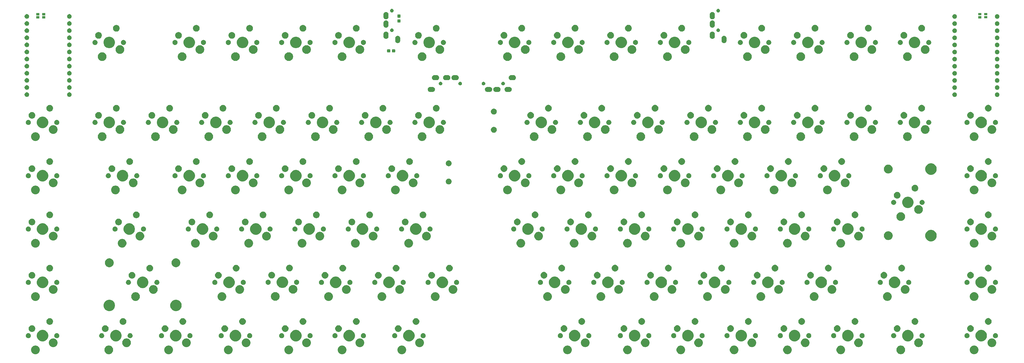
<source format=gts>
G04 #@! TF.GenerationSoftware,KiCad,Pcbnew,(5.1.5)-3*
G04 #@! TF.CreationDate,2020-07-19T18:58:00+09:00*
G04 #@! TF.ProjectId,Pistachio,50697374-6163-4686-996f-2e6b69636164,rev?*
G04 #@! TF.SameCoordinates,Original*
G04 #@! TF.FileFunction,Soldermask,Top*
G04 #@! TF.FilePolarity,Negative*
%FSLAX46Y46*%
G04 Gerber Fmt 4.6, Leading zero omitted, Abs format (unit mm)*
G04 Created by KiCad (PCBNEW (5.1.5)-3) date 2020-07-19 18:58:00*
%MOMM*%
%LPD*%
G04 APERTURE LIST*
%ADD10C,0.100000*%
G04 APERTURE END LIST*
D10*
G36*
X162164285Y-171053022D02*
G01*
X162314110Y-171082824D01*
X162596374Y-171199741D01*
X162850405Y-171369479D01*
X163066441Y-171585515D01*
X163236179Y-171839546D01*
X163353096Y-172121810D01*
X163412700Y-172421460D01*
X163412700Y-172726980D01*
X163353096Y-173026630D01*
X163236179Y-173308894D01*
X163066441Y-173562925D01*
X162850405Y-173778961D01*
X162596374Y-173948699D01*
X162314110Y-174065616D01*
X162164285Y-174095418D01*
X162014461Y-174125220D01*
X161708939Y-174125220D01*
X161559115Y-174095418D01*
X161409290Y-174065616D01*
X161127026Y-173948699D01*
X160872995Y-173778961D01*
X160656959Y-173562925D01*
X160487221Y-173308894D01*
X160370304Y-173026630D01*
X160310700Y-172726980D01*
X160310700Y-172421460D01*
X160370304Y-172121810D01*
X160487221Y-171839546D01*
X160656959Y-171585515D01*
X160872995Y-171369479D01*
X161127026Y-171199741D01*
X161409290Y-171082824D01*
X161559115Y-171053022D01*
X161708939Y-171023220D01*
X162014461Y-171023220D01*
X162164285Y-171053022D01*
G37*
G36*
X181214285Y-171053022D02*
G01*
X181364110Y-171082824D01*
X181646374Y-171199741D01*
X181900405Y-171369479D01*
X182116441Y-171585515D01*
X182286179Y-171839546D01*
X182403096Y-172121810D01*
X182462700Y-172421460D01*
X182462700Y-172726980D01*
X182403096Y-173026630D01*
X182286179Y-173308894D01*
X182116441Y-173562925D01*
X181900405Y-173778961D01*
X181646374Y-173948699D01*
X181364110Y-174065616D01*
X181214285Y-174095418D01*
X181064461Y-174125220D01*
X180758939Y-174125220D01*
X180609115Y-174095418D01*
X180459290Y-174065616D01*
X180177026Y-173948699D01*
X179922995Y-173778961D01*
X179706959Y-173562925D01*
X179537221Y-173308894D01*
X179420304Y-173026630D01*
X179360700Y-172726980D01*
X179360700Y-172421460D01*
X179420304Y-172121810D01*
X179537221Y-171839546D01*
X179706959Y-171585515D01*
X179922995Y-171369479D01*
X180177026Y-171199741D01*
X180459290Y-171082824D01*
X180609115Y-171053022D01*
X180758939Y-171023220D01*
X181064461Y-171023220D01*
X181214285Y-171053022D01*
G37*
G36*
X202550285Y-171053022D02*
G01*
X202700110Y-171082824D01*
X202982374Y-171199741D01*
X203236405Y-171369479D01*
X203452441Y-171585515D01*
X203622179Y-171839546D01*
X203739096Y-172121810D01*
X203798700Y-172421460D01*
X203798700Y-172726980D01*
X203739096Y-173026630D01*
X203622179Y-173308894D01*
X203452441Y-173562925D01*
X203236405Y-173778961D01*
X202982374Y-173948699D01*
X202700110Y-174065616D01*
X202550285Y-174095418D01*
X202400461Y-174125220D01*
X202094939Y-174125220D01*
X201945115Y-174095418D01*
X201795290Y-174065616D01*
X201513026Y-173948699D01*
X201258995Y-173778961D01*
X201042959Y-173562925D01*
X200873221Y-173308894D01*
X200756304Y-173026630D01*
X200696700Y-172726980D01*
X200696700Y-172421460D01*
X200756304Y-172121810D01*
X200873221Y-171839546D01*
X201042959Y-171585515D01*
X201258995Y-171369479D01*
X201513026Y-171199741D01*
X201795290Y-171082824D01*
X201945115Y-171053022D01*
X202094939Y-171023220D01*
X202400461Y-171023220D01*
X202550285Y-171053022D01*
G37*
G36*
X71669035Y-171053022D02*
G01*
X71818860Y-171082824D01*
X72101124Y-171199741D01*
X72355155Y-171369479D01*
X72571191Y-171585515D01*
X72740929Y-171839546D01*
X72857846Y-172121810D01*
X72917450Y-172421460D01*
X72917450Y-172726980D01*
X72857846Y-173026630D01*
X72740929Y-173308894D01*
X72571191Y-173562925D01*
X72355155Y-173778961D01*
X72101124Y-173948699D01*
X71818860Y-174065616D01*
X71669035Y-174095418D01*
X71519211Y-174125220D01*
X71213689Y-174125220D01*
X71063865Y-174095418D01*
X70914040Y-174065616D01*
X70631776Y-173948699D01*
X70377745Y-173778961D01*
X70161709Y-173562925D01*
X69991971Y-173308894D01*
X69875054Y-173026630D01*
X69815450Y-172726980D01*
X69815450Y-172421460D01*
X69875054Y-172121810D01*
X69991971Y-171839546D01*
X70161709Y-171585515D01*
X70377745Y-171369479D01*
X70631776Y-171199741D01*
X70914040Y-171082824D01*
X71063865Y-171053022D01*
X71213689Y-171023220D01*
X71519211Y-171023220D01*
X71669035Y-171053022D01*
G37*
G36*
X97862785Y-171053022D02*
G01*
X98012610Y-171082824D01*
X98294874Y-171199741D01*
X98548905Y-171369479D01*
X98764941Y-171585515D01*
X98934679Y-171839546D01*
X99051596Y-172121810D01*
X99111200Y-172421460D01*
X99111200Y-172726980D01*
X99051596Y-173026630D01*
X98934679Y-173308894D01*
X98764941Y-173562925D01*
X98548905Y-173778961D01*
X98294874Y-173948699D01*
X98012610Y-174065616D01*
X97862785Y-174095418D01*
X97712961Y-174125220D01*
X97407439Y-174125220D01*
X97257615Y-174095418D01*
X97107790Y-174065616D01*
X96825526Y-173948699D01*
X96571495Y-173778961D01*
X96355459Y-173562925D01*
X96185721Y-173308894D01*
X96068804Y-173026630D01*
X96009200Y-172726980D01*
X96009200Y-172421460D01*
X96068804Y-172121810D01*
X96185721Y-171839546D01*
X96355459Y-171585515D01*
X96571495Y-171369479D01*
X96825526Y-171199741D01*
X97107790Y-171082824D01*
X97257615Y-171053022D01*
X97407439Y-171023220D01*
X97712961Y-171023220D01*
X97862785Y-171053022D01*
G37*
G36*
X140574285Y-171053022D02*
G01*
X140724110Y-171082824D01*
X141006374Y-171199741D01*
X141260405Y-171369479D01*
X141476441Y-171585515D01*
X141646179Y-171839546D01*
X141763096Y-172121810D01*
X141822700Y-172421460D01*
X141822700Y-172726980D01*
X141763096Y-173026630D01*
X141646179Y-173308894D01*
X141476441Y-173562925D01*
X141260405Y-173778961D01*
X141006374Y-173948699D01*
X140724110Y-174065616D01*
X140574285Y-174095418D01*
X140424461Y-174125220D01*
X140118939Y-174125220D01*
X139969115Y-174095418D01*
X139819290Y-174065616D01*
X139537026Y-173948699D01*
X139282995Y-173778961D01*
X139066959Y-173562925D01*
X138897221Y-173308894D01*
X138780304Y-173026630D01*
X138720700Y-172726980D01*
X138720700Y-172421460D01*
X138780304Y-172121810D01*
X138897221Y-171839546D01*
X139066959Y-171585515D01*
X139282995Y-171369479D01*
X139537026Y-171199741D01*
X139819290Y-171082824D01*
X139969115Y-171053022D01*
X140118939Y-171023220D01*
X140424461Y-171023220D01*
X140574285Y-171053022D01*
G37*
G36*
X119238285Y-171053022D02*
G01*
X119388110Y-171082824D01*
X119670374Y-171199741D01*
X119924405Y-171369479D01*
X120140441Y-171585515D01*
X120310179Y-171839546D01*
X120427096Y-172121810D01*
X120486700Y-172421460D01*
X120486700Y-172726980D01*
X120427096Y-173026630D01*
X120310179Y-173308894D01*
X120140441Y-173562925D01*
X119924405Y-173778961D01*
X119670374Y-173948699D01*
X119388110Y-174065616D01*
X119238285Y-174095418D01*
X119088461Y-174125220D01*
X118782939Y-174125220D01*
X118633115Y-174095418D01*
X118483290Y-174065616D01*
X118201026Y-173948699D01*
X117946995Y-173778961D01*
X117730959Y-173562925D01*
X117561221Y-173308894D01*
X117444304Y-173026630D01*
X117384700Y-172726980D01*
X117384700Y-172421460D01*
X117444304Y-172121810D01*
X117561221Y-171839546D01*
X117730959Y-171585515D01*
X117946995Y-171369479D01*
X118201026Y-171199741D01*
X118483290Y-171082824D01*
X118633115Y-171053022D01*
X118782939Y-171023220D01*
X119088461Y-171023220D01*
X119238285Y-171053022D01*
G37*
G36*
X340330285Y-171043022D02*
G01*
X340480110Y-171072824D01*
X340762374Y-171189741D01*
X341016405Y-171359479D01*
X341232441Y-171575515D01*
X341402179Y-171829546D01*
X341519096Y-172111810D01*
X341578700Y-172411460D01*
X341578700Y-172716980D01*
X341519096Y-173016630D01*
X341402179Y-173298894D01*
X341232441Y-173552925D01*
X341016405Y-173768961D01*
X340762374Y-173938699D01*
X340480110Y-174055616D01*
X340330285Y-174085418D01*
X340180461Y-174115220D01*
X339874939Y-174115220D01*
X339725115Y-174085418D01*
X339575290Y-174055616D01*
X339293026Y-173938699D01*
X339038995Y-173768961D01*
X338822959Y-173552925D01*
X338653221Y-173298894D01*
X338536304Y-173016630D01*
X338476700Y-172716980D01*
X338476700Y-172411460D01*
X338536304Y-172111810D01*
X338653221Y-171829546D01*
X338822959Y-171575515D01*
X339038995Y-171359479D01*
X339293026Y-171189741D01*
X339575290Y-171072824D01*
X339725115Y-171043022D01*
X339874939Y-171013220D01*
X340180461Y-171013220D01*
X340330285Y-171043022D01*
G37*
G36*
X407005285Y-171043022D02*
G01*
X407155110Y-171072824D01*
X407437374Y-171189741D01*
X407691405Y-171359479D01*
X407907441Y-171575515D01*
X408077179Y-171829546D01*
X408194096Y-172111810D01*
X408253700Y-172411460D01*
X408253700Y-172716980D01*
X408194096Y-173016630D01*
X408077179Y-173298894D01*
X407907441Y-173552925D01*
X407691405Y-173768961D01*
X407437374Y-173938699D01*
X407155110Y-174055616D01*
X407005285Y-174085418D01*
X406855461Y-174115220D01*
X406549939Y-174115220D01*
X406400115Y-174085418D01*
X406250290Y-174055616D01*
X405968026Y-173938699D01*
X405713995Y-173768961D01*
X405497959Y-173552925D01*
X405328221Y-173298894D01*
X405211304Y-173016630D01*
X405151700Y-172716980D01*
X405151700Y-172411460D01*
X405211304Y-172111810D01*
X405328221Y-171829546D01*
X405497959Y-171575515D01*
X405713995Y-171359479D01*
X405968026Y-171189741D01*
X406250290Y-171072824D01*
X406400115Y-171043022D01*
X406549939Y-171013220D01*
X406855461Y-171013220D01*
X407005285Y-171043022D01*
G37*
G36*
X380811535Y-171043022D02*
G01*
X380961360Y-171072824D01*
X381243624Y-171189741D01*
X381497655Y-171359479D01*
X381713691Y-171575515D01*
X381883429Y-171829546D01*
X382000346Y-172111810D01*
X382059950Y-172411460D01*
X382059950Y-172716980D01*
X382000346Y-173016630D01*
X381883429Y-173298894D01*
X381713691Y-173552925D01*
X381497655Y-173768961D01*
X381243624Y-173938699D01*
X380961360Y-174055616D01*
X380811535Y-174085418D01*
X380661711Y-174115220D01*
X380356189Y-174115220D01*
X380206365Y-174085418D01*
X380056540Y-174055616D01*
X379774276Y-173938699D01*
X379520245Y-173768961D01*
X379304209Y-173552925D01*
X379134471Y-173298894D01*
X379017554Y-173016630D01*
X378957950Y-172716980D01*
X378957950Y-172411460D01*
X379017554Y-172111810D01*
X379134471Y-171829546D01*
X379304209Y-171575515D01*
X379520245Y-171359479D01*
X379774276Y-171189741D01*
X380056540Y-171072824D01*
X380206365Y-171043022D01*
X380356189Y-171013220D01*
X380661711Y-171013220D01*
X380811535Y-171043022D01*
G37*
G36*
X359380285Y-171043022D02*
G01*
X359530110Y-171072824D01*
X359812374Y-171189741D01*
X360066405Y-171359479D01*
X360282441Y-171575515D01*
X360452179Y-171829546D01*
X360569096Y-172111810D01*
X360628700Y-172411460D01*
X360628700Y-172716980D01*
X360569096Y-173016630D01*
X360452179Y-173298894D01*
X360282441Y-173552925D01*
X360066405Y-173768961D01*
X359812374Y-173938699D01*
X359530110Y-174055616D01*
X359380285Y-174085418D01*
X359230461Y-174115220D01*
X358924939Y-174115220D01*
X358775115Y-174085418D01*
X358625290Y-174055616D01*
X358343026Y-173938699D01*
X358088995Y-173768961D01*
X357872959Y-173552925D01*
X357703221Y-173298894D01*
X357586304Y-173016630D01*
X357526700Y-172716980D01*
X357526700Y-172411460D01*
X357586304Y-172111810D01*
X357703221Y-171829546D01*
X357872959Y-171575515D01*
X358088995Y-171359479D01*
X358343026Y-171189741D01*
X358625290Y-171072824D01*
X358775115Y-171043022D01*
X358924939Y-171013220D01*
X359230461Y-171013220D01*
X359380285Y-171043022D01*
G37*
G36*
X321280285Y-171043022D02*
G01*
X321430110Y-171072824D01*
X321712374Y-171189741D01*
X321966405Y-171359479D01*
X322182441Y-171575515D01*
X322352179Y-171829546D01*
X322469096Y-172111810D01*
X322528700Y-172411460D01*
X322528700Y-172716980D01*
X322469096Y-173016630D01*
X322352179Y-173298894D01*
X322182441Y-173552925D01*
X321966405Y-173768961D01*
X321712374Y-173938699D01*
X321430110Y-174055616D01*
X321280285Y-174085418D01*
X321130461Y-174115220D01*
X320824939Y-174115220D01*
X320675115Y-174085418D01*
X320525290Y-174055616D01*
X320243026Y-173938699D01*
X319988995Y-173768961D01*
X319772959Y-173552925D01*
X319603221Y-173298894D01*
X319486304Y-173016630D01*
X319426700Y-172716980D01*
X319426700Y-172411460D01*
X319486304Y-172111810D01*
X319603221Y-171829546D01*
X319772959Y-171575515D01*
X319988995Y-171359479D01*
X320243026Y-171189741D01*
X320525290Y-171072824D01*
X320675115Y-171043022D01*
X320824939Y-171013220D01*
X321130461Y-171013220D01*
X321280285Y-171043022D01*
G37*
G36*
X302230285Y-171043022D02*
G01*
X302380110Y-171072824D01*
X302662374Y-171189741D01*
X302916405Y-171359479D01*
X303132441Y-171575515D01*
X303302179Y-171829546D01*
X303419096Y-172111810D01*
X303478700Y-172411460D01*
X303478700Y-172716980D01*
X303419096Y-173016630D01*
X303302179Y-173298894D01*
X303132441Y-173552925D01*
X302916405Y-173768961D01*
X302662374Y-173938699D01*
X302380110Y-174055616D01*
X302230285Y-174085418D01*
X302080461Y-174115220D01*
X301774939Y-174115220D01*
X301625115Y-174085418D01*
X301475290Y-174055616D01*
X301193026Y-173938699D01*
X300938995Y-173768961D01*
X300722959Y-173552925D01*
X300553221Y-173298894D01*
X300436304Y-173016630D01*
X300376700Y-172716980D01*
X300376700Y-172411460D01*
X300436304Y-172111810D01*
X300553221Y-171829546D01*
X300722959Y-171575515D01*
X300938995Y-171359479D01*
X301193026Y-171189741D01*
X301475290Y-171072824D01*
X301625115Y-171043022D01*
X301774939Y-171013220D01*
X302080461Y-171013220D01*
X302230285Y-171043022D01*
G37*
G36*
X283180285Y-171043022D02*
G01*
X283330110Y-171072824D01*
X283612374Y-171189741D01*
X283866405Y-171359479D01*
X284082441Y-171575515D01*
X284252179Y-171829546D01*
X284369096Y-172111810D01*
X284428700Y-172411460D01*
X284428700Y-172716980D01*
X284369096Y-173016630D01*
X284252179Y-173298894D01*
X284082441Y-173552925D01*
X283866405Y-173768961D01*
X283612374Y-173938699D01*
X283330110Y-174055616D01*
X283180285Y-174085418D01*
X283030461Y-174115220D01*
X282724939Y-174115220D01*
X282575115Y-174085418D01*
X282425290Y-174055616D01*
X282143026Y-173938699D01*
X281888995Y-173768961D01*
X281672959Y-173552925D01*
X281503221Y-173298894D01*
X281386304Y-173016630D01*
X281326700Y-172716980D01*
X281326700Y-172411460D01*
X281386304Y-172111810D01*
X281503221Y-171829546D01*
X281672959Y-171575515D01*
X281888995Y-171359479D01*
X282143026Y-171189741D01*
X282425290Y-171072824D01*
X282575115Y-171043022D01*
X282724939Y-171013220D01*
X283030461Y-171013220D01*
X283180285Y-171043022D01*
G37*
G36*
X261749035Y-171043022D02*
G01*
X261898860Y-171072824D01*
X262181124Y-171189741D01*
X262435155Y-171359479D01*
X262651191Y-171575515D01*
X262820929Y-171829546D01*
X262937846Y-172111810D01*
X262997450Y-172411460D01*
X262997450Y-172716980D01*
X262937846Y-173016630D01*
X262820929Y-173298894D01*
X262651191Y-173552925D01*
X262435155Y-173768961D01*
X262181124Y-173938699D01*
X261898860Y-174055616D01*
X261749035Y-174085418D01*
X261599211Y-174115220D01*
X261293689Y-174115220D01*
X261143865Y-174085418D01*
X260994040Y-174055616D01*
X260711776Y-173938699D01*
X260457745Y-173768961D01*
X260241709Y-173552925D01*
X260071971Y-173298894D01*
X259955054Y-173016630D01*
X259895450Y-172716980D01*
X259895450Y-172411460D01*
X259955054Y-172111810D01*
X260071971Y-171829546D01*
X260241709Y-171575515D01*
X260457745Y-171359479D01*
X260711776Y-171189741D01*
X260994040Y-171072824D01*
X261143865Y-171043022D01*
X261293689Y-171013220D01*
X261599211Y-171013220D01*
X261749035Y-171043022D01*
G37*
G36*
X146924285Y-168513022D02*
G01*
X147074110Y-168542824D01*
X147356374Y-168659741D01*
X147610405Y-168829479D01*
X147826441Y-169045515D01*
X147996179Y-169299546D01*
X148113096Y-169581810D01*
X148172700Y-169881460D01*
X148172700Y-170186980D01*
X148113096Y-170486630D01*
X147996179Y-170768894D01*
X147826441Y-171022925D01*
X147610405Y-171238961D01*
X147356374Y-171408699D01*
X147074110Y-171525616D01*
X146924285Y-171555418D01*
X146774461Y-171585220D01*
X146468939Y-171585220D01*
X146319115Y-171555418D01*
X146169290Y-171525616D01*
X145887026Y-171408699D01*
X145632995Y-171238961D01*
X145416959Y-171022925D01*
X145247221Y-170768894D01*
X145130304Y-170486630D01*
X145070700Y-170186980D01*
X145070700Y-169881460D01*
X145130304Y-169581810D01*
X145247221Y-169299546D01*
X145416959Y-169045515D01*
X145632995Y-168829479D01*
X145887026Y-168659741D01*
X146169290Y-168542824D01*
X146319115Y-168513022D01*
X146468939Y-168483220D01*
X146774461Y-168483220D01*
X146924285Y-168513022D01*
G37*
G36*
X125588285Y-168513022D02*
G01*
X125738110Y-168542824D01*
X126020374Y-168659741D01*
X126274405Y-168829479D01*
X126490441Y-169045515D01*
X126660179Y-169299546D01*
X126777096Y-169581810D01*
X126836700Y-169881460D01*
X126836700Y-170186980D01*
X126777096Y-170486630D01*
X126660179Y-170768894D01*
X126490441Y-171022925D01*
X126274405Y-171238961D01*
X126020374Y-171408699D01*
X125738110Y-171525616D01*
X125588285Y-171555418D01*
X125438461Y-171585220D01*
X125132939Y-171585220D01*
X124983115Y-171555418D01*
X124833290Y-171525616D01*
X124551026Y-171408699D01*
X124296995Y-171238961D01*
X124080959Y-171022925D01*
X123911221Y-170768894D01*
X123794304Y-170486630D01*
X123734700Y-170186980D01*
X123734700Y-169881460D01*
X123794304Y-169581810D01*
X123911221Y-169299546D01*
X124080959Y-169045515D01*
X124296995Y-168829479D01*
X124551026Y-168659741D01*
X124833290Y-168542824D01*
X124983115Y-168513022D01*
X125132939Y-168483220D01*
X125438461Y-168483220D01*
X125588285Y-168513022D01*
G37*
G36*
X78019035Y-168513022D02*
G01*
X78168860Y-168542824D01*
X78451124Y-168659741D01*
X78705155Y-168829479D01*
X78921191Y-169045515D01*
X79090929Y-169299546D01*
X79207846Y-169581810D01*
X79267450Y-169881460D01*
X79267450Y-170186980D01*
X79207846Y-170486630D01*
X79090929Y-170768894D01*
X78921191Y-171022925D01*
X78705155Y-171238961D01*
X78451124Y-171408699D01*
X78168860Y-171525616D01*
X78019035Y-171555418D01*
X77869211Y-171585220D01*
X77563689Y-171585220D01*
X77413865Y-171555418D01*
X77264040Y-171525616D01*
X76981776Y-171408699D01*
X76727745Y-171238961D01*
X76511709Y-171022925D01*
X76341971Y-170768894D01*
X76225054Y-170486630D01*
X76165450Y-170186980D01*
X76165450Y-169881460D01*
X76225054Y-169581810D01*
X76341971Y-169299546D01*
X76511709Y-169045515D01*
X76727745Y-168829479D01*
X76981776Y-168659741D01*
X77264040Y-168542824D01*
X77413865Y-168513022D01*
X77563689Y-168483220D01*
X77869211Y-168483220D01*
X78019035Y-168513022D01*
G37*
G36*
X104212785Y-168513022D02*
G01*
X104362610Y-168542824D01*
X104644874Y-168659741D01*
X104898905Y-168829479D01*
X105114941Y-169045515D01*
X105284679Y-169299546D01*
X105401596Y-169581810D01*
X105461200Y-169881460D01*
X105461200Y-170186980D01*
X105401596Y-170486630D01*
X105284679Y-170768894D01*
X105114941Y-171022925D01*
X104898905Y-171238961D01*
X104644874Y-171408699D01*
X104362610Y-171525616D01*
X104212785Y-171555418D01*
X104062961Y-171585220D01*
X103757439Y-171585220D01*
X103607615Y-171555418D01*
X103457790Y-171525616D01*
X103175526Y-171408699D01*
X102921495Y-171238961D01*
X102705459Y-171022925D01*
X102535721Y-170768894D01*
X102418804Y-170486630D01*
X102359200Y-170186980D01*
X102359200Y-169881460D01*
X102418804Y-169581810D01*
X102535721Y-169299546D01*
X102705459Y-169045515D01*
X102921495Y-168829479D01*
X103175526Y-168659741D01*
X103457790Y-168542824D01*
X103607615Y-168513022D01*
X103757439Y-168483220D01*
X104062961Y-168483220D01*
X104212785Y-168513022D01*
G37*
G36*
X187564285Y-168513022D02*
G01*
X187714110Y-168542824D01*
X187996374Y-168659741D01*
X188250405Y-168829479D01*
X188466441Y-169045515D01*
X188636179Y-169299546D01*
X188753096Y-169581810D01*
X188812700Y-169881460D01*
X188812700Y-170186980D01*
X188753096Y-170486630D01*
X188636179Y-170768894D01*
X188466441Y-171022925D01*
X188250405Y-171238961D01*
X187996374Y-171408699D01*
X187714110Y-171525616D01*
X187564285Y-171555418D01*
X187414461Y-171585220D01*
X187108939Y-171585220D01*
X186959115Y-171555418D01*
X186809290Y-171525616D01*
X186527026Y-171408699D01*
X186272995Y-171238961D01*
X186056959Y-171022925D01*
X185887221Y-170768894D01*
X185770304Y-170486630D01*
X185710700Y-170186980D01*
X185710700Y-169881460D01*
X185770304Y-169581810D01*
X185887221Y-169299546D01*
X186056959Y-169045515D01*
X186272995Y-168829479D01*
X186527026Y-168659741D01*
X186809290Y-168542824D01*
X186959115Y-168513022D01*
X187108939Y-168483220D01*
X187414461Y-168483220D01*
X187564285Y-168513022D01*
G37*
G36*
X168514285Y-168513022D02*
G01*
X168664110Y-168542824D01*
X168946374Y-168659741D01*
X169200405Y-168829479D01*
X169416441Y-169045515D01*
X169586179Y-169299546D01*
X169703096Y-169581810D01*
X169762700Y-169881460D01*
X169762700Y-170186980D01*
X169703096Y-170486630D01*
X169586179Y-170768894D01*
X169416441Y-171022925D01*
X169200405Y-171238961D01*
X168946374Y-171408699D01*
X168664110Y-171525616D01*
X168514285Y-171555418D01*
X168364461Y-171585220D01*
X168058939Y-171585220D01*
X167909115Y-171555418D01*
X167759290Y-171525616D01*
X167477026Y-171408699D01*
X167222995Y-171238961D01*
X167006959Y-171022925D01*
X166837221Y-170768894D01*
X166720304Y-170486630D01*
X166660700Y-170186980D01*
X166660700Y-169881460D01*
X166720304Y-169581810D01*
X166837221Y-169299546D01*
X167006959Y-169045515D01*
X167222995Y-168829479D01*
X167477026Y-168659741D01*
X167759290Y-168542824D01*
X167909115Y-168513022D01*
X168058939Y-168483220D01*
X168364461Y-168483220D01*
X168514285Y-168513022D01*
G37*
G36*
X208900285Y-168513022D02*
G01*
X209050110Y-168542824D01*
X209332374Y-168659741D01*
X209586405Y-168829479D01*
X209802441Y-169045515D01*
X209972179Y-169299546D01*
X210089096Y-169581810D01*
X210148700Y-169881460D01*
X210148700Y-170186980D01*
X210089096Y-170486630D01*
X209972179Y-170768894D01*
X209802441Y-171022925D01*
X209586405Y-171238961D01*
X209332374Y-171408699D01*
X209050110Y-171525616D01*
X208900285Y-171555418D01*
X208750461Y-171585220D01*
X208444939Y-171585220D01*
X208295115Y-171555418D01*
X208145290Y-171525616D01*
X207863026Y-171408699D01*
X207608995Y-171238961D01*
X207392959Y-171022925D01*
X207223221Y-170768894D01*
X207106304Y-170486630D01*
X207046700Y-170186980D01*
X207046700Y-169881460D01*
X207106304Y-169581810D01*
X207223221Y-169299546D01*
X207392959Y-169045515D01*
X207608995Y-168829479D01*
X207863026Y-168659741D01*
X208145290Y-168542824D01*
X208295115Y-168513022D01*
X208444939Y-168483220D01*
X208750461Y-168483220D01*
X208900285Y-168513022D01*
G37*
G36*
X387161535Y-168503022D02*
G01*
X387311360Y-168532824D01*
X387593624Y-168649741D01*
X387847655Y-168819479D01*
X388063691Y-169035515D01*
X388233429Y-169289546D01*
X388350346Y-169571810D01*
X388409950Y-169871460D01*
X388409950Y-170176980D01*
X388350346Y-170476630D01*
X388233429Y-170758894D01*
X388063691Y-171012925D01*
X387847655Y-171228961D01*
X387593624Y-171398699D01*
X387311360Y-171515616D01*
X387161535Y-171545418D01*
X387011711Y-171575220D01*
X386706189Y-171575220D01*
X386556365Y-171545418D01*
X386406540Y-171515616D01*
X386124276Y-171398699D01*
X385870245Y-171228961D01*
X385654209Y-171012925D01*
X385484471Y-170758894D01*
X385367554Y-170476630D01*
X385307950Y-170176980D01*
X385307950Y-169871460D01*
X385367554Y-169571810D01*
X385484471Y-169289546D01*
X385654209Y-169035515D01*
X385870245Y-168819479D01*
X386124276Y-168649741D01*
X386406540Y-168532824D01*
X386556365Y-168503022D01*
X386706189Y-168473220D01*
X387011711Y-168473220D01*
X387161535Y-168503022D01*
G37*
G36*
X365730285Y-168503022D02*
G01*
X365880110Y-168532824D01*
X366162374Y-168649741D01*
X366416405Y-168819479D01*
X366632441Y-169035515D01*
X366802179Y-169289546D01*
X366919096Y-169571810D01*
X366978700Y-169871460D01*
X366978700Y-170176980D01*
X366919096Y-170476630D01*
X366802179Y-170758894D01*
X366632441Y-171012925D01*
X366416405Y-171228961D01*
X366162374Y-171398699D01*
X365880110Y-171515616D01*
X365730285Y-171545418D01*
X365580461Y-171575220D01*
X365274939Y-171575220D01*
X365125115Y-171545418D01*
X364975290Y-171515616D01*
X364693026Y-171398699D01*
X364438995Y-171228961D01*
X364222959Y-171012925D01*
X364053221Y-170758894D01*
X363936304Y-170476630D01*
X363876700Y-170176980D01*
X363876700Y-169871460D01*
X363936304Y-169571810D01*
X364053221Y-169289546D01*
X364222959Y-169035515D01*
X364438995Y-168819479D01*
X364693026Y-168649741D01*
X364975290Y-168532824D01*
X365125115Y-168503022D01*
X365274939Y-168473220D01*
X365580461Y-168473220D01*
X365730285Y-168503022D01*
G37*
G36*
X308580285Y-168503022D02*
G01*
X308730110Y-168532824D01*
X309012374Y-168649741D01*
X309266405Y-168819479D01*
X309482441Y-169035515D01*
X309652179Y-169289546D01*
X309769096Y-169571810D01*
X309828700Y-169871460D01*
X309828700Y-170176980D01*
X309769096Y-170476630D01*
X309652179Y-170758894D01*
X309482441Y-171012925D01*
X309266405Y-171228961D01*
X309012374Y-171398699D01*
X308730110Y-171515616D01*
X308580285Y-171545418D01*
X308430461Y-171575220D01*
X308124939Y-171575220D01*
X307975115Y-171545418D01*
X307825290Y-171515616D01*
X307543026Y-171398699D01*
X307288995Y-171228961D01*
X307072959Y-171012925D01*
X306903221Y-170758894D01*
X306786304Y-170476630D01*
X306726700Y-170176980D01*
X306726700Y-169871460D01*
X306786304Y-169571810D01*
X306903221Y-169289546D01*
X307072959Y-169035515D01*
X307288995Y-168819479D01*
X307543026Y-168649741D01*
X307825290Y-168532824D01*
X307975115Y-168503022D01*
X308124939Y-168473220D01*
X308430461Y-168473220D01*
X308580285Y-168503022D01*
G37*
G36*
X413355285Y-168503022D02*
G01*
X413505110Y-168532824D01*
X413787374Y-168649741D01*
X414041405Y-168819479D01*
X414257441Y-169035515D01*
X414427179Y-169289546D01*
X414544096Y-169571810D01*
X414603700Y-169871460D01*
X414603700Y-170176980D01*
X414544096Y-170476630D01*
X414427179Y-170758894D01*
X414257441Y-171012925D01*
X414041405Y-171228961D01*
X413787374Y-171398699D01*
X413505110Y-171515616D01*
X413355285Y-171545418D01*
X413205461Y-171575220D01*
X412899939Y-171575220D01*
X412750115Y-171545418D01*
X412600290Y-171515616D01*
X412318026Y-171398699D01*
X412063995Y-171228961D01*
X411847959Y-171012925D01*
X411678221Y-170758894D01*
X411561304Y-170476630D01*
X411501700Y-170176980D01*
X411501700Y-169871460D01*
X411561304Y-169571810D01*
X411678221Y-169289546D01*
X411847959Y-169035515D01*
X412063995Y-168819479D01*
X412318026Y-168649741D01*
X412600290Y-168532824D01*
X412750115Y-168503022D01*
X412899939Y-168473220D01*
X413205461Y-168473220D01*
X413355285Y-168503022D01*
G37*
G36*
X289530285Y-168503022D02*
G01*
X289680110Y-168532824D01*
X289962374Y-168649741D01*
X290216405Y-168819479D01*
X290432441Y-169035515D01*
X290602179Y-169289546D01*
X290719096Y-169571810D01*
X290778700Y-169871460D01*
X290778700Y-170176980D01*
X290719096Y-170476630D01*
X290602179Y-170758894D01*
X290432441Y-171012925D01*
X290216405Y-171228961D01*
X289962374Y-171398699D01*
X289680110Y-171515616D01*
X289530285Y-171545418D01*
X289380461Y-171575220D01*
X289074939Y-171575220D01*
X288925115Y-171545418D01*
X288775290Y-171515616D01*
X288493026Y-171398699D01*
X288238995Y-171228961D01*
X288022959Y-171012925D01*
X287853221Y-170758894D01*
X287736304Y-170476630D01*
X287676700Y-170176980D01*
X287676700Y-169871460D01*
X287736304Y-169571810D01*
X287853221Y-169289546D01*
X288022959Y-169035515D01*
X288238995Y-168819479D01*
X288493026Y-168649741D01*
X288775290Y-168532824D01*
X288925115Y-168503022D01*
X289074939Y-168473220D01*
X289380461Y-168473220D01*
X289530285Y-168503022D01*
G37*
G36*
X268099035Y-168503022D02*
G01*
X268248860Y-168532824D01*
X268531124Y-168649741D01*
X268785155Y-168819479D01*
X269001191Y-169035515D01*
X269170929Y-169289546D01*
X269287846Y-169571810D01*
X269347450Y-169871460D01*
X269347450Y-170176980D01*
X269287846Y-170476630D01*
X269170929Y-170758894D01*
X269001191Y-171012925D01*
X268785155Y-171228961D01*
X268531124Y-171398699D01*
X268248860Y-171515616D01*
X268099035Y-171545418D01*
X267949211Y-171575220D01*
X267643689Y-171575220D01*
X267493865Y-171545418D01*
X267344040Y-171515616D01*
X267061776Y-171398699D01*
X266807745Y-171228961D01*
X266591709Y-171012925D01*
X266421971Y-170758894D01*
X266305054Y-170476630D01*
X266245450Y-170176980D01*
X266245450Y-169871460D01*
X266305054Y-169571810D01*
X266421971Y-169289546D01*
X266591709Y-169035515D01*
X266807745Y-168819479D01*
X267061776Y-168649741D01*
X267344040Y-168532824D01*
X267493865Y-168503022D01*
X267643689Y-168473220D01*
X267949211Y-168473220D01*
X268099035Y-168503022D01*
G37*
G36*
X346680285Y-168503022D02*
G01*
X346830110Y-168532824D01*
X347112374Y-168649741D01*
X347366405Y-168819479D01*
X347582441Y-169035515D01*
X347752179Y-169289546D01*
X347869096Y-169571810D01*
X347928700Y-169871460D01*
X347928700Y-170176980D01*
X347869096Y-170476630D01*
X347752179Y-170758894D01*
X347582441Y-171012925D01*
X347366405Y-171228961D01*
X347112374Y-171398699D01*
X346830110Y-171515616D01*
X346680285Y-171545418D01*
X346530461Y-171575220D01*
X346224939Y-171575220D01*
X346075115Y-171545418D01*
X345925290Y-171515616D01*
X345643026Y-171398699D01*
X345388995Y-171228961D01*
X345172959Y-171012925D01*
X345003221Y-170758894D01*
X344886304Y-170476630D01*
X344826700Y-170176980D01*
X344826700Y-169871460D01*
X344886304Y-169571810D01*
X345003221Y-169289546D01*
X345172959Y-169035515D01*
X345388995Y-168819479D01*
X345643026Y-168649741D01*
X345925290Y-168532824D01*
X346075115Y-168503022D01*
X346224939Y-168473220D01*
X346530461Y-168473220D01*
X346680285Y-168503022D01*
G37*
G36*
X327630285Y-168503022D02*
G01*
X327780110Y-168532824D01*
X328062374Y-168649741D01*
X328316405Y-168819479D01*
X328532441Y-169035515D01*
X328702179Y-169289546D01*
X328819096Y-169571810D01*
X328878700Y-169871460D01*
X328878700Y-170176980D01*
X328819096Y-170476630D01*
X328702179Y-170758894D01*
X328532441Y-171012925D01*
X328316405Y-171228961D01*
X328062374Y-171398699D01*
X327780110Y-171515616D01*
X327630285Y-171545418D01*
X327480461Y-171575220D01*
X327174939Y-171575220D01*
X327025115Y-171545418D01*
X326875290Y-171515616D01*
X326593026Y-171398699D01*
X326338995Y-171228961D01*
X326122959Y-171012925D01*
X325953221Y-170758894D01*
X325836304Y-170476630D01*
X325776700Y-170176980D01*
X325776700Y-169871460D01*
X325836304Y-169571810D01*
X325953221Y-169289546D01*
X326122959Y-169035515D01*
X326338995Y-168819479D01*
X326593026Y-168649741D01*
X326875290Y-168532824D01*
X327025115Y-168503022D01*
X327174939Y-168473220D01*
X327480461Y-168473220D01*
X327630285Y-168503022D01*
G37*
G36*
X100696674Y-165527904D02*
G01*
X100914674Y-165618203D01*
X101068823Y-165682053D01*
X101403748Y-165905843D01*
X101688577Y-166190672D01*
X101912367Y-166525597D01*
X101976217Y-166679746D01*
X102066516Y-166897746D01*
X102145100Y-167292814D01*
X102145100Y-167695626D01*
X102066516Y-168090694D01*
X101986664Y-168283473D01*
X101912367Y-168462843D01*
X101688577Y-168797768D01*
X101403748Y-169082597D01*
X101068823Y-169306387D01*
X100914674Y-169370237D01*
X100696674Y-169460536D01*
X100301606Y-169539120D01*
X99898794Y-169539120D01*
X99503726Y-169460536D01*
X99285726Y-169370237D01*
X99131577Y-169306387D01*
X98796652Y-169082597D01*
X98511823Y-168797768D01*
X98288033Y-168462843D01*
X98213736Y-168283473D01*
X98133884Y-168090694D01*
X98055300Y-167695626D01*
X98055300Y-167292814D01*
X98133884Y-166897746D01*
X98224183Y-166679746D01*
X98288033Y-166525597D01*
X98511823Y-166190672D01*
X98796652Y-165905843D01*
X99131577Y-165682053D01*
X99285726Y-165618203D01*
X99503726Y-165527904D01*
X99898794Y-165449320D01*
X100301606Y-165449320D01*
X100696674Y-165527904D01*
G37*
G36*
X205384174Y-165527904D02*
G01*
X205602174Y-165618203D01*
X205756323Y-165682053D01*
X206091248Y-165905843D01*
X206376077Y-166190672D01*
X206599867Y-166525597D01*
X206663717Y-166679746D01*
X206754016Y-166897746D01*
X206832600Y-167292814D01*
X206832600Y-167695626D01*
X206754016Y-168090694D01*
X206674164Y-168283473D01*
X206599867Y-168462843D01*
X206376077Y-168797768D01*
X206091248Y-169082597D01*
X205756323Y-169306387D01*
X205602174Y-169370237D01*
X205384174Y-169460536D01*
X204989106Y-169539120D01*
X204586294Y-169539120D01*
X204191226Y-169460536D01*
X203973226Y-169370237D01*
X203819077Y-169306387D01*
X203484152Y-169082597D01*
X203199323Y-168797768D01*
X202975533Y-168462843D01*
X202901236Y-168283473D01*
X202821384Y-168090694D01*
X202742800Y-167695626D01*
X202742800Y-167292814D01*
X202821384Y-166897746D01*
X202911683Y-166679746D01*
X202975533Y-166525597D01*
X203199323Y-166190672D01*
X203484152Y-165905843D01*
X203819077Y-165682053D01*
X203973226Y-165618203D01*
X204191226Y-165527904D01*
X204586294Y-165449320D01*
X204989106Y-165449320D01*
X205384174Y-165527904D01*
G37*
G36*
X143408174Y-165527904D02*
G01*
X143626174Y-165618203D01*
X143780323Y-165682053D01*
X144115248Y-165905843D01*
X144400077Y-166190672D01*
X144623867Y-166525597D01*
X144687717Y-166679746D01*
X144778016Y-166897746D01*
X144856600Y-167292814D01*
X144856600Y-167695626D01*
X144778016Y-168090694D01*
X144698164Y-168283473D01*
X144623867Y-168462843D01*
X144400077Y-168797768D01*
X144115248Y-169082597D01*
X143780323Y-169306387D01*
X143626174Y-169370237D01*
X143408174Y-169460536D01*
X143013106Y-169539120D01*
X142610294Y-169539120D01*
X142215226Y-169460536D01*
X141997226Y-169370237D01*
X141843077Y-169306387D01*
X141508152Y-169082597D01*
X141223323Y-168797768D01*
X140999533Y-168462843D01*
X140925236Y-168283473D01*
X140845384Y-168090694D01*
X140766800Y-167695626D01*
X140766800Y-167292814D01*
X140845384Y-166897746D01*
X140935683Y-166679746D01*
X140999533Y-166525597D01*
X141223323Y-166190672D01*
X141508152Y-165905843D01*
X141843077Y-165682053D01*
X141997226Y-165618203D01*
X142215226Y-165527904D01*
X142610294Y-165449320D01*
X143013106Y-165449320D01*
X143408174Y-165527904D01*
G37*
G36*
X184048174Y-165527904D02*
G01*
X184266174Y-165618203D01*
X184420323Y-165682053D01*
X184755248Y-165905843D01*
X185040077Y-166190672D01*
X185263867Y-166525597D01*
X185327717Y-166679746D01*
X185418016Y-166897746D01*
X185496600Y-167292814D01*
X185496600Y-167695626D01*
X185418016Y-168090694D01*
X185338164Y-168283473D01*
X185263867Y-168462843D01*
X185040077Y-168797768D01*
X184755248Y-169082597D01*
X184420323Y-169306387D01*
X184266174Y-169370237D01*
X184048174Y-169460536D01*
X183653106Y-169539120D01*
X183250294Y-169539120D01*
X182855226Y-169460536D01*
X182637226Y-169370237D01*
X182483077Y-169306387D01*
X182148152Y-169082597D01*
X181863323Y-168797768D01*
X181639533Y-168462843D01*
X181565236Y-168283473D01*
X181485384Y-168090694D01*
X181406800Y-167695626D01*
X181406800Y-167292814D01*
X181485384Y-166897746D01*
X181575683Y-166679746D01*
X181639533Y-166525597D01*
X181863323Y-166190672D01*
X182148152Y-165905843D01*
X182483077Y-165682053D01*
X182637226Y-165618203D01*
X182855226Y-165527904D01*
X183250294Y-165449320D01*
X183653106Y-165449320D01*
X184048174Y-165527904D01*
G37*
G36*
X74502924Y-165527904D02*
G01*
X74720924Y-165618203D01*
X74875073Y-165682053D01*
X75209998Y-165905843D01*
X75494827Y-166190672D01*
X75718617Y-166525597D01*
X75782467Y-166679746D01*
X75872766Y-166897746D01*
X75951350Y-167292814D01*
X75951350Y-167695626D01*
X75872766Y-168090694D01*
X75792914Y-168283473D01*
X75718617Y-168462843D01*
X75494827Y-168797768D01*
X75209998Y-169082597D01*
X74875073Y-169306387D01*
X74720924Y-169370237D01*
X74502924Y-169460536D01*
X74107856Y-169539120D01*
X73705044Y-169539120D01*
X73309976Y-169460536D01*
X73091976Y-169370237D01*
X72937827Y-169306387D01*
X72602902Y-169082597D01*
X72318073Y-168797768D01*
X72094283Y-168462843D01*
X72019986Y-168283473D01*
X71940134Y-168090694D01*
X71861550Y-167695626D01*
X71861550Y-167292814D01*
X71940134Y-166897746D01*
X72030433Y-166679746D01*
X72094283Y-166525597D01*
X72318073Y-166190672D01*
X72602902Y-165905843D01*
X72937827Y-165682053D01*
X73091976Y-165618203D01*
X73309976Y-165527904D01*
X73705044Y-165449320D01*
X74107856Y-165449320D01*
X74502924Y-165527904D01*
G37*
G36*
X122072174Y-165527904D02*
G01*
X122290174Y-165618203D01*
X122444323Y-165682053D01*
X122779248Y-165905843D01*
X123064077Y-166190672D01*
X123287867Y-166525597D01*
X123351717Y-166679746D01*
X123442016Y-166897746D01*
X123520600Y-167292814D01*
X123520600Y-167695626D01*
X123442016Y-168090694D01*
X123362164Y-168283473D01*
X123287867Y-168462843D01*
X123064077Y-168797768D01*
X122779248Y-169082597D01*
X122444323Y-169306387D01*
X122290174Y-169370237D01*
X122072174Y-169460536D01*
X121677106Y-169539120D01*
X121274294Y-169539120D01*
X120879226Y-169460536D01*
X120661226Y-169370237D01*
X120507077Y-169306387D01*
X120172152Y-169082597D01*
X119887323Y-168797768D01*
X119663533Y-168462843D01*
X119589236Y-168283473D01*
X119509384Y-168090694D01*
X119430800Y-167695626D01*
X119430800Y-167292814D01*
X119509384Y-166897746D01*
X119599683Y-166679746D01*
X119663533Y-166525597D01*
X119887323Y-166190672D01*
X120172152Y-165905843D01*
X120507077Y-165682053D01*
X120661226Y-165618203D01*
X120879226Y-165527904D01*
X121274294Y-165449320D01*
X121677106Y-165449320D01*
X122072174Y-165527904D01*
G37*
G36*
X164998174Y-165527904D02*
G01*
X165216174Y-165618203D01*
X165370323Y-165682053D01*
X165705248Y-165905843D01*
X165990077Y-166190672D01*
X166213867Y-166525597D01*
X166277717Y-166679746D01*
X166368016Y-166897746D01*
X166446600Y-167292814D01*
X166446600Y-167695626D01*
X166368016Y-168090694D01*
X166288164Y-168283473D01*
X166213867Y-168462843D01*
X165990077Y-168797768D01*
X165705248Y-169082597D01*
X165370323Y-169306387D01*
X165216174Y-169370237D01*
X164998174Y-169460536D01*
X164603106Y-169539120D01*
X164200294Y-169539120D01*
X163805226Y-169460536D01*
X163587226Y-169370237D01*
X163433077Y-169306387D01*
X163098152Y-169082597D01*
X162813323Y-168797768D01*
X162589533Y-168462843D01*
X162515236Y-168283473D01*
X162435384Y-168090694D01*
X162356800Y-167695626D01*
X162356800Y-167292814D01*
X162435384Y-166897746D01*
X162525683Y-166679746D01*
X162589533Y-166525597D01*
X162813323Y-166190672D01*
X163098152Y-165905843D01*
X163433077Y-165682053D01*
X163587226Y-165618203D01*
X163805226Y-165527904D01*
X164200294Y-165449320D01*
X164603106Y-165449320D01*
X164998174Y-165527904D01*
G37*
G36*
X383645424Y-165517904D02*
G01*
X383863424Y-165608203D01*
X384017573Y-165672053D01*
X384352498Y-165895843D01*
X384637327Y-166180672D01*
X384861117Y-166515597D01*
X384907253Y-166626979D01*
X385015266Y-166887746D01*
X385093850Y-167282814D01*
X385093850Y-167685626D01*
X385015266Y-168080694D01*
X384968013Y-168194772D01*
X384861117Y-168452843D01*
X384637327Y-168787768D01*
X384352498Y-169072597D01*
X384017573Y-169296387D01*
X383863424Y-169360237D01*
X383645424Y-169450536D01*
X383250356Y-169529120D01*
X382847544Y-169529120D01*
X382452476Y-169450536D01*
X382234476Y-169360237D01*
X382080327Y-169296387D01*
X381745402Y-169072597D01*
X381460573Y-168787768D01*
X381236783Y-168452843D01*
X381129887Y-168194772D01*
X381082634Y-168080694D01*
X381004050Y-167685626D01*
X381004050Y-167282814D01*
X381082634Y-166887746D01*
X381190647Y-166626979D01*
X381236783Y-166515597D01*
X381460573Y-166180672D01*
X381745402Y-165895843D01*
X382080327Y-165672053D01*
X382234476Y-165608203D01*
X382452476Y-165517904D01*
X382847544Y-165439320D01*
X383250356Y-165439320D01*
X383645424Y-165517904D01*
G37*
G36*
X343164174Y-165517904D02*
G01*
X343382174Y-165608203D01*
X343536323Y-165672053D01*
X343871248Y-165895843D01*
X344156077Y-166180672D01*
X344379867Y-166515597D01*
X344426003Y-166626979D01*
X344534016Y-166887746D01*
X344612600Y-167282814D01*
X344612600Y-167685626D01*
X344534016Y-168080694D01*
X344486763Y-168194772D01*
X344379867Y-168452843D01*
X344156077Y-168787768D01*
X343871248Y-169072597D01*
X343536323Y-169296387D01*
X343382174Y-169360237D01*
X343164174Y-169450536D01*
X342769106Y-169529120D01*
X342366294Y-169529120D01*
X341971226Y-169450536D01*
X341753226Y-169360237D01*
X341599077Y-169296387D01*
X341264152Y-169072597D01*
X340979323Y-168787768D01*
X340755533Y-168452843D01*
X340648637Y-168194772D01*
X340601384Y-168080694D01*
X340522800Y-167685626D01*
X340522800Y-167282814D01*
X340601384Y-166887746D01*
X340709397Y-166626979D01*
X340755533Y-166515597D01*
X340979323Y-166180672D01*
X341264152Y-165895843D01*
X341599077Y-165672053D01*
X341753226Y-165608203D01*
X341971226Y-165517904D01*
X342366294Y-165439320D01*
X342769106Y-165439320D01*
X343164174Y-165517904D01*
G37*
G36*
X286014174Y-165517904D02*
G01*
X286232174Y-165608203D01*
X286386323Y-165672053D01*
X286721248Y-165895843D01*
X287006077Y-166180672D01*
X287229867Y-166515597D01*
X287276003Y-166626979D01*
X287384016Y-166887746D01*
X287462600Y-167282814D01*
X287462600Y-167685626D01*
X287384016Y-168080694D01*
X287336763Y-168194772D01*
X287229867Y-168452843D01*
X287006077Y-168787768D01*
X286721248Y-169072597D01*
X286386323Y-169296387D01*
X286232174Y-169360237D01*
X286014174Y-169450536D01*
X285619106Y-169529120D01*
X285216294Y-169529120D01*
X284821226Y-169450536D01*
X284603226Y-169360237D01*
X284449077Y-169296387D01*
X284114152Y-169072597D01*
X283829323Y-168787768D01*
X283605533Y-168452843D01*
X283498637Y-168194772D01*
X283451384Y-168080694D01*
X283372800Y-167685626D01*
X283372800Y-167282814D01*
X283451384Y-166887746D01*
X283559397Y-166626979D01*
X283605533Y-166515597D01*
X283829323Y-166180672D01*
X284114152Y-165895843D01*
X284449077Y-165672053D01*
X284603226Y-165608203D01*
X284821226Y-165517904D01*
X285216294Y-165439320D01*
X285619106Y-165439320D01*
X286014174Y-165517904D01*
G37*
G36*
X264582924Y-165517904D02*
G01*
X264800924Y-165608203D01*
X264955073Y-165672053D01*
X265289998Y-165895843D01*
X265574827Y-166180672D01*
X265798617Y-166515597D01*
X265844753Y-166626979D01*
X265952766Y-166887746D01*
X266031350Y-167282814D01*
X266031350Y-167685626D01*
X265952766Y-168080694D01*
X265905513Y-168194772D01*
X265798617Y-168452843D01*
X265574827Y-168787768D01*
X265289998Y-169072597D01*
X264955073Y-169296387D01*
X264800924Y-169360237D01*
X264582924Y-169450536D01*
X264187856Y-169529120D01*
X263785044Y-169529120D01*
X263389976Y-169450536D01*
X263171976Y-169360237D01*
X263017827Y-169296387D01*
X262682902Y-169072597D01*
X262398073Y-168787768D01*
X262174283Y-168452843D01*
X262067387Y-168194772D01*
X262020134Y-168080694D01*
X261941550Y-167685626D01*
X261941550Y-167282814D01*
X262020134Y-166887746D01*
X262128147Y-166626979D01*
X262174283Y-166515597D01*
X262398073Y-166180672D01*
X262682902Y-165895843D01*
X263017827Y-165672053D01*
X263171976Y-165608203D01*
X263389976Y-165517904D01*
X263785044Y-165439320D01*
X264187856Y-165439320D01*
X264582924Y-165517904D01*
G37*
G36*
X409839174Y-165517904D02*
G01*
X410057174Y-165608203D01*
X410211323Y-165672053D01*
X410546248Y-165895843D01*
X410831077Y-166180672D01*
X411054867Y-166515597D01*
X411101003Y-166626979D01*
X411209016Y-166887746D01*
X411287600Y-167282814D01*
X411287600Y-167685626D01*
X411209016Y-168080694D01*
X411161763Y-168194772D01*
X411054867Y-168452843D01*
X410831077Y-168787768D01*
X410546248Y-169072597D01*
X410211323Y-169296387D01*
X410057174Y-169360237D01*
X409839174Y-169450536D01*
X409444106Y-169529120D01*
X409041294Y-169529120D01*
X408646226Y-169450536D01*
X408428226Y-169360237D01*
X408274077Y-169296387D01*
X407939152Y-169072597D01*
X407654323Y-168787768D01*
X407430533Y-168452843D01*
X407323637Y-168194772D01*
X407276384Y-168080694D01*
X407197800Y-167685626D01*
X407197800Y-167282814D01*
X407276384Y-166887746D01*
X407384397Y-166626979D01*
X407430533Y-166515597D01*
X407654323Y-166180672D01*
X407939152Y-165895843D01*
X408274077Y-165672053D01*
X408428226Y-165608203D01*
X408646226Y-165517904D01*
X409041294Y-165439320D01*
X409444106Y-165439320D01*
X409839174Y-165517904D01*
G37*
G36*
X305064174Y-165517904D02*
G01*
X305282174Y-165608203D01*
X305436323Y-165672053D01*
X305771248Y-165895843D01*
X306056077Y-166180672D01*
X306279867Y-166515597D01*
X306326003Y-166626979D01*
X306434016Y-166887746D01*
X306512600Y-167282814D01*
X306512600Y-167685626D01*
X306434016Y-168080694D01*
X306386763Y-168194772D01*
X306279867Y-168452843D01*
X306056077Y-168787768D01*
X305771248Y-169072597D01*
X305436323Y-169296387D01*
X305282174Y-169360237D01*
X305064174Y-169450536D01*
X304669106Y-169529120D01*
X304266294Y-169529120D01*
X303871226Y-169450536D01*
X303653226Y-169360237D01*
X303499077Y-169296387D01*
X303164152Y-169072597D01*
X302879323Y-168787768D01*
X302655533Y-168452843D01*
X302548637Y-168194772D01*
X302501384Y-168080694D01*
X302422800Y-167685626D01*
X302422800Y-167282814D01*
X302501384Y-166887746D01*
X302609397Y-166626979D01*
X302655533Y-166515597D01*
X302879323Y-166180672D01*
X303164152Y-165895843D01*
X303499077Y-165672053D01*
X303653226Y-165608203D01*
X303871226Y-165517904D01*
X304266294Y-165439320D01*
X304669106Y-165439320D01*
X305064174Y-165517904D01*
G37*
G36*
X362214174Y-165517904D02*
G01*
X362432174Y-165608203D01*
X362586323Y-165672053D01*
X362921248Y-165895843D01*
X363206077Y-166180672D01*
X363429867Y-166515597D01*
X363476003Y-166626979D01*
X363584016Y-166887746D01*
X363662600Y-167282814D01*
X363662600Y-167685626D01*
X363584016Y-168080694D01*
X363536763Y-168194772D01*
X363429867Y-168452843D01*
X363206077Y-168787768D01*
X362921248Y-169072597D01*
X362586323Y-169296387D01*
X362432174Y-169360237D01*
X362214174Y-169450536D01*
X361819106Y-169529120D01*
X361416294Y-169529120D01*
X361021226Y-169450536D01*
X360803226Y-169360237D01*
X360649077Y-169296387D01*
X360314152Y-169072597D01*
X360029323Y-168787768D01*
X359805533Y-168452843D01*
X359698637Y-168194772D01*
X359651384Y-168080694D01*
X359572800Y-167685626D01*
X359572800Y-167282814D01*
X359651384Y-166887746D01*
X359759397Y-166626979D01*
X359805533Y-166515597D01*
X360029323Y-166180672D01*
X360314152Y-165895843D01*
X360649077Y-165672053D01*
X360803226Y-165608203D01*
X361021226Y-165517904D01*
X361416294Y-165439320D01*
X361819106Y-165439320D01*
X362214174Y-165517904D01*
G37*
G36*
X324114174Y-165517904D02*
G01*
X324332174Y-165608203D01*
X324486323Y-165672053D01*
X324821248Y-165895843D01*
X325106077Y-166180672D01*
X325329867Y-166515597D01*
X325376003Y-166626979D01*
X325484016Y-166887746D01*
X325562600Y-167282814D01*
X325562600Y-167685626D01*
X325484016Y-168080694D01*
X325436763Y-168194772D01*
X325329867Y-168452843D01*
X325106077Y-168787768D01*
X324821248Y-169072597D01*
X324486323Y-169296387D01*
X324332174Y-169360237D01*
X324114174Y-169450536D01*
X323719106Y-169529120D01*
X323316294Y-169529120D01*
X322921226Y-169450536D01*
X322703226Y-169360237D01*
X322549077Y-169296387D01*
X322214152Y-169072597D01*
X321929323Y-168787768D01*
X321705533Y-168452843D01*
X321598637Y-168194772D01*
X321551384Y-168080694D01*
X321472800Y-167685626D01*
X321472800Y-167282814D01*
X321551384Y-166887746D01*
X321659397Y-166626979D01*
X321705533Y-166515597D01*
X321929323Y-166180672D01*
X322214152Y-165895843D01*
X322549077Y-165672053D01*
X322703226Y-165608203D01*
X322921226Y-165517904D01*
X323316294Y-165439320D01*
X323719106Y-165439320D01*
X324114174Y-165517904D01*
G37*
G36*
X210043652Y-166609650D02*
G01*
X210130775Y-166626979D01*
X210240198Y-166672304D01*
X210294911Y-166694967D01*
X210427659Y-166783666D01*
X210442628Y-166793668D01*
X210568252Y-166919292D01*
X210568254Y-166919295D01*
X210666953Y-167067009D01*
X210666953Y-167067010D01*
X210734941Y-167231145D01*
X210769600Y-167405391D01*
X210769600Y-167583049D01*
X210734941Y-167757295D01*
X210689616Y-167866718D01*
X210666953Y-167921431D01*
X210574936Y-168059145D01*
X210568252Y-168069148D01*
X210442628Y-168194772D01*
X210442625Y-168194774D01*
X210294911Y-168293473D01*
X210240198Y-168316136D01*
X210130775Y-168361461D01*
X210043652Y-168378790D01*
X209956531Y-168396120D01*
X209778869Y-168396120D01*
X209691748Y-168378790D01*
X209604625Y-168361461D01*
X209495202Y-168316136D01*
X209440489Y-168293473D01*
X209292775Y-168194774D01*
X209292772Y-168194772D01*
X209167148Y-168069148D01*
X209160464Y-168059145D01*
X209068447Y-167921431D01*
X209045784Y-167866718D01*
X209000459Y-167757295D01*
X208965800Y-167583049D01*
X208965800Y-167405391D01*
X209000459Y-167231145D01*
X209068447Y-167067010D01*
X209068447Y-167067009D01*
X209167146Y-166919295D01*
X209167148Y-166919292D01*
X209292772Y-166793668D01*
X209307741Y-166783666D01*
X209440489Y-166694967D01*
X209495202Y-166672304D01*
X209604625Y-166626979D01*
X209691748Y-166609650D01*
X209778869Y-166592320D01*
X209956531Y-166592320D01*
X210043652Y-166609650D01*
G37*
G36*
X169657652Y-166609650D02*
G01*
X169744775Y-166626979D01*
X169854198Y-166672304D01*
X169908911Y-166694967D01*
X170041659Y-166783666D01*
X170056628Y-166793668D01*
X170182252Y-166919292D01*
X170182254Y-166919295D01*
X170280953Y-167067009D01*
X170280953Y-167067010D01*
X170348941Y-167231145D01*
X170383600Y-167405391D01*
X170383600Y-167583049D01*
X170348941Y-167757295D01*
X170303616Y-167866718D01*
X170280953Y-167921431D01*
X170188936Y-168059145D01*
X170182252Y-168069148D01*
X170056628Y-168194772D01*
X170056625Y-168194774D01*
X169908911Y-168293473D01*
X169854198Y-168316136D01*
X169744775Y-168361461D01*
X169657652Y-168378790D01*
X169570531Y-168396120D01*
X169392869Y-168396120D01*
X169305748Y-168378790D01*
X169218625Y-168361461D01*
X169109202Y-168316136D01*
X169054489Y-168293473D01*
X168906775Y-168194774D01*
X168906772Y-168194772D01*
X168781148Y-168069148D01*
X168774464Y-168059145D01*
X168682447Y-167921431D01*
X168659784Y-167866718D01*
X168614459Y-167757295D01*
X168579800Y-167583049D01*
X168579800Y-167405391D01*
X168614459Y-167231145D01*
X168682447Y-167067010D01*
X168682447Y-167067009D01*
X168781146Y-166919295D01*
X168781148Y-166919292D01*
X168906772Y-166793668D01*
X168921741Y-166783666D01*
X169054489Y-166694967D01*
X169109202Y-166672304D01*
X169218625Y-166626979D01*
X169305748Y-166609650D01*
X169392869Y-166592320D01*
X169570531Y-166592320D01*
X169657652Y-166609650D01*
G37*
G36*
X159497652Y-166609650D02*
G01*
X159584775Y-166626979D01*
X159694198Y-166672304D01*
X159748911Y-166694967D01*
X159881659Y-166783666D01*
X159896628Y-166793668D01*
X160022252Y-166919292D01*
X160022254Y-166919295D01*
X160120953Y-167067009D01*
X160120953Y-167067010D01*
X160188941Y-167231145D01*
X160223600Y-167405391D01*
X160223600Y-167583049D01*
X160188941Y-167757295D01*
X160143616Y-167866718D01*
X160120953Y-167921431D01*
X160028936Y-168059145D01*
X160022252Y-168069148D01*
X159896628Y-168194772D01*
X159896625Y-168194774D01*
X159748911Y-168293473D01*
X159694198Y-168316136D01*
X159584775Y-168361461D01*
X159497652Y-168378790D01*
X159410531Y-168396120D01*
X159232869Y-168396120D01*
X159145748Y-168378790D01*
X159058625Y-168361461D01*
X158949202Y-168316136D01*
X158894489Y-168293473D01*
X158746775Y-168194774D01*
X158746772Y-168194772D01*
X158621148Y-168069148D01*
X158614464Y-168059145D01*
X158522447Y-167921431D01*
X158499784Y-167866718D01*
X158454459Y-167757295D01*
X158419800Y-167583049D01*
X158419800Y-167405391D01*
X158454459Y-167231145D01*
X158522447Y-167067010D01*
X158522447Y-167067009D01*
X158621146Y-166919295D01*
X158621148Y-166919292D01*
X158746772Y-166793668D01*
X158761741Y-166783666D01*
X158894489Y-166694967D01*
X158949202Y-166672304D01*
X159058625Y-166626979D01*
X159145748Y-166609650D01*
X159232869Y-166592320D01*
X159410531Y-166592320D01*
X159497652Y-166609650D01*
G37*
G36*
X137907652Y-166609650D02*
G01*
X137994775Y-166626979D01*
X138104198Y-166672304D01*
X138158911Y-166694967D01*
X138291659Y-166783666D01*
X138306628Y-166793668D01*
X138432252Y-166919292D01*
X138432254Y-166919295D01*
X138530953Y-167067009D01*
X138530953Y-167067010D01*
X138598941Y-167231145D01*
X138633600Y-167405391D01*
X138633600Y-167583049D01*
X138598941Y-167757295D01*
X138553616Y-167866718D01*
X138530953Y-167921431D01*
X138438936Y-168059145D01*
X138432252Y-168069148D01*
X138306628Y-168194772D01*
X138306625Y-168194774D01*
X138158911Y-168293473D01*
X138104198Y-168316136D01*
X137994775Y-168361461D01*
X137907652Y-168378790D01*
X137820531Y-168396120D01*
X137642869Y-168396120D01*
X137555748Y-168378790D01*
X137468625Y-168361461D01*
X137359202Y-168316136D01*
X137304489Y-168293473D01*
X137156775Y-168194774D01*
X137156772Y-168194772D01*
X137031148Y-168069148D01*
X137024464Y-168059145D01*
X136932447Y-167921431D01*
X136909784Y-167866718D01*
X136864459Y-167757295D01*
X136829800Y-167583049D01*
X136829800Y-167405391D01*
X136864459Y-167231145D01*
X136932447Y-167067010D01*
X136932447Y-167067009D01*
X137031146Y-166919295D01*
X137031148Y-166919292D01*
X137156772Y-166793668D01*
X137171741Y-166783666D01*
X137304489Y-166694967D01*
X137359202Y-166672304D01*
X137468625Y-166626979D01*
X137555748Y-166609650D01*
X137642869Y-166592320D01*
X137820531Y-166592320D01*
X137907652Y-166609650D01*
G37*
G36*
X148067652Y-166609650D02*
G01*
X148154775Y-166626979D01*
X148264198Y-166672304D01*
X148318911Y-166694967D01*
X148451659Y-166783666D01*
X148466628Y-166793668D01*
X148592252Y-166919292D01*
X148592254Y-166919295D01*
X148690953Y-167067009D01*
X148690953Y-167067010D01*
X148758941Y-167231145D01*
X148793600Y-167405391D01*
X148793600Y-167583049D01*
X148758941Y-167757295D01*
X148713616Y-167866718D01*
X148690953Y-167921431D01*
X148598936Y-168059145D01*
X148592252Y-168069148D01*
X148466628Y-168194772D01*
X148466625Y-168194774D01*
X148318911Y-168293473D01*
X148264198Y-168316136D01*
X148154775Y-168361461D01*
X148067652Y-168378790D01*
X147980531Y-168396120D01*
X147802869Y-168396120D01*
X147715748Y-168378790D01*
X147628625Y-168361461D01*
X147519202Y-168316136D01*
X147464489Y-168293473D01*
X147316775Y-168194774D01*
X147316772Y-168194772D01*
X147191148Y-168069148D01*
X147184464Y-168059145D01*
X147092447Y-167921431D01*
X147069784Y-167866718D01*
X147024459Y-167757295D01*
X146989800Y-167583049D01*
X146989800Y-167405391D01*
X147024459Y-167231145D01*
X147092447Y-167067010D01*
X147092447Y-167067009D01*
X147191146Y-166919295D01*
X147191148Y-166919292D01*
X147316772Y-166793668D01*
X147331741Y-166783666D01*
X147464489Y-166694967D01*
X147519202Y-166672304D01*
X147628625Y-166626979D01*
X147715748Y-166609650D01*
X147802869Y-166592320D01*
X147980531Y-166592320D01*
X148067652Y-166609650D01*
G37*
G36*
X188707652Y-166609650D02*
G01*
X188794775Y-166626979D01*
X188904198Y-166672304D01*
X188958911Y-166694967D01*
X189091659Y-166783666D01*
X189106628Y-166793668D01*
X189232252Y-166919292D01*
X189232254Y-166919295D01*
X189330953Y-167067009D01*
X189330953Y-167067010D01*
X189398941Y-167231145D01*
X189433600Y-167405391D01*
X189433600Y-167583049D01*
X189398941Y-167757295D01*
X189353616Y-167866718D01*
X189330953Y-167921431D01*
X189238936Y-168059145D01*
X189232252Y-168069148D01*
X189106628Y-168194772D01*
X189106625Y-168194774D01*
X188958911Y-168293473D01*
X188904198Y-168316136D01*
X188794775Y-168361461D01*
X188707652Y-168378790D01*
X188620531Y-168396120D01*
X188442869Y-168396120D01*
X188355748Y-168378790D01*
X188268625Y-168361461D01*
X188159202Y-168316136D01*
X188104489Y-168293473D01*
X187956775Y-168194774D01*
X187956772Y-168194772D01*
X187831148Y-168069148D01*
X187824464Y-168059145D01*
X187732447Y-167921431D01*
X187709784Y-167866718D01*
X187664459Y-167757295D01*
X187629800Y-167583049D01*
X187629800Y-167405391D01*
X187664459Y-167231145D01*
X187732447Y-167067010D01*
X187732447Y-167067009D01*
X187831146Y-166919295D01*
X187831148Y-166919292D01*
X187956772Y-166793668D01*
X187971741Y-166783666D01*
X188104489Y-166694967D01*
X188159202Y-166672304D01*
X188268625Y-166626979D01*
X188355748Y-166609650D01*
X188442869Y-166592320D01*
X188620531Y-166592320D01*
X188707652Y-166609650D01*
G37*
G36*
X178547652Y-166609650D02*
G01*
X178634775Y-166626979D01*
X178744198Y-166672304D01*
X178798911Y-166694967D01*
X178931659Y-166783666D01*
X178946628Y-166793668D01*
X179072252Y-166919292D01*
X179072254Y-166919295D01*
X179170953Y-167067009D01*
X179170953Y-167067010D01*
X179238941Y-167231145D01*
X179273600Y-167405391D01*
X179273600Y-167583049D01*
X179238941Y-167757295D01*
X179193616Y-167866718D01*
X179170953Y-167921431D01*
X179078936Y-168059145D01*
X179072252Y-168069148D01*
X178946628Y-168194772D01*
X178946625Y-168194774D01*
X178798911Y-168293473D01*
X178744198Y-168316136D01*
X178634775Y-168361461D01*
X178547652Y-168378790D01*
X178460531Y-168396120D01*
X178282869Y-168396120D01*
X178195748Y-168378790D01*
X178108625Y-168361461D01*
X177999202Y-168316136D01*
X177944489Y-168293473D01*
X177796775Y-168194774D01*
X177796772Y-168194772D01*
X177671148Y-168069148D01*
X177664464Y-168059145D01*
X177572447Y-167921431D01*
X177549784Y-167866718D01*
X177504459Y-167757295D01*
X177469800Y-167583049D01*
X177469800Y-167405391D01*
X177504459Y-167231145D01*
X177572447Y-167067010D01*
X177572447Y-167067009D01*
X177671146Y-166919295D01*
X177671148Y-166919292D01*
X177796772Y-166793668D01*
X177811741Y-166783666D01*
X177944489Y-166694967D01*
X177999202Y-166672304D01*
X178108625Y-166626979D01*
X178195748Y-166609650D01*
X178282869Y-166592320D01*
X178460531Y-166592320D01*
X178547652Y-166609650D01*
G37*
G36*
X105356152Y-166609650D02*
G01*
X105443275Y-166626979D01*
X105552698Y-166672304D01*
X105607411Y-166694967D01*
X105740159Y-166783666D01*
X105755128Y-166793668D01*
X105880752Y-166919292D01*
X105880754Y-166919295D01*
X105979453Y-167067009D01*
X105979453Y-167067010D01*
X106047441Y-167231145D01*
X106082100Y-167405391D01*
X106082100Y-167583049D01*
X106047441Y-167757295D01*
X106002116Y-167866718D01*
X105979453Y-167921431D01*
X105887436Y-168059145D01*
X105880752Y-168069148D01*
X105755128Y-168194772D01*
X105755125Y-168194774D01*
X105607411Y-168293473D01*
X105552698Y-168316136D01*
X105443275Y-168361461D01*
X105356152Y-168378790D01*
X105269031Y-168396120D01*
X105091369Y-168396120D01*
X105004248Y-168378790D01*
X104917125Y-168361461D01*
X104807702Y-168316136D01*
X104752989Y-168293473D01*
X104605275Y-168194774D01*
X104605272Y-168194772D01*
X104479648Y-168069148D01*
X104472964Y-168059145D01*
X104380947Y-167921431D01*
X104358284Y-167866718D01*
X104312959Y-167757295D01*
X104278300Y-167583049D01*
X104278300Y-167405391D01*
X104312959Y-167231145D01*
X104380947Y-167067010D01*
X104380947Y-167067009D01*
X104479646Y-166919295D01*
X104479648Y-166919292D01*
X104605272Y-166793668D01*
X104620241Y-166783666D01*
X104752989Y-166694967D01*
X104807702Y-166672304D01*
X104917125Y-166626979D01*
X105004248Y-166609650D01*
X105091369Y-166592320D01*
X105269031Y-166592320D01*
X105356152Y-166609650D01*
G37*
G36*
X69002402Y-166609650D02*
G01*
X69089525Y-166626979D01*
X69198948Y-166672304D01*
X69253661Y-166694967D01*
X69386409Y-166783666D01*
X69401378Y-166793668D01*
X69527002Y-166919292D01*
X69527004Y-166919295D01*
X69625703Y-167067009D01*
X69625703Y-167067010D01*
X69693691Y-167231145D01*
X69728350Y-167405391D01*
X69728350Y-167583049D01*
X69693691Y-167757295D01*
X69648366Y-167866718D01*
X69625703Y-167921431D01*
X69533686Y-168059145D01*
X69527002Y-168069148D01*
X69401378Y-168194772D01*
X69401375Y-168194774D01*
X69253661Y-168293473D01*
X69198948Y-168316136D01*
X69089525Y-168361461D01*
X69002402Y-168378790D01*
X68915281Y-168396120D01*
X68737619Y-168396120D01*
X68650498Y-168378790D01*
X68563375Y-168361461D01*
X68453952Y-168316136D01*
X68399239Y-168293473D01*
X68251525Y-168194774D01*
X68251522Y-168194772D01*
X68125898Y-168069148D01*
X68119214Y-168059145D01*
X68027197Y-167921431D01*
X68004534Y-167866718D01*
X67959209Y-167757295D01*
X67924550Y-167583049D01*
X67924550Y-167405391D01*
X67959209Y-167231145D01*
X68027197Y-167067010D01*
X68027197Y-167067009D01*
X68125896Y-166919295D01*
X68125898Y-166919292D01*
X68251522Y-166793668D01*
X68266491Y-166783666D01*
X68399239Y-166694967D01*
X68453952Y-166672304D01*
X68563375Y-166626979D01*
X68650498Y-166609650D01*
X68737619Y-166592320D01*
X68915281Y-166592320D01*
X69002402Y-166609650D01*
G37*
G36*
X79162402Y-166609650D02*
G01*
X79249525Y-166626979D01*
X79358948Y-166672304D01*
X79413661Y-166694967D01*
X79546409Y-166783666D01*
X79561378Y-166793668D01*
X79687002Y-166919292D01*
X79687004Y-166919295D01*
X79785703Y-167067009D01*
X79785703Y-167067010D01*
X79853691Y-167231145D01*
X79888350Y-167405391D01*
X79888350Y-167583049D01*
X79853691Y-167757295D01*
X79808366Y-167866718D01*
X79785703Y-167921431D01*
X79693686Y-168059145D01*
X79687002Y-168069148D01*
X79561378Y-168194772D01*
X79561375Y-168194774D01*
X79413661Y-168293473D01*
X79358948Y-168316136D01*
X79249525Y-168361461D01*
X79162402Y-168378790D01*
X79075281Y-168396120D01*
X78897619Y-168396120D01*
X78810498Y-168378790D01*
X78723375Y-168361461D01*
X78613952Y-168316136D01*
X78559239Y-168293473D01*
X78411525Y-168194774D01*
X78411522Y-168194772D01*
X78285898Y-168069148D01*
X78279214Y-168059145D01*
X78187197Y-167921431D01*
X78164534Y-167866718D01*
X78119209Y-167757295D01*
X78084550Y-167583049D01*
X78084550Y-167405391D01*
X78119209Y-167231145D01*
X78187197Y-167067010D01*
X78187197Y-167067009D01*
X78285896Y-166919295D01*
X78285898Y-166919292D01*
X78411522Y-166793668D01*
X78426491Y-166783666D01*
X78559239Y-166694967D01*
X78613952Y-166672304D01*
X78723375Y-166626979D01*
X78810498Y-166609650D01*
X78897619Y-166592320D01*
X79075281Y-166592320D01*
X79162402Y-166609650D01*
G37*
G36*
X126731652Y-166609650D02*
G01*
X126818775Y-166626979D01*
X126928198Y-166672304D01*
X126982911Y-166694967D01*
X127115659Y-166783666D01*
X127130628Y-166793668D01*
X127256252Y-166919292D01*
X127256254Y-166919295D01*
X127354953Y-167067009D01*
X127354953Y-167067010D01*
X127422941Y-167231145D01*
X127457600Y-167405391D01*
X127457600Y-167583049D01*
X127422941Y-167757295D01*
X127377616Y-167866718D01*
X127354953Y-167921431D01*
X127262936Y-168059145D01*
X127256252Y-168069148D01*
X127130628Y-168194772D01*
X127130625Y-168194774D01*
X126982911Y-168293473D01*
X126928198Y-168316136D01*
X126818775Y-168361461D01*
X126731652Y-168378790D01*
X126644531Y-168396120D01*
X126466869Y-168396120D01*
X126379748Y-168378790D01*
X126292625Y-168361461D01*
X126183202Y-168316136D01*
X126128489Y-168293473D01*
X125980775Y-168194774D01*
X125980772Y-168194772D01*
X125855148Y-168069148D01*
X125848464Y-168059145D01*
X125756447Y-167921431D01*
X125733784Y-167866718D01*
X125688459Y-167757295D01*
X125653800Y-167583049D01*
X125653800Y-167405391D01*
X125688459Y-167231145D01*
X125756447Y-167067010D01*
X125756447Y-167067009D01*
X125855146Y-166919295D01*
X125855148Y-166919292D01*
X125980772Y-166793668D01*
X125995741Y-166783666D01*
X126128489Y-166694967D01*
X126183202Y-166672304D01*
X126292625Y-166626979D01*
X126379748Y-166609650D01*
X126466869Y-166592320D01*
X126644531Y-166592320D01*
X126731652Y-166609650D01*
G37*
G36*
X199883652Y-166609650D02*
G01*
X199970775Y-166626979D01*
X200080198Y-166672304D01*
X200134911Y-166694967D01*
X200267659Y-166783666D01*
X200282628Y-166793668D01*
X200408252Y-166919292D01*
X200408254Y-166919295D01*
X200506953Y-167067009D01*
X200506953Y-167067010D01*
X200574941Y-167231145D01*
X200609600Y-167405391D01*
X200609600Y-167583049D01*
X200574941Y-167757295D01*
X200529616Y-167866718D01*
X200506953Y-167921431D01*
X200414936Y-168059145D01*
X200408252Y-168069148D01*
X200282628Y-168194772D01*
X200282625Y-168194774D01*
X200134911Y-168293473D01*
X200080198Y-168316136D01*
X199970775Y-168361461D01*
X199883652Y-168378790D01*
X199796531Y-168396120D01*
X199618869Y-168396120D01*
X199531748Y-168378790D01*
X199444625Y-168361461D01*
X199335202Y-168316136D01*
X199280489Y-168293473D01*
X199132775Y-168194774D01*
X199132772Y-168194772D01*
X199007148Y-168069148D01*
X199000464Y-168059145D01*
X198908447Y-167921431D01*
X198885784Y-167866718D01*
X198840459Y-167757295D01*
X198805800Y-167583049D01*
X198805800Y-167405391D01*
X198840459Y-167231145D01*
X198908447Y-167067010D01*
X198908447Y-167067009D01*
X199007146Y-166919295D01*
X199007148Y-166919292D01*
X199132772Y-166793668D01*
X199147741Y-166783666D01*
X199280489Y-166694967D01*
X199335202Y-166672304D01*
X199444625Y-166626979D01*
X199531748Y-166609650D01*
X199618869Y-166592320D01*
X199796531Y-166592320D01*
X199883652Y-166609650D01*
G37*
G36*
X116571652Y-166609650D02*
G01*
X116658775Y-166626979D01*
X116768198Y-166672304D01*
X116822911Y-166694967D01*
X116955659Y-166783666D01*
X116970628Y-166793668D01*
X117096252Y-166919292D01*
X117096254Y-166919295D01*
X117194953Y-167067009D01*
X117194953Y-167067010D01*
X117262941Y-167231145D01*
X117297600Y-167405391D01*
X117297600Y-167583049D01*
X117262941Y-167757295D01*
X117217616Y-167866718D01*
X117194953Y-167921431D01*
X117102936Y-168059145D01*
X117096252Y-168069148D01*
X116970628Y-168194772D01*
X116970625Y-168194774D01*
X116822911Y-168293473D01*
X116768198Y-168316136D01*
X116658775Y-168361461D01*
X116571652Y-168378790D01*
X116484531Y-168396120D01*
X116306869Y-168396120D01*
X116219748Y-168378790D01*
X116132625Y-168361461D01*
X116023202Y-168316136D01*
X115968489Y-168293473D01*
X115820775Y-168194774D01*
X115820772Y-168194772D01*
X115695148Y-168069148D01*
X115688464Y-168059145D01*
X115596447Y-167921431D01*
X115573784Y-167866718D01*
X115528459Y-167757295D01*
X115493800Y-167583049D01*
X115493800Y-167405391D01*
X115528459Y-167231145D01*
X115596447Y-167067010D01*
X115596447Y-167067009D01*
X115695146Y-166919295D01*
X115695148Y-166919292D01*
X115820772Y-166793668D01*
X115835741Y-166783666D01*
X115968489Y-166694967D01*
X116023202Y-166672304D01*
X116132625Y-166626979D01*
X116219748Y-166609650D01*
X116306869Y-166592320D01*
X116484531Y-166592320D01*
X116571652Y-166609650D01*
G37*
G36*
X95196152Y-166609650D02*
G01*
X95283275Y-166626979D01*
X95392698Y-166672304D01*
X95447411Y-166694967D01*
X95580159Y-166783666D01*
X95595128Y-166793668D01*
X95720752Y-166919292D01*
X95720754Y-166919295D01*
X95819453Y-167067009D01*
X95819453Y-167067010D01*
X95887441Y-167231145D01*
X95922100Y-167405391D01*
X95922100Y-167583049D01*
X95887441Y-167757295D01*
X95842116Y-167866718D01*
X95819453Y-167921431D01*
X95727436Y-168059145D01*
X95720752Y-168069148D01*
X95595128Y-168194772D01*
X95595125Y-168194774D01*
X95447411Y-168293473D01*
X95392698Y-168316136D01*
X95283275Y-168361461D01*
X95196152Y-168378790D01*
X95109031Y-168396120D01*
X94931369Y-168396120D01*
X94844248Y-168378790D01*
X94757125Y-168361461D01*
X94647702Y-168316136D01*
X94592989Y-168293473D01*
X94445275Y-168194774D01*
X94445272Y-168194772D01*
X94319648Y-168069148D01*
X94312964Y-168059145D01*
X94220947Y-167921431D01*
X94198284Y-167866718D01*
X94152959Y-167757295D01*
X94118300Y-167583049D01*
X94118300Y-167405391D01*
X94152959Y-167231145D01*
X94220947Y-167067010D01*
X94220947Y-167067009D01*
X94319646Y-166919295D01*
X94319648Y-166919292D01*
X94445272Y-166793668D01*
X94460241Y-166783666D01*
X94592989Y-166694967D01*
X94647702Y-166672304D01*
X94757125Y-166626979D01*
X94844248Y-166609650D01*
X94931369Y-166592320D01*
X95109031Y-166592320D01*
X95196152Y-166609650D01*
G37*
G36*
X309723652Y-166599649D02*
G01*
X309810775Y-166616979D01*
X309920198Y-166662304D01*
X309974911Y-166684967D01*
X310121633Y-166783003D01*
X310122628Y-166783668D01*
X310248252Y-166909292D01*
X310248254Y-166909295D01*
X310346953Y-167057009D01*
X310369616Y-167111722D01*
X310414941Y-167221145D01*
X310449600Y-167395391D01*
X310449600Y-167573049D01*
X310414941Y-167747295D01*
X310369616Y-167856718D01*
X310346953Y-167911431D01*
X310340271Y-167921431D01*
X310248252Y-168059148D01*
X310122628Y-168184772D01*
X310122625Y-168184774D01*
X309974911Y-168283473D01*
X309920198Y-168306136D01*
X309810775Y-168351461D01*
X309723652Y-168368790D01*
X309636531Y-168386120D01*
X309458869Y-168386120D01*
X309371748Y-168368790D01*
X309284625Y-168351461D01*
X309175202Y-168306136D01*
X309120489Y-168283473D01*
X308972775Y-168184774D01*
X308972772Y-168184772D01*
X308847148Y-168059148D01*
X308755129Y-167921431D01*
X308748447Y-167911431D01*
X308725784Y-167856718D01*
X308680459Y-167747295D01*
X308645800Y-167573049D01*
X308645800Y-167395391D01*
X308680459Y-167221145D01*
X308725784Y-167111722D01*
X308748447Y-167057009D01*
X308847146Y-166909295D01*
X308847148Y-166909292D01*
X308972772Y-166783668D01*
X308973767Y-166783003D01*
X309120489Y-166684967D01*
X309175202Y-166662304D01*
X309284625Y-166616979D01*
X309371748Y-166599649D01*
X309458869Y-166582320D01*
X309636531Y-166582320D01*
X309723652Y-166599649D01*
G37*
G36*
X414498652Y-166599649D02*
G01*
X414585775Y-166616979D01*
X414695198Y-166662304D01*
X414749911Y-166684967D01*
X414896633Y-166783003D01*
X414897628Y-166783668D01*
X415023252Y-166909292D01*
X415023254Y-166909295D01*
X415121953Y-167057009D01*
X415144616Y-167111722D01*
X415189941Y-167221145D01*
X415224600Y-167395391D01*
X415224600Y-167573049D01*
X415189941Y-167747295D01*
X415144616Y-167856718D01*
X415121953Y-167911431D01*
X415115271Y-167921431D01*
X415023252Y-168059148D01*
X414897628Y-168184772D01*
X414897625Y-168184774D01*
X414749911Y-168283473D01*
X414695198Y-168306136D01*
X414585775Y-168351461D01*
X414498652Y-168368790D01*
X414411531Y-168386120D01*
X414233869Y-168386120D01*
X414146748Y-168368790D01*
X414059625Y-168351461D01*
X413950202Y-168306136D01*
X413895489Y-168283473D01*
X413747775Y-168184774D01*
X413747772Y-168184772D01*
X413622148Y-168059148D01*
X413530129Y-167921431D01*
X413523447Y-167911431D01*
X413500784Y-167856718D01*
X413455459Y-167747295D01*
X413420800Y-167573049D01*
X413420800Y-167395391D01*
X413455459Y-167221145D01*
X413500784Y-167111722D01*
X413523447Y-167057009D01*
X413622146Y-166909295D01*
X413622148Y-166909292D01*
X413747772Y-166783668D01*
X413748767Y-166783003D01*
X413895489Y-166684967D01*
X413950202Y-166662304D01*
X414059625Y-166616979D01*
X414146748Y-166599649D01*
X414233869Y-166582320D01*
X414411531Y-166582320D01*
X414498652Y-166599649D01*
G37*
G36*
X404338652Y-166599649D02*
G01*
X404425775Y-166616979D01*
X404535198Y-166662304D01*
X404589911Y-166684967D01*
X404736633Y-166783003D01*
X404737628Y-166783668D01*
X404863252Y-166909292D01*
X404863254Y-166909295D01*
X404961953Y-167057009D01*
X404984616Y-167111722D01*
X405029941Y-167221145D01*
X405064600Y-167395391D01*
X405064600Y-167573049D01*
X405029941Y-167747295D01*
X404984616Y-167856718D01*
X404961953Y-167911431D01*
X404955271Y-167921431D01*
X404863252Y-168059148D01*
X404737628Y-168184772D01*
X404737625Y-168184774D01*
X404589911Y-168283473D01*
X404535198Y-168306136D01*
X404425775Y-168351461D01*
X404338652Y-168368790D01*
X404251531Y-168386120D01*
X404073869Y-168386120D01*
X403986748Y-168368790D01*
X403899625Y-168351461D01*
X403790202Y-168306136D01*
X403735489Y-168283473D01*
X403587775Y-168184774D01*
X403587772Y-168184772D01*
X403462148Y-168059148D01*
X403370129Y-167921431D01*
X403363447Y-167911431D01*
X403340784Y-167856718D01*
X403295459Y-167747295D01*
X403260800Y-167573049D01*
X403260800Y-167395391D01*
X403295459Y-167221145D01*
X403340784Y-167111722D01*
X403363447Y-167057009D01*
X403462146Y-166909295D01*
X403462148Y-166909292D01*
X403587772Y-166783668D01*
X403588767Y-166783003D01*
X403735489Y-166684967D01*
X403790202Y-166662304D01*
X403899625Y-166616979D01*
X403986748Y-166599649D01*
X404073869Y-166582320D01*
X404251531Y-166582320D01*
X404338652Y-166599649D01*
G37*
G36*
X299563652Y-166599649D02*
G01*
X299650775Y-166616979D01*
X299760198Y-166662304D01*
X299814911Y-166684967D01*
X299961633Y-166783003D01*
X299962628Y-166783668D01*
X300088252Y-166909292D01*
X300088254Y-166909295D01*
X300186953Y-167057009D01*
X300209616Y-167111722D01*
X300254941Y-167221145D01*
X300289600Y-167395391D01*
X300289600Y-167573049D01*
X300254941Y-167747295D01*
X300209616Y-167856718D01*
X300186953Y-167911431D01*
X300180271Y-167921431D01*
X300088252Y-168059148D01*
X299962628Y-168184772D01*
X299962625Y-168184774D01*
X299814911Y-168283473D01*
X299760198Y-168306136D01*
X299650775Y-168351461D01*
X299563652Y-168368790D01*
X299476531Y-168386120D01*
X299298869Y-168386120D01*
X299211748Y-168368790D01*
X299124625Y-168351461D01*
X299015202Y-168306136D01*
X298960489Y-168283473D01*
X298812775Y-168184774D01*
X298812772Y-168184772D01*
X298687148Y-168059148D01*
X298595129Y-167921431D01*
X298588447Y-167911431D01*
X298565784Y-167856718D01*
X298520459Y-167747295D01*
X298485800Y-167573049D01*
X298485800Y-167395391D01*
X298520459Y-167221145D01*
X298565784Y-167111722D01*
X298588447Y-167057009D01*
X298687146Y-166909295D01*
X298687148Y-166909292D01*
X298812772Y-166783668D01*
X298813767Y-166783003D01*
X298960489Y-166684967D01*
X299015202Y-166662304D01*
X299124625Y-166616979D01*
X299211748Y-166599649D01*
X299298869Y-166582320D01*
X299476531Y-166582320D01*
X299563652Y-166599649D01*
G37*
G36*
X290673652Y-166599649D02*
G01*
X290760775Y-166616979D01*
X290870198Y-166662304D01*
X290924911Y-166684967D01*
X291071633Y-166783003D01*
X291072628Y-166783668D01*
X291198252Y-166909292D01*
X291198254Y-166909295D01*
X291296953Y-167057009D01*
X291319616Y-167111722D01*
X291364941Y-167221145D01*
X291399600Y-167395391D01*
X291399600Y-167573049D01*
X291364941Y-167747295D01*
X291319616Y-167856718D01*
X291296953Y-167911431D01*
X291290271Y-167921431D01*
X291198252Y-168059148D01*
X291072628Y-168184772D01*
X291072625Y-168184774D01*
X290924911Y-168283473D01*
X290870198Y-168306136D01*
X290760775Y-168351461D01*
X290673652Y-168368790D01*
X290586531Y-168386120D01*
X290408869Y-168386120D01*
X290321748Y-168368790D01*
X290234625Y-168351461D01*
X290125202Y-168306136D01*
X290070489Y-168283473D01*
X289922775Y-168184774D01*
X289922772Y-168184772D01*
X289797148Y-168059148D01*
X289705129Y-167921431D01*
X289698447Y-167911431D01*
X289675784Y-167856718D01*
X289630459Y-167747295D01*
X289595800Y-167573049D01*
X289595800Y-167395391D01*
X289630459Y-167221145D01*
X289675784Y-167111722D01*
X289698447Y-167057009D01*
X289797146Y-166909295D01*
X289797148Y-166909292D01*
X289922772Y-166783668D01*
X289923767Y-166783003D01*
X290070489Y-166684967D01*
X290125202Y-166662304D01*
X290234625Y-166616979D01*
X290321748Y-166599649D01*
X290408869Y-166582320D01*
X290586531Y-166582320D01*
X290673652Y-166599649D01*
G37*
G36*
X280513652Y-166599649D02*
G01*
X280600775Y-166616979D01*
X280710198Y-166662304D01*
X280764911Y-166684967D01*
X280911633Y-166783003D01*
X280912628Y-166783668D01*
X281038252Y-166909292D01*
X281038254Y-166909295D01*
X281136953Y-167057009D01*
X281159616Y-167111722D01*
X281204941Y-167221145D01*
X281239600Y-167395391D01*
X281239600Y-167573049D01*
X281204941Y-167747295D01*
X281159616Y-167856718D01*
X281136953Y-167911431D01*
X281130271Y-167921431D01*
X281038252Y-168059148D01*
X280912628Y-168184772D01*
X280912625Y-168184774D01*
X280764911Y-168283473D01*
X280710198Y-168306136D01*
X280600775Y-168351461D01*
X280513652Y-168368790D01*
X280426531Y-168386120D01*
X280248869Y-168386120D01*
X280161748Y-168368790D01*
X280074625Y-168351461D01*
X279965202Y-168306136D01*
X279910489Y-168283473D01*
X279762775Y-168184774D01*
X279762772Y-168184772D01*
X279637148Y-168059148D01*
X279545129Y-167921431D01*
X279538447Y-167911431D01*
X279515784Y-167856718D01*
X279470459Y-167747295D01*
X279435800Y-167573049D01*
X279435800Y-167395391D01*
X279470459Y-167221145D01*
X279515784Y-167111722D01*
X279538447Y-167057009D01*
X279637146Y-166909295D01*
X279637148Y-166909292D01*
X279762772Y-166783668D01*
X279763767Y-166783003D01*
X279910489Y-166684967D01*
X279965202Y-166662304D01*
X280074625Y-166616979D01*
X280161748Y-166599649D01*
X280248869Y-166582320D01*
X280426531Y-166582320D01*
X280513652Y-166599649D01*
G37*
G36*
X356713652Y-166599649D02*
G01*
X356800775Y-166616979D01*
X356910198Y-166662304D01*
X356964911Y-166684967D01*
X357111633Y-166783003D01*
X357112628Y-166783668D01*
X357238252Y-166909292D01*
X357238254Y-166909295D01*
X357336953Y-167057009D01*
X357359616Y-167111722D01*
X357404941Y-167221145D01*
X357439600Y-167395391D01*
X357439600Y-167573049D01*
X357404941Y-167747295D01*
X357359616Y-167856718D01*
X357336953Y-167911431D01*
X357330271Y-167921431D01*
X357238252Y-168059148D01*
X357112628Y-168184772D01*
X357112625Y-168184774D01*
X356964911Y-168283473D01*
X356910198Y-168306136D01*
X356800775Y-168351461D01*
X356713652Y-168368790D01*
X356626531Y-168386120D01*
X356448869Y-168386120D01*
X356361748Y-168368790D01*
X356274625Y-168351461D01*
X356165202Y-168306136D01*
X356110489Y-168283473D01*
X355962775Y-168184774D01*
X355962772Y-168184772D01*
X355837148Y-168059148D01*
X355745129Y-167921431D01*
X355738447Y-167911431D01*
X355715784Y-167856718D01*
X355670459Y-167747295D01*
X355635800Y-167573049D01*
X355635800Y-167395391D01*
X355670459Y-167221145D01*
X355715784Y-167111722D01*
X355738447Y-167057009D01*
X355837146Y-166909295D01*
X355837148Y-166909292D01*
X355962772Y-166783668D01*
X355963767Y-166783003D01*
X356110489Y-166684967D01*
X356165202Y-166662304D01*
X356274625Y-166616979D01*
X356361748Y-166599649D01*
X356448869Y-166582320D01*
X356626531Y-166582320D01*
X356713652Y-166599649D01*
G37*
G36*
X366873652Y-166599649D02*
G01*
X366960775Y-166616979D01*
X367070198Y-166662304D01*
X367124911Y-166684967D01*
X367271633Y-166783003D01*
X367272628Y-166783668D01*
X367398252Y-166909292D01*
X367398254Y-166909295D01*
X367496953Y-167057009D01*
X367519616Y-167111722D01*
X367564941Y-167221145D01*
X367599600Y-167395391D01*
X367599600Y-167573049D01*
X367564941Y-167747295D01*
X367519616Y-167856718D01*
X367496953Y-167911431D01*
X367490271Y-167921431D01*
X367398252Y-168059148D01*
X367272628Y-168184772D01*
X367272625Y-168184774D01*
X367124911Y-168283473D01*
X367070198Y-168306136D01*
X366960775Y-168351461D01*
X366873652Y-168368790D01*
X366786531Y-168386120D01*
X366608869Y-168386120D01*
X366521748Y-168368790D01*
X366434625Y-168351461D01*
X366325202Y-168306136D01*
X366270489Y-168283473D01*
X366122775Y-168184774D01*
X366122772Y-168184772D01*
X365997148Y-168059148D01*
X365905129Y-167921431D01*
X365898447Y-167911431D01*
X365875784Y-167856718D01*
X365830459Y-167747295D01*
X365795800Y-167573049D01*
X365795800Y-167395391D01*
X365830459Y-167221145D01*
X365875784Y-167111722D01*
X365898447Y-167057009D01*
X365997146Y-166909295D01*
X365997148Y-166909292D01*
X366122772Y-166783668D01*
X366123767Y-166783003D01*
X366270489Y-166684967D01*
X366325202Y-166662304D01*
X366434625Y-166616979D01*
X366521748Y-166599649D01*
X366608869Y-166582320D01*
X366786531Y-166582320D01*
X366873652Y-166599649D01*
G37*
G36*
X259082402Y-166599649D02*
G01*
X259169525Y-166616979D01*
X259278948Y-166662304D01*
X259333661Y-166684967D01*
X259480383Y-166783003D01*
X259481378Y-166783668D01*
X259607002Y-166909292D01*
X259607004Y-166909295D01*
X259705703Y-167057009D01*
X259728366Y-167111722D01*
X259773691Y-167221145D01*
X259808350Y-167395391D01*
X259808350Y-167573049D01*
X259773691Y-167747295D01*
X259728366Y-167856718D01*
X259705703Y-167911431D01*
X259699021Y-167921431D01*
X259607002Y-168059148D01*
X259481378Y-168184772D01*
X259481375Y-168184774D01*
X259333661Y-168283473D01*
X259278948Y-168306136D01*
X259169525Y-168351461D01*
X259082402Y-168368790D01*
X258995281Y-168386120D01*
X258817619Y-168386120D01*
X258730498Y-168368790D01*
X258643375Y-168351461D01*
X258533952Y-168306136D01*
X258479239Y-168283473D01*
X258331525Y-168184774D01*
X258331522Y-168184772D01*
X258205898Y-168059148D01*
X258113879Y-167921431D01*
X258107197Y-167911431D01*
X258084534Y-167856718D01*
X258039209Y-167747295D01*
X258004550Y-167573049D01*
X258004550Y-167395391D01*
X258039209Y-167221145D01*
X258084534Y-167111722D01*
X258107197Y-167057009D01*
X258205896Y-166909295D01*
X258205898Y-166909292D01*
X258331522Y-166783668D01*
X258332517Y-166783003D01*
X258479239Y-166684967D01*
X258533952Y-166662304D01*
X258643375Y-166616979D01*
X258730498Y-166599649D01*
X258817619Y-166582320D01*
X258995281Y-166582320D01*
X259082402Y-166599649D01*
G37*
G36*
X337663652Y-166599649D02*
G01*
X337750775Y-166616979D01*
X337860198Y-166662304D01*
X337914911Y-166684967D01*
X338061633Y-166783003D01*
X338062628Y-166783668D01*
X338188252Y-166909292D01*
X338188254Y-166909295D01*
X338286953Y-167057009D01*
X338309616Y-167111722D01*
X338354941Y-167221145D01*
X338389600Y-167395391D01*
X338389600Y-167573049D01*
X338354941Y-167747295D01*
X338309616Y-167856718D01*
X338286953Y-167911431D01*
X338280271Y-167921431D01*
X338188252Y-168059148D01*
X338062628Y-168184772D01*
X338062625Y-168184774D01*
X337914911Y-168283473D01*
X337860198Y-168306136D01*
X337750775Y-168351461D01*
X337663652Y-168368790D01*
X337576531Y-168386120D01*
X337398869Y-168386120D01*
X337311748Y-168368790D01*
X337224625Y-168351461D01*
X337115202Y-168306136D01*
X337060489Y-168283473D01*
X336912775Y-168184774D01*
X336912772Y-168184772D01*
X336787148Y-168059148D01*
X336695129Y-167921431D01*
X336688447Y-167911431D01*
X336665784Y-167856718D01*
X336620459Y-167747295D01*
X336585800Y-167573049D01*
X336585800Y-167395391D01*
X336620459Y-167221145D01*
X336665784Y-167111722D01*
X336688447Y-167057009D01*
X336787146Y-166909295D01*
X336787148Y-166909292D01*
X336912772Y-166783668D01*
X336913767Y-166783003D01*
X337060489Y-166684967D01*
X337115202Y-166662304D01*
X337224625Y-166616979D01*
X337311748Y-166599649D01*
X337398869Y-166582320D01*
X337576531Y-166582320D01*
X337663652Y-166599649D01*
G37*
G36*
X388304902Y-166599649D02*
G01*
X388392025Y-166616979D01*
X388501448Y-166662304D01*
X388556161Y-166684967D01*
X388702883Y-166783003D01*
X388703878Y-166783668D01*
X388829502Y-166909292D01*
X388829504Y-166909295D01*
X388928203Y-167057009D01*
X388950866Y-167111722D01*
X388996191Y-167221145D01*
X389030850Y-167395391D01*
X389030850Y-167573049D01*
X388996191Y-167747295D01*
X388950866Y-167856718D01*
X388928203Y-167911431D01*
X388921521Y-167921431D01*
X388829502Y-168059148D01*
X388703878Y-168184772D01*
X388703875Y-168184774D01*
X388556161Y-168283473D01*
X388501448Y-168306136D01*
X388392025Y-168351461D01*
X388304902Y-168368790D01*
X388217781Y-168386120D01*
X388040119Y-168386120D01*
X387952998Y-168368790D01*
X387865875Y-168351461D01*
X387756452Y-168306136D01*
X387701739Y-168283473D01*
X387554025Y-168184774D01*
X387554022Y-168184772D01*
X387428398Y-168059148D01*
X387336379Y-167921431D01*
X387329697Y-167911431D01*
X387307034Y-167856718D01*
X387261709Y-167747295D01*
X387227050Y-167573049D01*
X387227050Y-167395391D01*
X387261709Y-167221145D01*
X387307034Y-167111722D01*
X387329697Y-167057009D01*
X387428396Y-166909295D01*
X387428398Y-166909292D01*
X387554022Y-166783668D01*
X387555017Y-166783003D01*
X387701739Y-166684967D01*
X387756452Y-166662304D01*
X387865875Y-166616979D01*
X387952998Y-166599649D01*
X388040119Y-166582320D01*
X388217781Y-166582320D01*
X388304902Y-166599649D01*
G37*
G36*
X328773652Y-166599649D02*
G01*
X328860775Y-166616979D01*
X328970198Y-166662304D01*
X329024911Y-166684967D01*
X329171633Y-166783003D01*
X329172628Y-166783668D01*
X329298252Y-166909292D01*
X329298254Y-166909295D01*
X329396953Y-167057009D01*
X329419616Y-167111722D01*
X329464941Y-167221145D01*
X329499600Y-167395391D01*
X329499600Y-167573049D01*
X329464941Y-167747295D01*
X329419616Y-167856718D01*
X329396953Y-167911431D01*
X329390271Y-167921431D01*
X329298252Y-168059148D01*
X329172628Y-168184772D01*
X329172625Y-168184774D01*
X329024911Y-168283473D01*
X328970198Y-168306136D01*
X328860775Y-168351461D01*
X328773652Y-168368790D01*
X328686531Y-168386120D01*
X328508869Y-168386120D01*
X328421748Y-168368790D01*
X328334625Y-168351461D01*
X328225202Y-168306136D01*
X328170489Y-168283473D01*
X328022775Y-168184774D01*
X328022772Y-168184772D01*
X327897148Y-168059148D01*
X327805129Y-167921431D01*
X327798447Y-167911431D01*
X327775784Y-167856718D01*
X327730459Y-167747295D01*
X327695800Y-167573049D01*
X327695800Y-167395391D01*
X327730459Y-167221145D01*
X327775784Y-167111722D01*
X327798447Y-167057009D01*
X327897146Y-166909295D01*
X327897148Y-166909292D01*
X328022772Y-166783668D01*
X328023767Y-166783003D01*
X328170489Y-166684967D01*
X328225202Y-166662304D01*
X328334625Y-166616979D01*
X328421748Y-166599649D01*
X328508869Y-166582320D01*
X328686531Y-166582320D01*
X328773652Y-166599649D01*
G37*
G36*
X378144902Y-166599649D02*
G01*
X378232025Y-166616979D01*
X378341448Y-166662304D01*
X378396161Y-166684967D01*
X378542883Y-166783003D01*
X378543878Y-166783668D01*
X378669502Y-166909292D01*
X378669504Y-166909295D01*
X378768203Y-167057009D01*
X378790866Y-167111722D01*
X378836191Y-167221145D01*
X378870850Y-167395391D01*
X378870850Y-167573049D01*
X378836191Y-167747295D01*
X378790866Y-167856718D01*
X378768203Y-167911431D01*
X378761521Y-167921431D01*
X378669502Y-168059148D01*
X378543878Y-168184772D01*
X378543875Y-168184774D01*
X378396161Y-168283473D01*
X378341448Y-168306136D01*
X378232025Y-168351461D01*
X378144902Y-168368790D01*
X378057781Y-168386120D01*
X377880119Y-168386120D01*
X377792998Y-168368790D01*
X377705875Y-168351461D01*
X377596452Y-168306136D01*
X377541739Y-168283473D01*
X377394025Y-168184774D01*
X377394022Y-168184772D01*
X377268398Y-168059148D01*
X377176379Y-167921431D01*
X377169697Y-167911431D01*
X377147034Y-167856718D01*
X377101709Y-167747295D01*
X377067050Y-167573049D01*
X377067050Y-167395391D01*
X377101709Y-167221145D01*
X377147034Y-167111722D01*
X377169697Y-167057009D01*
X377268396Y-166909295D01*
X377268398Y-166909292D01*
X377394022Y-166783668D01*
X377395017Y-166783003D01*
X377541739Y-166684967D01*
X377596452Y-166662304D01*
X377705875Y-166616979D01*
X377792998Y-166599649D01*
X377880119Y-166582320D01*
X378057781Y-166582320D01*
X378144902Y-166599649D01*
G37*
G36*
X318613652Y-166599649D02*
G01*
X318700775Y-166616979D01*
X318810198Y-166662304D01*
X318864911Y-166684967D01*
X319011633Y-166783003D01*
X319012628Y-166783668D01*
X319138252Y-166909292D01*
X319138254Y-166909295D01*
X319236953Y-167057009D01*
X319259616Y-167111722D01*
X319304941Y-167221145D01*
X319339600Y-167395391D01*
X319339600Y-167573049D01*
X319304941Y-167747295D01*
X319259616Y-167856718D01*
X319236953Y-167911431D01*
X319230271Y-167921431D01*
X319138252Y-168059148D01*
X319012628Y-168184772D01*
X319012625Y-168184774D01*
X318864911Y-168283473D01*
X318810198Y-168306136D01*
X318700775Y-168351461D01*
X318613652Y-168368790D01*
X318526531Y-168386120D01*
X318348869Y-168386120D01*
X318261748Y-168368790D01*
X318174625Y-168351461D01*
X318065202Y-168306136D01*
X318010489Y-168283473D01*
X317862775Y-168184774D01*
X317862772Y-168184772D01*
X317737148Y-168059148D01*
X317645129Y-167921431D01*
X317638447Y-167911431D01*
X317615784Y-167856718D01*
X317570459Y-167747295D01*
X317535800Y-167573049D01*
X317535800Y-167395391D01*
X317570459Y-167221145D01*
X317615784Y-167111722D01*
X317638447Y-167057009D01*
X317737146Y-166909295D01*
X317737148Y-166909292D01*
X317862772Y-166783668D01*
X317863767Y-166783003D01*
X318010489Y-166684967D01*
X318065202Y-166662304D01*
X318174625Y-166616979D01*
X318261748Y-166599649D01*
X318348869Y-166582320D01*
X318526531Y-166582320D01*
X318613652Y-166599649D01*
G37*
G36*
X347823652Y-166599649D02*
G01*
X347910775Y-166616979D01*
X348020198Y-166662304D01*
X348074911Y-166684967D01*
X348221633Y-166783003D01*
X348222628Y-166783668D01*
X348348252Y-166909292D01*
X348348254Y-166909295D01*
X348446953Y-167057009D01*
X348469616Y-167111722D01*
X348514941Y-167221145D01*
X348549600Y-167395391D01*
X348549600Y-167573049D01*
X348514941Y-167747295D01*
X348469616Y-167856718D01*
X348446953Y-167911431D01*
X348440271Y-167921431D01*
X348348252Y-168059148D01*
X348222628Y-168184772D01*
X348222625Y-168184774D01*
X348074911Y-168283473D01*
X348020198Y-168306136D01*
X347910775Y-168351461D01*
X347823652Y-168368790D01*
X347736531Y-168386120D01*
X347558869Y-168386120D01*
X347471748Y-168368790D01*
X347384625Y-168351461D01*
X347275202Y-168306136D01*
X347220489Y-168283473D01*
X347072775Y-168184774D01*
X347072772Y-168184772D01*
X346947148Y-168059148D01*
X346855129Y-167921431D01*
X346848447Y-167911431D01*
X346825784Y-167856718D01*
X346780459Y-167747295D01*
X346745800Y-167573049D01*
X346745800Y-167395391D01*
X346780459Y-167221145D01*
X346825784Y-167111722D01*
X346848447Y-167057009D01*
X346947146Y-166909295D01*
X346947148Y-166909292D01*
X347072772Y-166783668D01*
X347073767Y-166783003D01*
X347220489Y-166684967D01*
X347275202Y-166662304D01*
X347384625Y-166616979D01*
X347471748Y-166599649D01*
X347558869Y-166582320D01*
X347736531Y-166582320D01*
X347823652Y-166599649D01*
G37*
G36*
X269242402Y-166599649D02*
G01*
X269329525Y-166616979D01*
X269438948Y-166662304D01*
X269493661Y-166684967D01*
X269640383Y-166783003D01*
X269641378Y-166783668D01*
X269767002Y-166909292D01*
X269767004Y-166909295D01*
X269865703Y-167057009D01*
X269888366Y-167111722D01*
X269933691Y-167221145D01*
X269968350Y-167395391D01*
X269968350Y-167573049D01*
X269933691Y-167747295D01*
X269888366Y-167856718D01*
X269865703Y-167911431D01*
X269859021Y-167921431D01*
X269767002Y-168059148D01*
X269641378Y-168184772D01*
X269641375Y-168184774D01*
X269493661Y-168283473D01*
X269438948Y-168306136D01*
X269329525Y-168351461D01*
X269242402Y-168368790D01*
X269155281Y-168386120D01*
X268977619Y-168386120D01*
X268890498Y-168368790D01*
X268803375Y-168351461D01*
X268693952Y-168306136D01*
X268639239Y-168283473D01*
X268491525Y-168184774D01*
X268491522Y-168184772D01*
X268365898Y-168059148D01*
X268273879Y-167921431D01*
X268267197Y-167911431D01*
X268244534Y-167856718D01*
X268199209Y-167747295D01*
X268164550Y-167573049D01*
X268164550Y-167395391D01*
X268199209Y-167221145D01*
X268244534Y-167111722D01*
X268267197Y-167057009D01*
X268365896Y-166909295D01*
X268365898Y-166909292D01*
X268491522Y-166783668D01*
X268492517Y-166783003D01*
X268639239Y-166684967D01*
X268693952Y-166662304D01*
X268803375Y-166616979D01*
X268890498Y-166599649D01*
X268977619Y-166582320D01*
X269155281Y-166582320D01*
X269242402Y-166599649D01*
G37*
G36*
X96638476Y-163806104D02*
G01*
X96831629Y-163886111D01*
X96855771Y-163896111D01*
X97051330Y-164026780D01*
X97217640Y-164193090D01*
X97341629Y-164378651D01*
X97348310Y-164388651D01*
X97438316Y-164605944D01*
X97484200Y-164836620D01*
X97484200Y-165071820D01*
X97438316Y-165302496D01*
X97381641Y-165439320D01*
X97348309Y-165519791D01*
X97217640Y-165715350D01*
X97051330Y-165881660D01*
X96855771Y-166012329D01*
X96855770Y-166012330D01*
X96855769Y-166012330D01*
X96638476Y-166102336D01*
X96407800Y-166148220D01*
X96172600Y-166148220D01*
X95941924Y-166102336D01*
X95724631Y-166012330D01*
X95724630Y-166012330D01*
X95724629Y-166012329D01*
X95529070Y-165881660D01*
X95362760Y-165715350D01*
X95232091Y-165519791D01*
X95198759Y-165439320D01*
X95142084Y-165302496D01*
X95096200Y-165071820D01*
X95096200Y-164836620D01*
X95142084Y-164605944D01*
X95232090Y-164388651D01*
X95238772Y-164378651D01*
X95362760Y-164193090D01*
X95529070Y-164026780D01*
X95724629Y-163896111D01*
X95748771Y-163886111D01*
X95941924Y-163806104D01*
X96172600Y-163760220D01*
X96407800Y-163760220D01*
X96638476Y-163806104D01*
G37*
G36*
X70444726Y-163806104D02*
G01*
X70637879Y-163886111D01*
X70662021Y-163896111D01*
X70857580Y-164026780D01*
X71023890Y-164193090D01*
X71147879Y-164378651D01*
X71154560Y-164388651D01*
X71244566Y-164605944D01*
X71290450Y-164836620D01*
X71290450Y-165071820D01*
X71244566Y-165302496D01*
X71187891Y-165439320D01*
X71154559Y-165519791D01*
X71023890Y-165715350D01*
X70857580Y-165881660D01*
X70662021Y-166012329D01*
X70662020Y-166012330D01*
X70662019Y-166012330D01*
X70444726Y-166102336D01*
X70214050Y-166148220D01*
X69978850Y-166148220D01*
X69748174Y-166102336D01*
X69530881Y-166012330D01*
X69530880Y-166012330D01*
X69530879Y-166012329D01*
X69335320Y-165881660D01*
X69169010Y-165715350D01*
X69038341Y-165519791D01*
X69005009Y-165439320D01*
X68948334Y-165302496D01*
X68902450Y-165071820D01*
X68902450Y-164836620D01*
X68948334Y-164605944D01*
X69038340Y-164388651D01*
X69045022Y-164378651D01*
X69169010Y-164193090D01*
X69335320Y-164026780D01*
X69530879Y-163896111D01*
X69555021Y-163886111D01*
X69748174Y-163806104D01*
X69978850Y-163760220D01*
X70214050Y-163760220D01*
X70444726Y-163806104D01*
G37*
G36*
X179989976Y-163806104D02*
G01*
X180183129Y-163886111D01*
X180207271Y-163896111D01*
X180402830Y-164026780D01*
X180569140Y-164193090D01*
X180693129Y-164378651D01*
X180699810Y-164388651D01*
X180789816Y-164605944D01*
X180835700Y-164836620D01*
X180835700Y-165071820D01*
X180789816Y-165302496D01*
X180733141Y-165439320D01*
X180699809Y-165519791D01*
X180569140Y-165715350D01*
X180402830Y-165881660D01*
X180207271Y-166012329D01*
X180207270Y-166012330D01*
X180207269Y-166012330D01*
X179989976Y-166102336D01*
X179759300Y-166148220D01*
X179524100Y-166148220D01*
X179293424Y-166102336D01*
X179076131Y-166012330D01*
X179076130Y-166012330D01*
X179076129Y-166012329D01*
X178880570Y-165881660D01*
X178714260Y-165715350D01*
X178583591Y-165519791D01*
X178550259Y-165439320D01*
X178493584Y-165302496D01*
X178447700Y-165071820D01*
X178447700Y-164836620D01*
X178493584Y-164605944D01*
X178583590Y-164388651D01*
X178590272Y-164378651D01*
X178714260Y-164193090D01*
X178880570Y-164026780D01*
X179076129Y-163896111D01*
X179100271Y-163886111D01*
X179293424Y-163806104D01*
X179524100Y-163760220D01*
X179759300Y-163760220D01*
X179989976Y-163806104D01*
G37*
G36*
X118013976Y-163806104D02*
G01*
X118207129Y-163886111D01*
X118231271Y-163896111D01*
X118426830Y-164026780D01*
X118593140Y-164193090D01*
X118717129Y-164378651D01*
X118723810Y-164388651D01*
X118813816Y-164605944D01*
X118859700Y-164836620D01*
X118859700Y-165071820D01*
X118813816Y-165302496D01*
X118757141Y-165439320D01*
X118723809Y-165519791D01*
X118593140Y-165715350D01*
X118426830Y-165881660D01*
X118231271Y-166012329D01*
X118231270Y-166012330D01*
X118231269Y-166012330D01*
X118013976Y-166102336D01*
X117783300Y-166148220D01*
X117548100Y-166148220D01*
X117317424Y-166102336D01*
X117100131Y-166012330D01*
X117100130Y-166012330D01*
X117100129Y-166012329D01*
X116904570Y-165881660D01*
X116738260Y-165715350D01*
X116607591Y-165519791D01*
X116574259Y-165439320D01*
X116517584Y-165302496D01*
X116471700Y-165071820D01*
X116471700Y-164836620D01*
X116517584Y-164605944D01*
X116607590Y-164388651D01*
X116614272Y-164378651D01*
X116738260Y-164193090D01*
X116904570Y-164026780D01*
X117100129Y-163896111D01*
X117124271Y-163886111D01*
X117317424Y-163806104D01*
X117548100Y-163760220D01*
X117783300Y-163760220D01*
X118013976Y-163806104D01*
G37*
G36*
X160939976Y-163806104D02*
G01*
X161133129Y-163886111D01*
X161157271Y-163896111D01*
X161352830Y-164026780D01*
X161519140Y-164193090D01*
X161643129Y-164378651D01*
X161649810Y-164388651D01*
X161739816Y-164605944D01*
X161785700Y-164836620D01*
X161785700Y-165071820D01*
X161739816Y-165302496D01*
X161683141Y-165439320D01*
X161649809Y-165519791D01*
X161519140Y-165715350D01*
X161352830Y-165881660D01*
X161157271Y-166012329D01*
X161157270Y-166012330D01*
X161157269Y-166012330D01*
X160939976Y-166102336D01*
X160709300Y-166148220D01*
X160474100Y-166148220D01*
X160243424Y-166102336D01*
X160026131Y-166012330D01*
X160026130Y-166012330D01*
X160026129Y-166012329D01*
X159830570Y-165881660D01*
X159664260Y-165715350D01*
X159533591Y-165519791D01*
X159500259Y-165439320D01*
X159443584Y-165302496D01*
X159397700Y-165071820D01*
X159397700Y-164836620D01*
X159443584Y-164605944D01*
X159533590Y-164388651D01*
X159540272Y-164378651D01*
X159664260Y-164193090D01*
X159830570Y-164026780D01*
X160026129Y-163896111D01*
X160050271Y-163886111D01*
X160243424Y-163806104D01*
X160474100Y-163760220D01*
X160709300Y-163760220D01*
X160939976Y-163806104D01*
G37*
G36*
X139349976Y-163806104D02*
G01*
X139543129Y-163886111D01*
X139567271Y-163896111D01*
X139762830Y-164026780D01*
X139929140Y-164193090D01*
X140053129Y-164378651D01*
X140059810Y-164388651D01*
X140149816Y-164605944D01*
X140195700Y-164836620D01*
X140195700Y-165071820D01*
X140149816Y-165302496D01*
X140093141Y-165439320D01*
X140059809Y-165519791D01*
X139929140Y-165715350D01*
X139762830Y-165881660D01*
X139567271Y-166012329D01*
X139567270Y-166012330D01*
X139567269Y-166012330D01*
X139349976Y-166102336D01*
X139119300Y-166148220D01*
X138884100Y-166148220D01*
X138653424Y-166102336D01*
X138436131Y-166012330D01*
X138436130Y-166012330D01*
X138436129Y-166012329D01*
X138240570Y-165881660D01*
X138074260Y-165715350D01*
X137943591Y-165519791D01*
X137910259Y-165439320D01*
X137853584Y-165302496D01*
X137807700Y-165071820D01*
X137807700Y-164836620D01*
X137853584Y-164605944D01*
X137943590Y-164388651D01*
X137950272Y-164378651D01*
X138074260Y-164193090D01*
X138240570Y-164026780D01*
X138436129Y-163896111D01*
X138460271Y-163886111D01*
X138653424Y-163806104D01*
X138884100Y-163760220D01*
X139119300Y-163760220D01*
X139349976Y-163806104D01*
G37*
G36*
X201325976Y-163806104D02*
G01*
X201519129Y-163886111D01*
X201543271Y-163896111D01*
X201738830Y-164026780D01*
X201905140Y-164193090D01*
X202029129Y-164378651D01*
X202035810Y-164388651D01*
X202125816Y-164605944D01*
X202171700Y-164836620D01*
X202171700Y-165071820D01*
X202125816Y-165302496D01*
X202069141Y-165439320D01*
X202035809Y-165519791D01*
X201905140Y-165715350D01*
X201738830Y-165881660D01*
X201543271Y-166012329D01*
X201543270Y-166012330D01*
X201543269Y-166012330D01*
X201325976Y-166102336D01*
X201095300Y-166148220D01*
X200860100Y-166148220D01*
X200629424Y-166102336D01*
X200412131Y-166012330D01*
X200412130Y-166012330D01*
X200412129Y-166012329D01*
X200216570Y-165881660D01*
X200050260Y-165715350D01*
X199919591Y-165519791D01*
X199886259Y-165439320D01*
X199829584Y-165302496D01*
X199783700Y-165071820D01*
X199783700Y-164836620D01*
X199829584Y-164605944D01*
X199919590Y-164388651D01*
X199926272Y-164378651D01*
X200050260Y-164193090D01*
X200216570Y-164026780D01*
X200412129Y-163896111D01*
X200436271Y-163886111D01*
X200629424Y-163806104D01*
X200860100Y-163760220D01*
X201095300Y-163760220D01*
X201325976Y-163806104D01*
G37*
G36*
X260524726Y-163796104D02*
G01*
X260742019Y-163886110D01*
X260742021Y-163886111D01*
X260756985Y-163896110D01*
X260937580Y-164016780D01*
X261103890Y-164183090D01*
X261234560Y-164378651D01*
X261324566Y-164595944D01*
X261370450Y-164826620D01*
X261370450Y-165061820D01*
X261324566Y-165292496D01*
X261320423Y-165302497D01*
X261234559Y-165509791D01*
X261103890Y-165705350D01*
X260937580Y-165871660D01*
X260742021Y-166002329D01*
X260742020Y-166002330D01*
X260742019Y-166002330D01*
X260524726Y-166092336D01*
X260294050Y-166138220D01*
X260058850Y-166138220D01*
X259828174Y-166092336D01*
X259610881Y-166002330D01*
X259610880Y-166002330D01*
X259610879Y-166002329D01*
X259415320Y-165871660D01*
X259249010Y-165705350D01*
X259118341Y-165509791D01*
X259032477Y-165302497D01*
X259028334Y-165292496D01*
X258982450Y-165061820D01*
X258982450Y-164826620D01*
X259028334Y-164595944D01*
X259118340Y-164378651D01*
X259249010Y-164183090D01*
X259415320Y-164016780D01*
X259595915Y-163896110D01*
X259610879Y-163886111D01*
X259610881Y-163886110D01*
X259828174Y-163796104D01*
X260058850Y-163750220D01*
X260294050Y-163750220D01*
X260524726Y-163796104D01*
G37*
G36*
X320055976Y-163796104D02*
G01*
X320273269Y-163886110D01*
X320273271Y-163886111D01*
X320288235Y-163896110D01*
X320468830Y-164016780D01*
X320635140Y-164183090D01*
X320765810Y-164378651D01*
X320855816Y-164595944D01*
X320901700Y-164826620D01*
X320901700Y-165061820D01*
X320855816Y-165292496D01*
X320851673Y-165302497D01*
X320765809Y-165509791D01*
X320635140Y-165705350D01*
X320468830Y-165871660D01*
X320273271Y-166002329D01*
X320273270Y-166002330D01*
X320273269Y-166002330D01*
X320055976Y-166092336D01*
X319825300Y-166138220D01*
X319590100Y-166138220D01*
X319359424Y-166092336D01*
X319142131Y-166002330D01*
X319142130Y-166002330D01*
X319142129Y-166002329D01*
X318946570Y-165871660D01*
X318780260Y-165705350D01*
X318649591Y-165509791D01*
X318563727Y-165302497D01*
X318559584Y-165292496D01*
X318513700Y-165061820D01*
X318513700Y-164826620D01*
X318559584Y-164595944D01*
X318649590Y-164378651D01*
X318780260Y-164183090D01*
X318946570Y-164016780D01*
X319127165Y-163896110D01*
X319142129Y-163886111D01*
X319142131Y-163886110D01*
X319359424Y-163796104D01*
X319590100Y-163750220D01*
X319825300Y-163750220D01*
X320055976Y-163796104D01*
G37*
G36*
X301005976Y-163796104D02*
G01*
X301223269Y-163886110D01*
X301223271Y-163886111D01*
X301238235Y-163896110D01*
X301418830Y-164016780D01*
X301585140Y-164183090D01*
X301715810Y-164378651D01*
X301805816Y-164595944D01*
X301851700Y-164826620D01*
X301851700Y-165061820D01*
X301805816Y-165292496D01*
X301801673Y-165302497D01*
X301715809Y-165509791D01*
X301585140Y-165705350D01*
X301418830Y-165871660D01*
X301223271Y-166002329D01*
X301223270Y-166002330D01*
X301223269Y-166002330D01*
X301005976Y-166092336D01*
X300775300Y-166138220D01*
X300540100Y-166138220D01*
X300309424Y-166092336D01*
X300092131Y-166002330D01*
X300092130Y-166002330D01*
X300092129Y-166002329D01*
X299896570Y-165871660D01*
X299730260Y-165705350D01*
X299599591Y-165509791D01*
X299513727Y-165302497D01*
X299509584Y-165292496D01*
X299463700Y-165061820D01*
X299463700Y-164826620D01*
X299509584Y-164595944D01*
X299599590Y-164378651D01*
X299730260Y-164183090D01*
X299896570Y-164016780D01*
X300077165Y-163896110D01*
X300092129Y-163886111D01*
X300092131Y-163886110D01*
X300309424Y-163796104D01*
X300540100Y-163750220D01*
X300775300Y-163750220D01*
X301005976Y-163796104D01*
G37*
G36*
X281955976Y-163796104D02*
G01*
X282173269Y-163886110D01*
X282173271Y-163886111D01*
X282188235Y-163896110D01*
X282368830Y-164016780D01*
X282535140Y-164183090D01*
X282665810Y-164378651D01*
X282755816Y-164595944D01*
X282801700Y-164826620D01*
X282801700Y-165061820D01*
X282755816Y-165292496D01*
X282751673Y-165302497D01*
X282665809Y-165509791D01*
X282535140Y-165705350D01*
X282368830Y-165871660D01*
X282173271Y-166002329D01*
X282173270Y-166002330D01*
X282173269Y-166002330D01*
X281955976Y-166092336D01*
X281725300Y-166138220D01*
X281490100Y-166138220D01*
X281259424Y-166092336D01*
X281042131Y-166002330D01*
X281042130Y-166002330D01*
X281042129Y-166002329D01*
X280846570Y-165871660D01*
X280680260Y-165705350D01*
X280549591Y-165509791D01*
X280463727Y-165302497D01*
X280459584Y-165292496D01*
X280413700Y-165061820D01*
X280413700Y-164826620D01*
X280459584Y-164595944D01*
X280549590Y-164378651D01*
X280680260Y-164183090D01*
X280846570Y-164016780D01*
X281027165Y-163896110D01*
X281042129Y-163886111D01*
X281042131Y-163886110D01*
X281259424Y-163796104D01*
X281490100Y-163750220D01*
X281725300Y-163750220D01*
X281955976Y-163796104D01*
G37*
G36*
X339105976Y-163796104D02*
G01*
X339323269Y-163886110D01*
X339323271Y-163886111D01*
X339338235Y-163896110D01*
X339518830Y-164016780D01*
X339685140Y-164183090D01*
X339815810Y-164378651D01*
X339905816Y-164595944D01*
X339951700Y-164826620D01*
X339951700Y-165061820D01*
X339905816Y-165292496D01*
X339901673Y-165302497D01*
X339815809Y-165509791D01*
X339685140Y-165705350D01*
X339518830Y-165871660D01*
X339323271Y-166002329D01*
X339323270Y-166002330D01*
X339323269Y-166002330D01*
X339105976Y-166092336D01*
X338875300Y-166138220D01*
X338640100Y-166138220D01*
X338409424Y-166092336D01*
X338192131Y-166002330D01*
X338192130Y-166002330D01*
X338192129Y-166002329D01*
X337996570Y-165871660D01*
X337830260Y-165705350D01*
X337699591Y-165509791D01*
X337613727Y-165302497D01*
X337609584Y-165292496D01*
X337563700Y-165061820D01*
X337563700Y-164826620D01*
X337609584Y-164595944D01*
X337699590Y-164378651D01*
X337830260Y-164183090D01*
X337996570Y-164016780D01*
X338177165Y-163896110D01*
X338192129Y-163886111D01*
X338192131Y-163886110D01*
X338409424Y-163796104D01*
X338640100Y-163750220D01*
X338875300Y-163750220D01*
X339105976Y-163796104D01*
G37*
G36*
X405780976Y-163796104D02*
G01*
X405998269Y-163886110D01*
X405998271Y-163886111D01*
X406013235Y-163896110D01*
X406193830Y-164016780D01*
X406360140Y-164183090D01*
X406490810Y-164378651D01*
X406580816Y-164595944D01*
X406626700Y-164826620D01*
X406626700Y-165061820D01*
X406580816Y-165292496D01*
X406576673Y-165302497D01*
X406490809Y-165509791D01*
X406360140Y-165705350D01*
X406193830Y-165871660D01*
X405998271Y-166002329D01*
X405998270Y-166002330D01*
X405998269Y-166002330D01*
X405780976Y-166092336D01*
X405550300Y-166138220D01*
X405315100Y-166138220D01*
X405084424Y-166092336D01*
X404867131Y-166002330D01*
X404867130Y-166002330D01*
X404867129Y-166002329D01*
X404671570Y-165871660D01*
X404505260Y-165705350D01*
X404374591Y-165509791D01*
X404288727Y-165302497D01*
X404284584Y-165292496D01*
X404238700Y-165061820D01*
X404238700Y-164826620D01*
X404284584Y-164595944D01*
X404374590Y-164378651D01*
X404505260Y-164183090D01*
X404671570Y-164016780D01*
X404852165Y-163896110D01*
X404867129Y-163886111D01*
X404867131Y-163886110D01*
X405084424Y-163796104D01*
X405315100Y-163750220D01*
X405550300Y-163750220D01*
X405780976Y-163796104D01*
G37*
G36*
X379587226Y-163796104D02*
G01*
X379804519Y-163886110D01*
X379804521Y-163886111D01*
X379819485Y-163896110D01*
X380000080Y-164016780D01*
X380166390Y-164183090D01*
X380297060Y-164378651D01*
X380387066Y-164595944D01*
X380432950Y-164826620D01*
X380432950Y-165061820D01*
X380387066Y-165292496D01*
X380382923Y-165302497D01*
X380297059Y-165509791D01*
X380166390Y-165705350D01*
X380000080Y-165871660D01*
X379804521Y-166002329D01*
X379804520Y-166002330D01*
X379804519Y-166002330D01*
X379587226Y-166092336D01*
X379356550Y-166138220D01*
X379121350Y-166138220D01*
X378890674Y-166092336D01*
X378673381Y-166002330D01*
X378673380Y-166002330D01*
X378673379Y-166002329D01*
X378477820Y-165871660D01*
X378311510Y-165705350D01*
X378180841Y-165509791D01*
X378094977Y-165302497D01*
X378090834Y-165292496D01*
X378044950Y-165061820D01*
X378044950Y-164826620D01*
X378090834Y-164595944D01*
X378180840Y-164378651D01*
X378311510Y-164183090D01*
X378477820Y-164016780D01*
X378658415Y-163896110D01*
X378673379Y-163886111D01*
X378673381Y-163886110D01*
X378890674Y-163796104D01*
X379121350Y-163750220D01*
X379356550Y-163750220D01*
X379587226Y-163796104D01*
G37*
G36*
X358155976Y-163796104D02*
G01*
X358373269Y-163886110D01*
X358373271Y-163886111D01*
X358388235Y-163896110D01*
X358568830Y-164016780D01*
X358735140Y-164183090D01*
X358865810Y-164378651D01*
X358955816Y-164595944D01*
X359001700Y-164826620D01*
X359001700Y-165061820D01*
X358955816Y-165292496D01*
X358951673Y-165302497D01*
X358865809Y-165509791D01*
X358735140Y-165705350D01*
X358568830Y-165871660D01*
X358373271Y-166002329D01*
X358373270Y-166002330D01*
X358373269Y-166002330D01*
X358155976Y-166092336D01*
X357925300Y-166138220D01*
X357690100Y-166138220D01*
X357459424Y-166092336D01*
X357242131Y-166002330D01*
X357242130Y-166002330D01*
X357242129Y-166002329D01*
X357046570Y-165871660D01*
X356880260Y-165705350D01*
X356749591Y-165509791D01*
X356663727Y-165302497D01*
X356659584Y-165292496D01*
X356613700Y-165061820D01*
X356613700Y-164826620D01*
X356659584Y-164595944D01*
X356749590Y-164378651D01*
X356880260Y-164183090D01*
X357046570Y-164016780D01*
X357227165Y-163896110D01*
X357242129Y-163886111D01*
X357242131Y-163886110D01*
X357459424Y-163796104D01*
X357690100Y-163750220D01*
X357925300Y-163750220D01*
X358155976Y-163796104D01*
G37*
G36*
X76794726Y-161266104D02*
G01*
X76987879Y-161346111D01*
X77012021Y-161356111D01*
X77207580Y-161486780D01*
X77373890Y-161653090D01*
X77497879Y-161838651D01*
X77504560Y-161848651D01*
X77594566Y-162065944D01*
X77640450Y-162296620D01*
X77640450Y-162531820D01*
X77594566Y-162762496D01*
X77508702Y-162969789D01*
X77504559Y-162979791D01*
X77373890Y-163175350D01*
X77207580Y-163341660D01*
X77012021Y-163472329D01*
X77012020Y-163472330D01*
X77012019Y-163472330D01*
X76794726Y-163562336D01*
X76564050Y-163608220D01*
X76328850Y-163608220D01*
X76098174Y-163562336D01*
X75880881Y-163472330D01*
X75880880Y-163472330D01*
X75880879Y-163472329D01*
X75685320Y-163341660D01*
X75519010Y-163175350D01*
X75388341Y-162979791D01*
X75384198Y-162969789D01*
X75298334Y-162762496D01*
X75252450Y-162531820D01*
X75252450Y-162296620D01*
X75298334Y-162065944D01*
X75388340Y-161848651D01*
X75395022Y-161838651D01*
X75519010Y-161653090D01*
X75685320Y-161486780D01*
X75880879Y-161356111D01*
X75905021Y-161346111D01*
X76098174Y-161266104D01*
X76328850Y-161220220D01*
X76564050Y-161220220D01*
X76794726Y-161266104D01*
G37*
G36*
X207675976Y-161266104D02*
G01*
X207869129Y-161346111D01*
X207893271Y-161356111D01*
X208088830Y-161486780D01*
X208255140Y-161653090D01*
X208379129Y-161838651D01*
X208385810Y-161848651D01*
X208475816Y-162065944D01*
X208521700Y-162296620D01*
X208521700Y-162531820D01*
X208475816Y-162762496D01*
X208389952Y-162969789D01*
X208385809Y-162979791D01*
X208255140Y-163175350D01*
X208088830Y-163341660D01*
X207893271Y-163472329D01*
X207893270Y-163472330D01*
X207893269Y-163472330D01*
X207675976Y-163562336D01*
X207445300Y-163608220D01*
X207210100Y-163608220D01*
X206979424Y-163562336D01*
X206762131Y-163472330D01*
X206762130Y-163472330D01*
X206762129Y-163472329D01*
X206566570Y-163341660D01*
X206400260Y-163175350D01*
X206269591Y-162979791D01*
X206265448Y-162969789D01*
X206179584Y-162762496D01*
X206133700Y-162531820D01*
X206133700Y-162296620D01*
X206179584Y-162065944D01*
X206269590Y-161848651D01*
X206276272Y-161838651D01*
X206400260Y-161653090D01*
X206566570Y-161486780D01*
X206762129Y-161356111D01*
X206786271Y-161346111D01*
X206979424Y-161266104D01*
X207210100Y-161220220D01*
X207445300Y-161220220D01*
X207675976Y-161266104D01*
G37*
G36*
X167289976Y-161266104D02*
G01*
X167483129Y-161346111D01*
X167507271Y-161356111D01*
X167702830Y-161486780D01*
X167869140Y-161653090D01*
X167993129Y-161838651D01*
X167999810Y-161848651D01*
X168089816Y-162065944D01*
X168135700Y-162296620D01*
X168135700Y-162531820D01*
X168089816Y-162762496D01*
X168003952Y-162969789D01*
X167999809Y-162979791D01*
X167869140Y-163175350D01*
X167702830Y-163341660D01*
X167507271Y-163472329D01*
X167507270Y-163472330D01*
X167507269Y-163472330D01*
X167289976Y-163562336D01*
X167059300Y-163608220D01*
X166824100Y-163608220D01*
X166593424Y-163562336D01*
X166376131Y-163472330D01*
X166376130Y-163472330D01*
X166376129Y-163472329D01*
X166180570Y-163341660D01*
X166014260Y-163175350D01*
X165883591Y-162979791D01*
X165879448Y-162969789D01*
X165793584Y-162762496D01*
X165747700Y-162531820D01*
X165747700Y-162296620D01*
X165793584Y-162065944D01*
X165883590Y-161848651D01*
X165890272Y-161838651D01*
X166014260Y-161653090D01*
X166180570Y-161486780D01*
X166376129Y-161356111D01*
X166400271Y-161346111D01*
X166593424Y-161266104D01*
X166824100Y-161220220D01*
X167059300Y-161220220D01*
X167289976Y-161266104D01*
G37*
G36*
X102988476Y-161266104D02*
G01*
X103181629Y-161346111D01*
X103205771Y-161356111D01*
X103401330Y-161486780D01*
X103567640Y-161653090D01*
X103691629Y-161838651D01*
X103698310Y-161848651D01*
X103788316Y-162065944D01*
X103834200Y-162296620D01*
X103834200Y-162531820D01*
X103788316Y-162762496D01*
X103702452Y-162969789D01*
X103698309Y-162979791D01*
X103567640Y-163175350D01*
X103401330Y-163341660D01*
X103205771Y-163472329D01*
X103205770Y-163472330D01*
X103205769Y-163472330D01*
X102988476Y-163562336D01*
X102757800Y-163608220D01*
X102522600Y-163608220D01*
X102291924Y-163562336D01*
X102074631Y-163472330D01*
X102074630Y-163472330D01*
X102074629Y-163472329D01*
X101879070Y-163341660D01*
X101712760Y-163175350D01*
X101582091Y-162979791D01*
X101577948Y-162969789D01*
X101492084Y-162762496D01*
X101446200Y-162531820D01*
X101446200Y-162296620D01*
X101492084Y-162065944D01*
X101582090Y-161848651D01*
X101588772Y-161838651D01*
X101712760Y-161653090D01*
X101879070Y-161486780D01*
X102074629Y-161356111D01*
X102098771Y-161346111D01*
X102291924Y-161266104D01*
X102522600Y-161220220D01*
X102757800Y-161220220D01*
X102988476Y-161266104D01*
G37*
G36*
X145699976Y-161266104D02*
G01*
X145893129Y-161346111D01*
X145917271Y-161356111D01*
X146112830Y-161486780D01*
X146279140Y-161653090D01*
X146403129Y-161838651D01*
X146409810Y-161848651D01*
X146499816Y-162065944D01*
X146545700Y-162296620D01*
X146545700Y-162531820D01*
X146499816Y-162762496D01*
X146413952Y-162969789D01*
X146409809Y-162979791D01*
X146279140Y-163175350D01*
X146112830Y-163341660D01*
X145917271Y-163472329D01*
X145917270Y-163472330D01*
X145917269Y-163472330D01*
X145699976Y-163562336D01*
X145469300Y-163608220D01*
X145234100Y-163608220D01*
X145003424Y-163562336D01*
X144786131Y-163472330D01*
X144786130Y-163472330D01*
X144786129Y-163472329D01*
X144590570Y-163341660D01*
X144424260Y-163175350D01*
X144293591Y-162979791D01*
X144289448Y-162969789D01*
X144203584Y-162762496D01*
X144157700Y-162531820D01*
X144157700Y-162296620D01*
X144203584Y-162065944D01*
X144293590Y-161848651D01*
X144300272Y-161838651D01*
X144424260Y-161653090D01*
X144590570Y-161486780D01*
X144786129Y-161356111D01*
X144810271Y-161346111D01*
X145003424Y-161266104D01*
X145234100Y-161220220D01*
X145469300Y-161220220D01*
X145699976Y-161266104D01*
G37*
G36*
X186339976Y-161266104D02*
G01*
X186533129Y-161346111D01*
X186557271Y-161356111D01*
X186752830Y-161486780D01*
X186919140Y-161653090D01*
X187043129Y-161838651D01*
X187049810Y-161848651D01*
X187139816Y-162065944D01*
X187185700Y-162296620D01*
X187185700Y-162531820D01*
X187139816Y-162762496D01*
X187053952Y-162969789D01*
X187049809Y-162979791D01*
X186919140Y-163175350D01*
X186752830Y-163341660D01*
X186557271Y-163472329D01*
X186557270Y-163472330D01*
X186557269Y-163472330D01*
X186339976Y-163562336D01*
X186109300Y-163608220D01*
X185874100Y-163608220D01*
X185643424Y-163562336D01*
X185426131Y-163472330D01*
X185426130Y-163472330D01*
X185426129Y-163472329D01*
X185230570Y-163341660D01*
X185064260Y-163175350D01*
X184933591Y-162979791D01*
X184929448Y-162969789D01*
X184843584Y-162762496D01*
X184797700Y-162531820D01*
X184797700Y-162296620D01*
X184843584Y-162065944D01*
X184933590Y-161848651D01*
X184940272Y-161838651D01*
X185064260Y-161653090D01*
X185230570Y-161486780D01*
X185426129Y-161356111D01*
X185450271Y-161346111D01*
X185643424Y-161266104D01*
X185874100Y-161220220D01*
X186109300Y-161220220D01*
X186339976Y-161266104D01*
G37*
G36*
X124363976Y-161266104D02*
G01*
X124557129Y-161346111D01*
X124581271Y-161356111D01*
X124776830Y-161486780D01*
X124943140Y-161653090D01*
X125067129Y-161838651D01*
X125073810Y-161848651D01*
X125163816Y-162065944D01*
X125209700Y-162296620D01*
X125209700Y-162531820D01*
X125163816Y-162762496D01*
X125077952Y-162969789D01*
X125073809Y-162979791D01*
X124943140Y-163175350D01*
X124776830Y-163341660D01*
X124581271Y-163472329D01*
X124581270Y-163472330D01*
X124581269Y-163472330D01*
X124363976Y-163562336D01*
X124133300Y-163608220D01*
X123898100Y-163608220D01*
X123667424Y-163562336D01*
X123450131Y-163472330D01*
X123450130Y-163472330D01*
X123450129Y-163472329D01*
X123254570Y-163341660D01*
X123088260Y-163175350D01*
X122957591Y-162979791D01*
X122953448Y-162969789D01*
X122867584Y-162762496D01*
X122821700Y-162531820D01*
X122821700Y-162296620D01*
X122867584Y-162065944D01*
X122957590Y-161848651D01*
X122964272Y-161838651D01*
X123088260Y-161653090D01*
X123254570Y-161486780D01*
X123450129Y-161356111D01*
X123474271Y-161346111D01*
X123667424Y-161266104D01*
X123898100Y-161220220D01*
X124133300Y-161220220D01*
X124363976Y-161266104D01*
G37*
G36*
X364505976Y-161256104D02*
G01*
X364723269Y-161346110D01*
X364723271Y-161346111D01*
X364738235Y-161356110D01*
X364918830Y-161476780D01*
X365085140Y-161643090D01*
X365215810Y-161838651D01*
X365305816Y-162055944D01*
X365351700Y-162286620D01*
X365351700Y-162521820D01*
X365305816Y-162752496D01*
X365301673Y-162762497D01*
X365215809Y-162969791D01*
X365085140Y-163165350D01*
X364918830Y-163331660D01*
X364723271Y-163462329D01*
X364723270Y-163462330D01*
X364723269Y-163462330D01*
X364505976Y-163552336D01*
X364275300Y-163598220D01*
X364040100Y-163598220D01*
X363809424Y-163552336D01*
X363592131Y-163462330D01*
X363592130Y-163462330D01*
X363592129Y-163462329D01*
X363396570Y-163331660D01*
X363230260Y-163165350D01*
X363099591Y-162969791D01*
X363013727Y-162762497D01*
X363009584Y-162752496D01*
X362963700Y-162521820D01*
X362963700Y-162286620D01*
X363009584Y-162055944D01*
X363099590Y-161838651D01*
X363230260Y-161643090D01*
X363396570Y-161476780D01*
X363577165Y-161356110D01*
X363592129Y-161346111D01*
X363592131Y-161346110D01*
X363809424Y-161256104D01*
X364040100Y-161210220D01*
X364275300Y-161210220D01*
X364505976Y-161256104D01*
G37*
G36*
X412130976Y-161256104D02*
G01*
X412348269Y-161346110D01*
X412348271Y-161346111D01*
X412363235Y-161356110D01*
X412543830Y-161476780D01*
X412710140Y-161643090D01*
X412840810Y-161838651D01*
X412930816Y-162055944D01*
X412976700Y-162286620D01*
X412976700Y-162521820D01*
X412930816Y-162752496D01*
X412926673Y-162762497D01*
X412840809Y-162969791D01*
X412710140Y-163165350D01*
X412543830Y-163331660D01*
X412348271Y-163462329D01*
X412348270Y-163462330D01*
X412348269Y-163462330D01*
X412130976Y-163552336D01*
X411900300Y-163598220D01*
X411665100Y-163598220D01*
X411434424Y-163552336D01*
X411217131Y-163462330D01*
X411217130Y-163462330D01*
X411217129Y-163462329D01*
X411021570Y-163331660D01*
X410855260Y-163165350D01*
X410724591Y-162969791D01*
X410638727Y-162762497D01*
X410634584Y-162752496D01*
X410588700Y-162521820D01*
X410588700Y-162286620D01*
X410634584Y-162055944D01*
X410724590Y-161838651D01*
X410855260Y-161643090D01*
X411021570Y-161476780D01*
X411202165Y-161356110D01*
X411217129Y-161346111D01*
X411217131Y-161346110D01*
X411434424Y-161256104D01*
X411665100Y-161210220D01*
X411900300Y-161210220D01*
X412130976Y-161256104D01*
G37*
G36*
X385937226Y-161256104D02*
G01*
X386154519Y-161346110D01*
X386154521Y-161346111D01*
X386169485Y-161356110D01*
X386350080Y-161476780D01*
X386516390Y-161643090D01*
X386647060Y-161838651D01*
X386737066Y-162055944D01*
X386782950Y-162286620D01*
X386782950Y-162521820D01*
X386737066Y-162752496D01*
X386732923Y-162762497D01*
X386647059Y-162969791D01*
X386516390Y-163165350D01*
X386350080Y-163331660D01*
X386154521Y-163462329D01*
X386154520Y-163462330D01*
X386154519Y-163462330D01*
X385937226Y-163552336D01*
X385706550Y-163598220D01*
X385471350Y-163598220D01*
X385240674Y-163552336D01*
X385023381Y-163462330D01*
X385023380Y-163462330D01*
X385023379Y-163462329D01*
X384827820Y-163331660D01*
X384661510Y-163165350D01*
X384530841Y-162969791D01*
X384444977Y-162762497D01*
X384440834Y-162752496D01*
X384394950Y-162521820D01*
X384394950Y-162286620D01*
X384440834Y-162055944D01*
X384530840Y-161838651D01*
X384661510Y-161643090D01*
X384827820Y-161476780D01*
X385008415Y-161356110D01*
X385023379Y-161346111D01*
X385023381Y-161346110D01*
X385240674Y-161256104D01*
X385471350Y-161210220D01*
X385706550Y-161210220D01*
X385937226Y-161256104D01*
G37*
G36*
X345455976Y-161256104D02*
G01*
X345673269Y-161346110D01*
X345673271Y-161346111D01*
X345688235Y-161356110D01*
X345868830Y-161476780D01*
X346035140Y-161643090D01*
X346165810Y-161838651D01*
X346255816Y-162055944D01*
X346301700Y-162286620D01*
X346301700Y-162521820D01*
X346255816Y-162752496D01*
X346251673Y-162762497D01*
X346165809Y-162969791D01*
X346035140Y-163165350D01*
X345868830Y-163331660D01*
X345673271Y-163462329D01*
X345673270Y-163462330D01*
X345673269Y-163462330D01*
X345455976Y-163552336D01*
X345225300Y-163598220D01*
X344990100Y-163598220D01*
X344759424Y-163552336D01*
X344542131Y-163462330D01*
X344542130Y-163462330D01*
X344542129Y-163462329D01*
X344346570Y-163331660D01*
X344180260Y-163165350D01*
X344049591Y-162969791D01*
X343963727Y-162762497D01*
X343959584Y-162752496D01*
X343913700Y-162521820D01*
X343913700Y-162286620D01*
X343959584Y-162055944D01*
X344049590Y-161838651D01*
X344180260Y-161643090D01*
X344346570Y-161476780D01*
X344527165Y-161356110D01*
X344542129Y-161346111D01*
X344542131Y-161346110D01*
X344759424Y-161256104D01*
X344990100Y-161210220D01*
X345225300Y-161210220D01*
X345455976Y-161256104D01*
G37*
G36*
X326405976Y-161256104D02*
G01*
X326623269Y-161346110D01*
X326623271Y-161346111D01*
X326638235Y-161356110D01*
X326818830Y-161476780D01*
X326985140Y-161643090D01*
X327115810Y-161838651D01*
X327205816Y-162055944D01*
X327251700Y-162286620D01*
X327251700Y-162521820D01*
X327205816Y-162752496D01*
X327201673Y-162762497D01*
X327115809Y-162969791D01*
X326985140Y-163165350D01*
X326818830Y-163331660D01*
X326623271Y-163462329D01*
X326623270Y-163462330D01*
X326623269Y-163462330D01*
X326405976Y-163552336D01*
X326175300Y-163598220D01*
X325940100Y-163598220D01*
X325709424Y-163552336D01*
X325492131Y-163462330D01*
X325492130Y-163462330D01*
X325492129Y-163462329D01*
X325296570Y-163331660D01*
X325130260Y-163165350D01*
X324999591Y-162969791D01*
X324913727Y-162762497D01*
X324909584Y-162752496D01*
X324863700Y-162521820D01*
X324863700Y-162286620D01*
X324909584Y-162055944D01*
X324999590Y-161838651D01*
X325130260Y-161643090D01*
X325296570Y-161476780D01*
X325477165Y-161356110D01*
X325492129Y-161346111D01*
X325492131Y-161346110D01*
X325709424Y-161256104D01*
X325940100Y-161210220D01*
X326175300Y-161210220D01*
X326405976Y-161256104D01*
G37*
G36*
X266874726Y-161256104D02*
G01*
X267092019Y-161346110D01*
X267092021Y-161346111D01*
X267106985Y-161356110D01*
X267287580Y-161476780D01*
X267453890Y-161643090D01*
X267584560Y-161838651D01*
X267674566Y-162055944D01*
X267720450Y-162286620D01*
X267720450Y-162521820D01*
X267674566Y-162752496D01*
X267670423Y-162762497D01*
X267584559Y-162969791D01*
X267453890Y-163165350D01*
X267287580Y-163331660D01*
X267092021Y-163462329D01*
X267092020Y-163462330D01*
X267092019Y-163462330D01*
X266874726Y-163552336D01*
X266644050Y-163598220D01*
X266408850Y-163598220D01*
X266178174Y-163552336D01*
X265960881Y-163462330D01*
X265960880Y-163462330D01*
X265960879Y-163462329D01*
X265765320Y-163331660D01*
X265599010Y-163165350D01*
X265468341Y-162969791D01*
X265382477Y-162762497D01*
X265378334Y-162752496D01*
X265332450Y-162521820D01*
X265332450Y-162286620D01*
X265378334Y-162055944D01*
X265468340Y-161838651D01*
X265599010Y-161643090D01*
X265765320Y-161476780D01*
X265945915Y-161356110D01*
X265960879Y-161346111D01*
X265960881Y-161346110D01*
X266178174Y-161256104D01*
X266408850Y-161210220D01*
X266644050Y-161210220D01*
X266874726Y-161256104D01*
G37*
G36*
X307355976Y-161256104D02*
G01*
X307573269Y-161346110D01*
X307573271Y-161346111D01*
X307588235Y-161356110D01*
X307768830Y-161476780D01*
X307935140Y-161643090D01*
X308065810Y-161838651D01*
X308155816Y-162055944D01*
X308201700Y-162286620D01*
X308201700Y-162521820D01*
X308155816Y-162752496D01*
X308151673Y-162762497D01*
X308065809Y-162969791D01*
X307935140Y-163165350D01*
X307768830Y-163331660D01*
X307573271Y-163462329D01*
X307573270Y-163462330D01*
X307573269Y-163462330D01*
X307355976Y-163552336D01*
X307125300Y-163598220D01*
X306890100Y-163598220D01*
X306659424Y-163552336D01*
X306442131Y-163462330D01*
X306442130Y-163462330D01*
X306442129Y-163462329D01*
X306246570Y-163331660D01*
X306080260Y-163165350D01*
X305949591Y-162969791D01*
X305863727Y-162762497D01*
X305859584Y-162752496D01*
X305813700Y-162521820D01*
X305813700Y-162286620D01*
X305859584Y-162055944D01*
X305949590Y-161838651D01*
X306080260Y-161643090D01*
X306246570Y-161476780D01*
X306427165Y-161356110D01*
X306442129Y-161346111D01*
X306442131Y-161346110D01*
X306659424Y-161256104D01*
X306890100Y-161210220D01*
X307125300Y-161210220D01*
X307355976Y-161256104D01*
G37*
G36*
X288305976Y-161256104D02*
G01*
X288523269Y-161346110D01*
X288523271Y-161346111D01*
X288538235Y-161356110D01*
X288718830Y-161476780D01*
X288885140Y-161643090D01*
X289015810Y-161838651D01*
X289105816Y-162055944D01*
X289151700Y-162286620D01*
X289151700Y-162521820D01*
X289105816Y-162752496D01*
X289101673Y-162762497D01*
X289015809Y-162969791D01*
X288885140Y-163165350D01*
X288718830Y-163331660D01*
X288523271Y-163462329D01*
X288523270Y-163462330D01*
X288523269Y-163462330D01*
X288305976Y-163552336D01*
X288075300Y-163598220D01*
X287840100Y-163598220D01*
X287609424Y-163552336D01*
X287392131Y-163462330D01*
X287392130Y-163462330D01*
X287392129Y-163462329D01*
X287196570Y-163331660D01*
X287030260Y-163165350D01*
X286899591Y-162969791D01*
X286813727Y-162762497D01*
X286809584Y-162752496D01*
X286763700Y-162521820D01*
X286763700Y-162286620D01*
X286809584Y-162055944D01*
X286899590Y-161838651D01*
X287030260Y-161643090D01*
X287196570Y-161476780D01*
X287377165Y-161356110D01*
X287392129Y-161346111D01*
X287392131Y-161346110D01*
X287609424Y-161256104D01*
X287840100Y-161210220D01*
X288075300Y-161210220D01*
X288305976Y-161256104D01*
G37*
G36*
X122144174Y-154721654D02*
G01*
X122362174Y-154811953D01*
X122516323Y-154875803D01*
X122851248Y-155099593D01*
X123136077Y-155384422D01*
X123359867Y-155719347D01*
X123359867Y-155719348D01*
X123514016Y-156091496D01*
X123592600Y-156486564D01*
X123592600Y-156889376D01*
X123514016Y-157284444D01*
X123423717Y-157502444D01*
X123359867Y-157656593D01*
X123136077Y-157991518D01*
X122851248Y-158276347D01*
X122516323Y-158500137D01*
X122362174Y-158563987D01*
X122144174Y-158654286D01*
X121749106Y-158732870D01*
X121346294Y-158732870D01*
X120951226Y-158654286D01*
X120733226Y-158563987D01*
X120579077Y-158500137D01*
X120244152Y-158276347D01*
X119959323Y-157991518D01*
X119735533Y-157656593D01*
X119671683Y-157502444D01*
X119581384Y-157284444D01*
X119502800Y-156889376D01*
X119502800Y-156486564D01*
X119581384Y-156091496D01*
X119735533Y-155719348D01*
X119735533Y-155719347D01*
X119959323Y-155384422D01*
X120244152Y-155099593D01*
X120579077Y-154875803D01*
X120733226Y-154811953D01*
X120951226Y-154721654D01*
X121346294Y-154643070D01*
X121749106Y-154643070D01*
X122144174Y-154721654D01*
G37*
G36*
X98344174Y-154721654D02*
G01*
X98562174Y-154811953D01*
X98716323Y-154875803D01*
X99051248Y-155099593D01*
X99336077Y-155384422D01*
X99559867Y-155719347D01*
X99559867Y-155719348D01*
X99714016Y-156091496D01*
X99792600Y-156486564D01*
X99792600Y-156889376D01*
X99714016Y-157284444D01*
X99623717Y-157502444D01*
X99559867Y-157656593D01*
X99336077Y-157991518D01*
X99051248Y-158276347D01*
X98716323Y-158500137D01*
X98562174Y-158563987D01*
X98344174Y-158654286D01*
X97949106Y-158732870D01*
X97546294Y-158732870D01*
X97151226Y-158654286D01*
X96933226Y-158563987D01*
X96779077Y-158500137D01*
X96444152Y-158276347D01*
X96159323Y-157991518D01*
X95935533Y-157656593D01*
X95871683Y-157502444D01*
X95781384Y-157284444D01*
X95702800Y-156889376D01*
X95702800Y-156486564D01*
X95781384Y-156091496D01*
X95935533Y-155719348D01*
X95935533Y-155719347D01*
X96159323Y-155384422D01*
X96444152Y-155099593D01*
X96779077Y-154875803D01*
X96933226Y-154811953D01*
X97151226Y-154721654D01*
X97546294Y-154643070D01*
X97949106Y-154643070D01*
X98344174Y-154721654D01*
G37*
G36*
X195438285Y-152003022D02*
G01*
X195588110Y-152032824D01*
X195870374Y-152149741D01*
X196124405Y-152319479D01*
X196340441Y-152535515D01*
X196510179Y-152789546D01*
X196627096Y-153071810D01*
X196686700Y-153371460D01*
X196686700Y-153676980D01*
X196627096Y-153976630D01*
X196510179Y-154258894D01*
X196340441Y-154512925D01*
X196124405Y-154728961D01*
X195870374Y-154898699D01*
X195588110Y-155015616D01*
X195438285Y-155045418D01*
X195288461Y-155075220D01*
X194982939Y-155075220D01*
X194833115Y-155045418D01*
X194683290Y-155015616D01*
X194401026Y-154898699D01*
X194146995Y-154728961D01*
X193930959Y-154512925D01*
X193761221Y-154258894D01*
X193644304Y-153976630D01*
X193584700Y-153676980D01*
X193584700Y-153371460D01*
X193644304Y-153071810D01*
X193761221Y-152789546D01*
X193930959Y-152535515D01*
X194146995Y-152319479D01*
X194401026Y-152149741D01*
X194683290Y-152032824D01*
X194833115Y-152003022D01*
X194982939Y-151973220D01*
X195288461Y-151973220D01*
X195438285Y-152003022D01*
G37*
G36*
X214488285Y-152003022D02*
G01*
X214638110Y-152032824D01*
X214920374Y-152149741D01*
X215174405Y-152319479D01*
X215390441Y-152535515D01*
X215560179Y-152789546D01*
X215677096Y-153071810D01*
X215736700Y-153371460D01*
X215736700Y-153676980D01*
X215677096Y-153976630D01*
X215560179Y-154258894D01*
X215390441Y-154512925D01*
X215174405Y-154728961D01*
X214920374Y-154898699D01*
X214638110Y-155015616D01*
X214488285Y-155045418D01*
X214338461Y-155075220D01*
X214032939Y-155075220D01*
X213883115Y-155045418D01*
X213733290Y-155015616D01*
X213451026Y-154898699D01*
X213196995Y-154728961D01*
X212980959Y-154512925D01*
X212811221Y-154258894D01*
X212694304Y-153976630D01*
X212634700Y-153676980D01*
X212634700Y-153371460D01*
X212694304Y-153071810D01*
X212811221Y-152789546D01*
X212980959Y-152535515D01*
X213196995Y-152319479D01*
X213451026Y-152149741D01*
X213733290Y-152032824D01*
X213883115Y-152003022D01*
X214032939Y-151973220D01*
X214338461Y-151973220D01*
X214488285Y-152003022D01*
G37*
G36*
X176388285Y-152003022D02*
G01*
X176538110Y-152032824D01*
X176820374Y-152149741D01*
X177074405Y-152319479D01*
X177290441Y-152535515D01*
X177460179Y-152789546D01*
X177577096Y-153071810D01*
X177636700Y-153371460D01*
X177636700Y-153676980D01*
X177577096Y-153976630D01*
X177460179Y-154258894D01*
X177290441Y-154512925D01*
X177074405Y-154728961D01*
X176820374Y-154898699D01*
X176538110Y-155015616D01*
X176388285Y-155045418D01*
X176238461Y-155075220D01*
X175932939Y-155075220D01*
X175783115Y-155045418D01*
X175633290Y-155015616D01*
X175351026Y-154898699D01*
X175096995Y-154728961D01*
X174880959Y-154512925D01*
X174711221Y-154258894D01*
X174594304Y-153976630D01*
X174534700Y-153676980D01*
X174534700Y-153371460D01*
X174594304Y-153071810D01*
X174711221Y-152789546D01*
X174880959Y-152535515D01*
X175096995Y-152319479D01*
X175351026Y-152149741D01*
X175633290Y-152032824D01*
X175783115Y-152003022D01*
X175932939Y-151973220D01*
X176238461Y-151973220D01*
X176388285Y-152003022D01*
G37*
G36*
X138288285Y-152003022D02*
G01*
X138438110Y-152032824D01*
X138720374Y-152149741D01*
X138974405Y-152319479D01*
X139190441Y-152535515D01*
X139360179Y-152789546D01*
X139477096Y-153071810D01*
X139536700Y-153371460D01*
X139536700Y-153676980D01*
X139477096Y-153976630D01*
X139360179Y-154258894D01*
X139190441Y-154512925D01*
X138974405Y-154728961D01*
X138720374Y-154898699D01*
X138438110Y-155015616D01*
X138288285Y-155045418D01*
X138138461Y-155075220D01*
X137832939Y-155075220D01*
X137683115Y-155045418D01*
X137533290Y-155015616D01*
X137251026Y-154898699D01*
X136996995Y-154728961D01*
X136780959Y-154512925D01*
X136611221Y-154258894D01*
X136494304Y-153976630D01*
X136434700Y-153676980D01*
X136434700Y-153371460D01*
X136494304Y-153071810D01*
X136611221Y-152789546D01*
X136780959Y-152535515D01*
X136996995Y-152319479D01*
X137251026Y-152149741D01*
X137533290Y-152032824D01*
X137683115Y-152003022D01*
X137832939Y-151973220D01*
X138138461Y-151973220D01*
X138288285Y-152003022D01*
G37*
G36*
X107427285Y-152003022D02*
G01*
X107577110Y-152032824D01*
X107859374Y-152149741D01*
X108113405Y-152319479D01*
X108329441Y-152535515D01*
X108499179Y-152789546D01*
X108616096Y-153071810D01*
X108675700Y-153371460D01*
X108675700Y-153676980D01*
X108616096Y-153976630D01*
X108499179Y-154258894D01*
X108329441Y-154512925D01*
X108113405Y-154728961D01*
X107859374Y-154898699D01*
X107577110Y-155015616D01*
X107427285Y-155045418D01*
X107277461Y-155075220D01*
X106971939Y-155075220D01*
X106822115Y-155045418D01*
X106672290Y-155015616D01*
X106390026Y-154898699D01*
X106135995Y-154728961D01*
X105919959Y-154512925D01*
X105750221Y-154258894D01*
X105633304Y-153976630D01*
X105573700Y-153676980D01*
X105573700Y-153371460D01*
X105633304Y-153071810D01*
X105750221Y-152789546D01*
X105919959Y-152535515D01*
X106135995Y-152319479D01*
X106390026Y-152149741D01*
X106672290Y-152032824D01*
X106822115Y-152003022D01*
X106971939Y-151973220D01*
X107277461Y-151973220D01*
X107427285Y-152003022D01*
G37*
G36*
X71669035Y-152003022D02*
G01*
X71818860Y-152032824D01*
X72101124Y-152149741D01*
X72355155Y-152319479D01*
X72571191Y-152535515D01*
X72740929Y-152789546D01*
X72857846Y-153071810D01*
X72917450Y-153371460D01*
X72917450Y-153676980D01*
X72857846Y-153976630D01*
X72740929Y-154258894D01*
X72571191Y-154512925D01*
X72355155Y-154728961D01*
X72101124Y-154898699D01*
X71818860Y-155015616D01*
X71669035Y-155045418D01*
X71519211Y-155075220D01*
X71213689Y-155075220D01*
X71063865Y-155045418D01*
X70914040Y-155015616D01*
X70631776Y-154898699D01*
X70377745Y-154728961D01*
X70161709Y-154512925D01*
X69991971Y-154258894D01*
X69875054Y-153976630D01*
X69815450Y-153676980D01*
X69815450Y-153371460D01*
X69875054Y-153071810D01*
X69991971Y-152789546D01*
X70161709Y-152535515D01*
X70377745Y-152319479D01*
X70631776Y-152149741D01*
X70914040Y-152032824D01*
X71063865Y-152003022D01*
X71213689Y-151973220D01*
X71519211Y-151973220D01*
X71669035Y-152003022D01*
G37*
G36*
X330787951Y-151989574D02*
G01*
X330955110Y-152022824D01*
X331237374Y-152139741D01*
X331491405Y-152309479D01*
X331707441Y-152525515D01*
X331877179Y-152779546D01*
X331994096Y-153061810D01*
X332053700Y-153361460D01*
X332053700Y-153666980D01*
X331994096Y-153966630D01*
X331877179Y-154248894D01*
X331707441Y-154502925D01*
X331491405Y-154718961D01*
X331237374Y-154888699D01*
X330955110Y-155005616D01*
X330822619Y-155031970D01*
X330655461Y-155065220D01*
X330349939Y-155065220D01*
X330182781Y-155031970D01*
X330050290Y-155005616D01*
X329768026Y-154888699D01*
X329513995Y-154718961D01*
X329297959Y-154502925D01*
X329128221Y-154248894D01*
X329011304Y-153966630D01*
X328951700Y-153666980D01*
X328951700Y-153361460D01*
X329011304Y-153061810D01*
X329128221Y-152779546D01*
X329297959Y-152525515D01*
X329513995Y-152309479D01*
X329768026Y-152139741D01*
X330050290Y-152022824D01*
X330217449Y-151989574D01*
X330349939Y-151963220D01*
X330655461Y-151963220D01*
X330787951Y-151989574D01*
G37*
G36*
X311737951Y-151989574D02*
G01*
X311905110Y-152022824D01*
X312187374Y-152139741D01*
X312441405Y-152309479D01*
X312657441Y-152525515D01*
X312827179Y-152779546D01*
X312944096Y-153061810D01*
X313003700Y-153361460D01*
X313003700Y-153666980D01*
X312944096Y-153966630D01*
X312827179Y-154248894D01*
X312657441Y-154502925D01*
X312441405Y-154718961D01*
X312187374Y-154888699D01*
X311905110Y-155005616D01*
X311772619Y-155031970D01*
X311605461Y-155065220D01*
X311299939Y-155065220D01*
X311132781Y-155031970D01*
X311000290Y-155005616D01*
X310718026Y-154888699D01*
X310463995Y-154718961D01*
X310247959Y-154502925D01*
X310078221Y-154248894D01*
X309961304Y-153966630D01*
X309901700Y-153666980D01*
X309901700Y-153361460D01*
X309961304Y-153061810D01*
X310078221Y-152779546D01*
X310247959Y-152525515D01*
X310463995Y-152309479D01*
X310718026Y-152139741D01*
X311000290Y-152022824D01*
X311167449Y-151989574D01*
X311299939Y-151963220D01*
X311605461Y-151963220D01*
X311737951Y-151989574D01*
G37*
G36*
X254587951Y-151989574D02*
G01*
X254755110Y-152022824D01*
X255037374Y-152139741D01*
X255291405Y-152309479D01*
X255507441Y-152525515D01*
X255677179Y-152779546D01*
X255794096Y-153061810D01*
X255853700Y-153361460D01*
X255853700Y-153666980D01*
X255794096Y-153966630D01*
X255677179Y-154248894D01*
X255507441Y-154502925D01*
X255291405Y-154718961D01*
X255037374Y-154888699D01*
X254755110Y-155005616D01*
X254622619Y-155031970D01*
X254455461Y-155065220D01*
X254149939Y-155065220D01*
X253982781Y-155031970D01*
X253850290Y-155005616D01*
X253568026Y-154888699D01*
X253313995Y-154718961D01*
X253097959Y-154502925D01*
X252928221Y-154248894D01*
X252811304Y-153966630D01*
X252751700Y-153666980D01*
X252751700Y-153361460D01*
X252811304Y-153061810D01*
X252928221Y-152779546D01*
X253097959Y-152525515D01*
X253313995Y-152309479D01*
X253568026Y-152139741D01*
X253850290Y-152022824D01*
X254017449Y-151989574D01*
X254149939Y-151963220D01*
X254455461Y-151963220D01*
X254587951Y-151989574D01*
G37*
G36*
X349837951Y-151989574D02*
G01*
X350005110Y-152022824D01*
X350287374Y-152139741D01*
X350541405Y-152309479D01*
X350757441Y-152525515D01*
X350927179Y-152779546D01*
X351044096Y-153061810D01*
X351103700Y-153361460D01*
X351103700Y-153666980D01*
X351044096Y-153966630D01*
X350927179Y-154248894D01*
X350757441Y-154502925D01*
X350541405Y-154718961D01*
X350287374Y-154888699D01*
X350005110Y-155005616D01*
X349872619Y-155031970D01*
X349705461Y-155065220D01*
X349399939Y-155065220D01*
X349232781Y-155031970D01*
X349100290Y-155005616D01*
X348818026Y-154888699D01*
X348563995Y-154718961D01*
X348347959Y-154502925D01*
X348178221Y-154248894D01*
X348061304Y-153966630D01*
X348001700Y-153666980D01*
X348001700Y-153361460D01*
X348061304Y-153061810D01*
X348178221Y-152779546D01*
X348347959Y-152525515D01*
X348563995Y-152309479D01*
X348818026Y-152139741D01*
X349100290Y-152022824D01*
X349267449Y-151989574D01*
X349399939Y-151963220D01*
X349705461Y-151963220D01*
X349837951Y-151989574D01*
G37*
G36*
X406987951Y-151989574D02*
G01*
X407155110Y-152022824D01*
X407437374Y-152139741D01*
X407691405Y-152309479D01*
X407907441Y-152525515D01*
X408077179Y-152779546D01*
X408194096Y-153061810D01*
X408253700Y-153361460D01*
X408253700Y-153666980D01*
X408194096Y-153966630D01*
X408077179Y-154248894D01*
X407907441Y-154502925D01*
X407691405Y-154718961D01*
X407437374Y-154888699D01*
X407155110Y-155005616D01*
X407022619Y-155031970D01*
X406855461Y-155065220D01*
X406549939Y-155065220D01*
X406382781Y-155031970D01*
X406250290Y-155005616D01*
X405968026Y-154888699D01*
X405713995Y-154718961D01*
X405497959Y-154502925D01*
X405328221Y-154248894D01*
X405211304Y-153966630D01*
X405151700Y-153666980D01*
X405151700Y-153361460D01*
X405211304Y-153061810D01*
X405328221Y-152779546D01*
X405497959Y-152525515D01*
X405713995Y-152309479D01*
X405968026Y-152139741D01*
X406250290Y-152022824D01*
X406417449Y-151989574D01*
X406549939Y-151963220D01*
X406855461Y-151963220D01*
X406987951Y-151989574D01*
G37*
G36*
X273637951Y-151989574D02*
G01*
X273805110Y-152022824D01*
X274087374Y-152139741D01*
X274341405Y-152309479D01*
X274557441Y-152525515D01*
X274727179Y-152779546D01*
X274844096Y-153061810D01*
X274903700Y-153361460D01*
X274903700Y-153666980D01*
X274844096Y-153966630D01*
X274727179Y-154248894D01*
X274557441Y-154502925D01*
X274341405Y-154718961D01*
X274087374Y-154888699D01*
X273805110Y-155005616D01*
X273672619Y-155031970D01*
X273505461Y-155065220D01*
X273199939Y-155065220D01*
X273032781Y-155031970D01*
X272900290Y-155005616D01*
X272618026Y-154888699D01*
X272363995Y-154718961D01*
X272147959Y-154502925D01*
X271978221Y-154248894D01*
X271861304Y-153966630D01*
X271801700Y-153666980D01*
X271801700Y-153361460D01*
X271861304Y-153061810D01*
X271978221Y-152779546D01*
X272147959Y-152525515D01*
X272363995Y-152309479D01*
X272618026Y-152139741D01*
X272900290Y-152022824D01*
X273067449Y-151989574D01*
X273199939Y-151963220D01*
X273505461Y-151963220D01*
X273637951Y-151989574D01*
G37*
G36*
X376031701Y-151989574D02*
G01*
X376198860Y-152022824D01*
X376481124Y-152139741D01*
X376735155Y-152309479D01*
X376951191Y-152525515D01*
X377120929Y-152779546D01*
X377237846Y-153061810D01*
X377297450Y-153361460D01*
X377297450Y-153666980D01*
X377237846Y-153966630D01*
X377120929Y-154248894D01*
X376951191Y-154502925D01*
X376735155Y-154718961D01*
X376481124Y-154888699D01*
X376198860Y-155005616D01*
X376066369Y-155031970D01*
X375899211Y-155065220D01*
X375593689Y-155065220D01*
X375426531Y-155031970D01*
X375294040Y-155005616D01*
X375011776Y-154888699D01*
X374757745Y-154718961D01*
X374541709Y-154502925D01*
X374371971Y-154248894D01*
X374255054Y-153966630D01*
X374195450Y-153666980D01*
X374195450Y-153361460D01*
X374255054Y-153061810D01*
X374371971Y-152779546D01*
X374541709Y-152525515D01*
X374757745Y-152309479D01*
X375011776Y-152139741D01*
X375294040Y-152022824D01*
X375461199Y-151989574D01*
X375593689Y-151963220D01*
X375899211Y-151963220D01*
X376031701Y-151989574D01*
G37*
G36*
X292687951Y-151989574D02*
G01*
X292855110Y-152022824D01*
X293137374Y-152139741D01*
X293391405Y-152309479D01*
X293607441Y-152525515D01*
X293777179Y-152779546D01*
X293894096Y-153061810D01*
X293953700Y-153361460D01*
X293953700Y-153666980D01*
X293894096Y-153966630D01*
X293777179Y-154248894D01*
X293607441Y-154502925D01*
X293391405Y-154718961D01*
X293137374Y-154888699D01*
X292855110Y-155005616D01*
X292722619Y-155031970D01*
X292555461Y-155065220D01*
X292249939Y-155065220D01*
X292082781Y-155031970D01*
X291950290Y-155005616D01*
X291668026Y-154888699D01*
X291413995Y-154718961D01*
X291197959Y-154502925D01*
X291028221Y-154248894D01*
X290911304Y-153966630D01*
X290851700Y-153666980D01*
X290851700Y-153361460D01*
X290911304Y-153061810D01*
X291028221Y-152779546D01*
X291197959Y-152525515D01*
X291413995Y-152309479D01*
X291668026Y-152139741D01*
X291950290Y-152022824D01*
X292117449Y-151989574D01*
X292249939Y-151963220D01*
X292555461Y-151963220D01*
X292687951Y-151989574D01*
G37*
G36*
X157338285Y-151959772D02*
G01*
X157488110Y-151989574D01*
X157770374Y-152106491D01*
X158024405Y-152276229D01*
X158240441Y-152492265D01*
X158410179Y-152746296D01*
X158527096Y-153028560D01*
X158586700Y-153328210D01*
X158586700Y-153633730D01*
X158527096Y-153933380D01*
X158410179Y-154215644D01*
X158240441Y-154469675D01*
X158024405Y-154685711D01*
X157770374Y-154855449D01*
X157488110Y-154972366D01*
X157338285Y-155002168D01*
X157188461Y-155031970D01*
X156882939Y-155031970D01*
X156733115Y-155002168D01*
X156583290Y-154972366D01*
X156301026Y-154855449D01*
X156046995Y-154685711D01*
X155830959Y-154469675D01*
X155661221Y-154215644D01*
X155544304Y-153933380D01*
X155484700Y-153633730D01*
X155484700Y-153328210D01*
X155544304Y-153028560D01*
X155661221Y-152746296D01*
X155830959Y-152492265D01*
X156046995Y-152276229D01*
X156301026Y-152106491D01*
X156583290Y-151989574D01*
X156733115Y-151959772D01*
X156882939Y-151929970D01*
X157188461Y-151929970D01*
X157338285Y-151959772D01*
G37*
G36*
X113777285Y-149463022D02*
G01*
X113927110Y-149492824D01*
X114209374Y-149609741D01*
X114463405Y-149779479D01*
X114679441Y-149995515D01*
X114849179Y-150249546D01*
X114966096Y-150531810D01*
X115025700Y-150831460D01*
X115025700Y-151136980D01*
X114966096Y-151436630D01*
X114849179Y-151718894D01*
X114679441Y-151972925D01*
X114463405Y-152188961D01*
X114209374Y-152358699D01*
X113927110Y-152475616D01*
X113777285Y-152505418D01*
X113627461Y-152535220D01*
X113321939Y-152535220D01*
X113172115Y-152505418D01*
X113022290Y-152475616D01*
X112740026Y-152358699D01*
X112485995Y-152188961D01*
X112269959Y-151972925D01*
X112100221Y-151718894D01*
X111983304Y-151436630D01*
X111923700Y-151136980D01*
X111923700Y-150831460D01*
X111983304Y-150531810D01*
X112100221Y-150249546D01*
X112269959Y-149995515D01*
X112485995Y-149779479D01*
X112740026Y-149609741D01*
X113022290Y-149492824D01*
X113172115Y-149463022D01*
X113321939Y-149433220D01*
X113627461Y-149433220D01*
X113777285Y-149463022D01*
G37*
G36*
X78019035Y-149463022D02*
G01*
X78168860Y-149492824D01*
X78451124Y-149609741D01*
X78705155Y-149779479D01*
X78921191Y-149995515D01*
X79090929Y-150249546D01*
X79207846Y-150531810D01*
X79267450Y-150831460D01*
X79267450Y-151136980D01*
X79207846Y-151436630D01*
X79090929Y-151718894D01*
X78921191Y-151972925D01*
X78705155Y-152188961D01*
X78451124Y-152358699D01*
X78168860Y-152475616D01*
X78019035Y-152505418D01*
X77869211Y-152535220D01*
X77563689Y-152535220D01*
X77413865Y-152505418D01*
X77264040Y-152475616D01*
X76981776Y-152358699D01*
X76727745Y-152188961D01*
X76511709Y-151972925D01*
X76341971Y-151718894D01*
X76225054Y-151436630D01*
X76165450Y-151136980D01*
X76165450Y-150831460D01*
X76225054Y-150531810D01*
X76341971Y-150249546D01*
X76511709Y-149995515D01*
X76727745Y-149779479D01*
X76981776Y-149609741D01*
X77264040Y-149492824D01*
X77413865Y-149463022D01*
X77563689Y-149433220D01*
X77869211Y-149433220D01*
X78019035Y-149463022D01*
G37*
G36*
X201788285Y-149463022D02*
G01*
X201938110Y-149492824D01*
X202220374Y-149609741D01*
X202474405Y-149779479D01*
X202690441Y-149995515D01*
X202860179Y-150249546D01*
X202977096Y-150531810D01*
X203036700Y-150831460D01*
X203036700Y-151136980D01*
X202977096Y-151436630D01*
X202860179Y-151718894D01*
X202690441Y-151972925D01*
X202474405Y-152188961D01*
X202220374Y-152358699D01*
X201938110Y-152475616D01*
X201788285Y-152505418D01*
X201638461Y-152535220D01*
X201332939Y-152535220D01*
X201183115Y-152505418D01*
X201033290Y-152475616D01*
X200751026Y-152358699D01*
X200496995Y-152188961D01*
X200280959Y-151972925D01*
X200111221Y-151718894D01*
X199994304Y-151436630D01*
X199934700Y-151136980D01*
X199934700Y-150831460D01*
X199994304Y-150531810D01*
X200111221Y-150249546D01*
X200280959Y-149995515D01*
X200496995Y-149779479D01*
X200751026Y-149609741D01*
X201033290Y-149492824D01*
X201183115Y-149463022D01*
X201332939Y-149433220D01*
X201638461Y-149433220D01*
X201788285Y-149463022D01*
G37*
G36*
X144638285Y-149463022D02*
G01*
X144788110Y-149492824D01*
X145070374Y-149609741D01*
X145324405Y-149779479D01*
X145540441Y-149995515D01*
X145710179Y-150249546D01*
X145827096Y-150531810D01*
X145886700Y-150831460D01*
X145886700Y-151136980D01*
X145827096Y-151436630D01*
X145710179Y-151718894D01*
X145540441Y-151972925D01*
X145324405Y-152188961D01*
X145070374Y-152358699D01*
X144788110Y-152475616D01*
X144638285Y-152505418D01*
X144488461Y-152535220D01*
X144182939Y-152535220D01*
X144033115Y-152505418D01*
X143883290Y-152475616D01*
X143601026Y-152358699D01*
X143346995Y-152188961D01*
X143130959Y-151972925D01*
X142961221Y-151718894D01*
X142844304Y-151436630D01*
X142784700Y-151136980D01*
X142784700Y-150831460D01*
X142844304Y-150531810D01*
X142961221Y-150249546D01*
X143130959Y-149995515D01*
X143346995Y-149779479D01*
X143601026Y-149609741D01*
X143883290Y-149492824D01*
X144033115Y-149463022D01*
X144182939Y-149433220D01*
X144488461Y-149433220D01*
X144638285Y-149463022D01*
G37*
G36*
X182738285Y-149463022D02*
G01*
X182888110Y-149492824D01*
X183170374Y-149609741D01*
X183424405Y-149779479D01*
X183640441Y-149995515D01*
X183810179Y-150249546D01*
X183927096Y-150531810D01*
X183986700Y-150831460D01*
X183986700Y-151136980D01*
X183927096Y-151436630D01*
X183810179Y-151718894D01*
X183640441Y-151972925D01*
X183424405Y-152188961D01*
X183170374Y-152358699D01*
X182888110Y-152475616D01*
X182738285Y-152505418D01*
X182588461Y-152535220D01*
X182282939Y-152535220D01*
X182133115Y-152505418D01*
X181983290Y-152475616D01*
X181701026Y-152358699D01*
X181446995Y-152188961D01*
X181230959Y-151972925D01*
X181061221Y-151718894D01*
X180944304Y-151436630D01*
X180884700Y-151136980D01*
X180884700Y-150831460D01*
X180944304Y-150531810D01*
X181061221Y-150249546D01*
X181230959Y-149995515D01*
X181446995Y-149779479D01*
X181701026Y-149609741D01*
X181983290Y-149492824D01*
X182133115Y-149463022D01*
X182282939Y-149433220D01*
X182588461Y-149433220D01*
X182738285Y-149463022D01*
G37*
G36*
X220838285Y-149463022D02*
G01*
X220988110Y-149492824D01*
X221270374Y-149609741D01*
X221524405Y-149779479D01*
X221740441Y-149995515D01*
X221910179Y-150249546D01*
X222027096Y-150531810D01*
X222086700Y-150831460D01*
X222086700Y-151136980D01*
X222027096Y-151436630D01*
X221910179Y-151718894D01*
X221740441Y-151972925D01*
X221524405Y-152188961D01*
X221270374Y-152358699D01*
X220988110Y-152475616D01*
X220838285Y-152505418D01*
X220688461Y-152535220D01*
X220382939Y-152535220D01*
X220233115Y-152505418D01*
X220083290Y-152475616D01*
X219801026Y-152358699D01*
X219546995Y-152188961D01*
X219330959Y-151972925D01*
X219161221Y-151718894D01*
X219044304Y-151436630D01*
X218984700Y-151136980D01*
X218984700Y-150831460D01*
X219044304Y-150531810D01*
X219161221Y-150249546D01*
X219330959Y-149995515D01*
X219546995Y-149779479D01*
X219801026Y-149609741D01*
X220083290Y-149492824D01*
X220233115Y-149463022D01*
X220382939Y-149433220D01*
X220688461Y-149433220D01*
X220838285Y-149463022D01*
G37*
G36*
X413337951Y-149449574D02*
G01*
X413505110Y-149482824D01*
X413787374Y-149599741D01*
X414041405Y-149769479D01*
X414257441Y-149985515D01*
X414427179Y-150239546D01*
X414544096Y-150521810D01*
X414603700Y-150821460D01*
X414603700Y-151126980D01*
X414544096Y-151426630D01*
X414427179Y-151708894D01*
X414257441Y-151962925D01*
X414041405Y-152178961D01*
X413787374Y-152348699D01*
X413505110Y-152465616D01*
X413372619Y-152491970D01*
X413205461Y-152525220D01*
X412899939Y-152525220D01*
X412732781Y-152491970D01*
X412600290Y-152465616D01*
X412318026Y-152348699D01*
X412063995Y-152178961D01*
X411847959Y-151962925D01*
X411678221Y-151708894D01*
X411561304Y-151426630D01*
X411501700Y-151126980D01*
X411501700Y-150821460D01*
X411561304Y-150521810D01*
X411678221Y-150239546D01*
X411847959Y-149985515D01*
X412063995Y-149769479D01*
X412318026Y-149599741D01*
X412600290Y-149482824D01*
X412767449Y-149449574D01*
X412899939Y-149423220D01*
X413205461Y-149423220D01*
X413337951Y-149449574D01*
G37*
G36*
X260937951Y-149449574D02*
G01*
X261105110Y-149482824D01*
X261387374Y-149599741D01*
X261641405Y-149769479D01*
X261857441Y-149985515D01*
X262027179Y-150239546D01*
X262144096Y-150521810D01*
X262203700Y-150821460D01*
X262203700Y-151126980D01*
X262144096Y-151426630D01*
X262027179Y-151708894D01*
X261857441Y-151962925D01*
X261641405Y-152178961D01*
X261387374Y-152348699D01*
X261105110Y-152465616D01*
X260972619Y-152491970D01*
X260805461Y-152525220D01*
X260499939Y-152525220D01*
X260332781Y-152491970D01*
X260200290Y-152465616D01*
X259918026Y-152348699D01*
X259663995Y-152178961D01*
X259447959Y-151962925D01*
X259278221Y-151708894D01*
X259161304Y-151426630D01*
X259101700Y-151126980D01*
X259101700Y-150821460D01*
X259161304Y-150521810D01*
X259278221Y-150239546D01*
X259447959Y-149985515D01*
X259663995Y-149769479D01*
X259918026Y-149599741D01*
X260200290Y-149482824D01*
X260367449Y-149449574D01*
X260499939Y-149423220D01*
X260805461Y-149423220D01*
X260937951Y-149449574D01*
G37*
G36*
X279987951Y-149449574D02*
G01*
X280155110Y-149482824D01*
X280437374Y-149599741D01*
X280691405Y-149769479D01*
X280907441Y-149985515D01*
X281077179Y-150239546D01*
X281194096Y-150521810D01*
X281253700Y-150821460D01*
X281253700Y-151126980D01*
X281194096Y-151426630D01*
X281077179Y-151708894D01*
X280907441Y-151962925D01*
X280691405Y-152178961D01*
X280437374Y-152348699D01*
X280155110Y-152465616D01*
X280022619Y-152491970D01*
X279855461Y-152525220D01*
X279549939Y-152525220D01*
X279382781Y-152491970D01*
X279250290Y-152465616D01*
X278968026Y-152348699D01*
X278713995Y-152178961D01*
X278497959Y-151962925D01*
X278328221Y-151708894D01*
X278211304Y-151426630D01*
X278151700Y-151126980D01*
X278151700Y-150821460D01*
X278211304Y-150521810D01*
X278328221Y-150239546D01*
X278497959Y-149985515D01*
X278713995Y-149769479D01*
X278968026Y-149599741D01*
X279250290Y-149482824D01*
X279417449Y-149449574D01*
X279549939Y-149423220D01*
X279855461Y-149423220D01*
X279987951Y-149449574D01*
G37*
G36*
X299037951Y-149449574D02*
G01*
X299205110Y-149482824D01*
X299487374Y-149599741D01*
X299741405Y-149769479D01*
X299957441Y-149985515D01*
X300127179Y-150239546D01*
X300244096Y-150521810D01*
X300303700Y-150821460D01*
X300303700Y-151126980D01*
X300244096Y-151426630D01*
X300127179Y-151708894D01*
X299957441Y-151962925D01*
X299741405Y-152178961D01*
X299487374Y-152348699D01*
X299205110Y-152465616D01*
X299072619Y-152491970D01*
X298905461Y-152525220D01*
X298599939Y-152525220D01*
X298432781Y-152491970D01*
X298300290Y-152465616D01*
X298018026Y-152348699D01*
X297763995Y-152178961D01*
X297547959Y-151962925D01*
X297378221Y-151708894D01*
X297261304Y-151426630D01*
X297201700Y-151126980D01*
X297201700Y-150821460D01*
X297261304Y-150521810D01*
X297378221Y-150239546D01*
X297547959Y-149985515D01*
X297763995Y-149769479D01*
X298018026Y-149599741D01*
X298300290Y-149482824D01*
X298467449Y-149449574D01*
X298599939Y-149423220D01*
X298905461Y-149423220D01*
X299037951Y-149449574D01*
G37*
G36*
X318087951Y-149449574D02*
G01*
X318255110Y-149482824D01*
X318537374Y-149599741D01*
X318791405Y-149769479D01*
X319007441Y-149985515D01*
X319177179Y-150239546D01*
X319294096Y-150521810D01*
X319353700Y-150821460D01*
X319353700Y-151126980D01*
X319294096Y-151426630D01*
X319177179Y-151708894D01*
X319007441Y-151962925D01*
X318791405Y-152178961D01*
X318537374Y-152348699D01*
X318255110Y-152465616D01*
X318122619Y-152491970D01*
X317955461Y-152525220D01*
X317649939Y-152525220D01*
X317482781Y-152491970D01*
X317350290Y-152465616D01*
X317068026Y-152348699D01*
X316813995Y-152178961D01*
X316597959Y-151962925D01*
X316428221Y-151708894D01*
X316311304Y-151426630D01*
X316251700Y-151126980D01*
X316251700Y-150821460D01*
X316311304Y-150521810D01*
X316428221Y-150239546D01*
X316597959Y-149985515D01*
X316813995Y-149769479D01*
X317068026Y-149599741D01*
X317350290Y-149482824D01*
X317517449Y-149449574D01*
X317649939Y-149423220D01*
X317955461Y-149423220D01*
X318087951Y-149449574D01*
G37*
G36*
X337137951Y-149449574D02*
G01*
X337305110Y-149482824D01*
X337587374Y-149599741D01*
X337841405Y-149769479D01*
X338057441Y-149985515D01*
X338227179Y-150239546D01*
X338344096Y-150521810D01*
X338403700Y-150821460D01*
X338403700Y-151126980D01*
X338344096Y-151426630D01*
X338227179Y-151708894D01*
X338057441Y-151962925D01*
X337841405Y-152178961D01*
X337587374Y-152348699D01*
X337305110Y-152465616D01*
X337172619Y-152491970D01*
X337005461Y-152525220D01*
X336699939Y-152525220D01*
X336532781Y-152491970D01*
X336400290Y-152465616D01*
X336118026Y-152348699D01*
X335863995Y-152178961D01*
X335647959Y-151962925D01*
X335478221Y-151708894D01*
X335361304Y-151426630D01*
X335301700Y-151126980D01*
X335301700Y-150821460D01*
X335361304Y-150521810D01*
X335478221Y-150239546D01*
X335647959Y-149985515D01*
X335863995Y-149769479D01*
X336118026Y-149599741D01*
X336400290Y-149482824D01*
X336567449Y-149449574D01*
X336699939Y-149423220D01*
X337005461Y-149423220D01*
X337137951Y-149449574D01*
G37*
G36*
X356187951Y-149449574D02*
G01*
X356355110Y-149482824D01*
X356637374Y-149599741D01*
X356891405Y-149769479D01*
X357107441Y-149985515D01*
X357277179Y-150239546D01*
X357394096Y-150521810D01*
X357453700Y-150821460D01*
X357453700Y-151126980D01*
X357394096Y-151426630D01*
X357277179Y-151708894D01*
X357107441Y-151962925D01*
X356891405Y-152178961D01*
X356637374Y-152348699D01*
X356355110Y-152465616D01*
X356222619Y-152491970D01*
X356055461Y-152525220D01*
X355749939Y-152525220D01*
X355582781Y-152491970D01*
X355450290Y-152465616D01*
X355168026Y-152348699D01*
X354913995Y-152178961D01*
X354697959Y-151962925D01*
X354528221Y-151708894D01*
X354411304Y-151426630D01*
X354351700Y-151126980D01*
X354351700Y-150821460D01*
X354411304Y-150521810D01*
X354528221Y-150239546D01*
X354697959Y-149985515D01*
X354913995Y-149769479D01*
X355168026Y-149599741D01*
X355450290Y-149482824D01*
X355617449Y-149449574D01*
X355749939Y-149423220D01*
X356055461Y-149423220D01*
X356187951Y-149449574D01*
G37*
G36*
X382381701Y-149449574D02*
G01*
X382548860Y-149482824D01*
X382831124Y-149599741D01*
X383085155Y-149769479D01*
X383301191Y-149985515D01*
X383470929Y-150239546D01*
X383587846Y-150521810D01*
X383647450Y-150821460D01*
X383647450Y-151126980D01*
X383587846Y-151426630D01*
X383470929Y-151708894D01*
X383301191Y-151962925D01*
X383085155Y-152178961D01*
X382831124Y-152348699D01*
X382548860Y-152465616D01*
X382416369Y-152491970D01*
X382249211Y-152525220D01*
X381943689Y-152525220D01*
X381776531Y-152491970D01*
X381644040Y-152465616D01*
X381361776Y-152348699D01*
X381107745Y-152178961D01*
X380891709Y-151962925D01*
X380721971Y-151708894D01*
X380605054Y-151426630D01*
X380545450Y-151126980D01*
X380545450Y-150821460D01*
X380605054Y-150521810D01*
X380721971Y-150239546D01*
X380891709Y-149985515D01*
X381107745Y-149769479D01*
X381361776Y-149599741D01*
X381644040Y-149482824D01*
X381811199Y-149449574D01*
X381943689Y-149423220D01*
X382249211Y-149423220D01*
X382381701Y-149449574D01*
G37*
G36*
X163653451Y-149412843D02*
G01*
X163838110Y-149449574D01*
X164120374Y-149566491D01*
X164374405Y-149736229D01*
X164590441Y-149952265D01*
X164760179Y-150206296D01*
X164877096Y-150488560D01*
X164936700Y-150788210D01*
X164936700Y-151093730D01*
X164877096Y-151393380D01*
X164760179Y-151675644D01*
X164590441Y-151929675D01*
X164374405Y-152145711D01*
X164120374Y-152315449D01*
X163838110Y-152432366D01*
X163688285Y-152462168D01*
X163538461Y-152491970D01*
X163232939Y-152491970D01*
X163083115Y-152462168D01*
X162933290Y-152432366D01*
X162651026Y-152315449D01*
X162396995Y-152145711D01*
X162180959Y-151929675D01*
X162011221Y-151675644D01*
X161894304Y-151393380D01*
X161834700Y-151093730D01*
X161834700Y-150788210D01*
X161894304Y-150488560D01*
X162011221Y-150206296D01*
X162180959Y-149952265D01*
X162396995Y-149736229D01*
X162651026Y-149566491D01*
X162933290Y-149449574D01*
X163117949Y-149412843D01*
X163232939Y-149389970D01*
X163538461Y-149389970D01*
X163653451Y-149412843D01*
G37*
G36*
X74502924Y-146477904D02*
G01*
X74720924Y-146568203D01*
X74875073Y-146632053D01*
X75209998Y-146855843D01*
X75494827Y-147140672D01*
X75718617Y-147475597D01*
X75770857Y-147601717D01*
X75872766Y-147847746D01*
X75951350Y-148242814D01*
X75951350Y-148645626D01*
X75872766Y-149040694D01*
X75806687Y-149200223D01*
X75718617Y-149412843D01*
X75494827Y-149747768D01*
X75209998Y-150032597D01*
X74875073Y-150256387D01*
X74720924Y-150320237D01*
X74502924Y-150410536D01*
X74107856Y-150489120D01*
X73705044Y-150489120D01*
X73309976Y-150410536D01*
X73091976Y-150320237D01*
X72937827Y-150256387D01*
X72602902Y-150032597D01*
X72318073Y-149747768D01*
X72094283Y-149412843D01*
X72006213Y-149200223D01*
X71940134Y-149040694D01*
X71861550Y-148645626D01*
X71861550Y-148242814D01*
X71940134Y-147847746D01*
X72042043Y-147601717D01*
X72094283Y-147475597D01*
X72318073Y-147140672D01*
X72602902Y-146855843D01*
X72937827Y-146632053D01*
X73091976Y-146568203D01*
X73309976Y-146477904D01*
X73705044Y-146399320D01*
X74107856Y-146399320D01*
X74502924Y-146477904D01*
G37*
G36*
X179222174Y-146477904D02*
G01*
X179440174Y-146568203D01*
X179594323Y-146632053D01*
X179929248Y-146855843D01*
X180214077Y-147140672D01*
X180437867Y-147475597D01*
X180490107Y-147601717D01*
X180592016Y-147847746D01*
X180670600Y-148242814D01*
X180670600Y-148645626D01*
X180592016Y-149040694D01*
X180525937Y-149200223D01*
X180437867Y-149412843D01*
X180214077Y-149747768D01*
X179929248Y-150032597D01*
X179594323Y-150256387D01*
X179440174Y-150320237D01*
X179222174Y-150410536D01*
X178827106Y-150489120D01*
X178424294Y-150489120D01*
X178029226Y-150410536D01*
X177811226Y-150320237D01*
X177657077Y-150256387D01*
X177322152Y-150032597D01*
X177037323Y-149747768D01*
X176813533Y-149412843D01*
X176725463Y-149200223D01*
X176659384Y-149040694D01*
X176580800Y-148645626D01*
X176580800Y-148242814D01*
X176659384Y-147847746D01*
X176761293Y-147601717D01*
X176813533Y-147475597D01*
X177037323Y-147140672D01*
X177322152Y-146855843D01*
X177657077Y-146632053D01*
X177811226Y-146568203D01*
X178029226Y-146477904D01*
X178424294Y-146399320D01*
X178827106Y-146399320D01*
X179222174Y-146477904D01*
G37*
G36*
X217322174Y-146477904D02*
G01*
X217540174Y-146568203D01*
X217694323Y-146632053D01*
X218029248Y-146855843D01*
X218314077Y-147140672D01*
X218537867Y-147475597D01*
X218590107Y-147601717D01*
X218692016Y-147847746D01*
X218770600Y-148242814D01*
X218770600Y-148645626D01*
X218692016Y-149040694D01*
X218625937Y-149200223D01*
X218537867Y-149412843D01*
X218314077Y-149747768D01*
X218029248Y-150032597D01*
X217694323Y-150256387D01*
X217540174Y-150320237D01*
X217322174Y-150410536D01*
X216927106Y-150489120D01*
X216524294Y-150489120D01*
X216129226Y-150410536D01*
X215911226Y-150320237D01*
X215757077Y-150256387D01*
X215422152Y-150032597D01*
X215137323Y-149747768D01*
X214913533Y-149412843D01*
X214825463Y-149200223D01*
X214759384Y-149040694D01*
X214680800Y-148645626D01*
X214680800Y-148242814D01*
X214759384Y-147847746D01*
X214861293Y-147601717D01*
X214913533Y-147475597D01*
X215137323Y-147140672D01*
X215422152Y-146855843D01*
X215757077Y-146632053D01*
X215911226Y-146568203D01*
X216129226Y-146477904D01*
X216524294Y-146399320D01*
X216927106Y-146399320D01*
X217322174Y-146477904D01*
G37*
G36*
X198272174Y-146477904D02*
G01*
X198490174Y-146568203D01*
X198644323Y-146632053D01*
X198979248Y-146855843D01*
X199264077Y-147140672D01*
X199487867Y-147475597D01*
X199540107Y-147601717D01*
X199642016Y-147847746D01*
X199720600Y-148242814D01*
X199720600Y-148645626D01*
X199642016Y-149040694D01*
X199575937Y-149200223D01*
X199487867Y-149412843D01*
X199264077Y-149747768D01*
X198979248Y-150032597D01*
X198644323Y-150256387D01*
X198490174Y-150320237D01*
X198272174Y-150410536D01*
X197877106Y-150489120D01*
X197474294Y-150489120D01*
X197079226Y-150410536D01*
X196861226Y-150320237D01*
X196707077Y-150256387D01*
X196372152Y-150032597D01*
X196087323Y-149747768D01*
X195863533Y-149412843D01*
X195775463Y-149200223D01*
X195709384Y-149040694D01*
X195630800Y-148645626D01*
X195630800Y-148242814D01*
X195709384Y-147847746D01*
X195811293Y-147601717D01*
X195863533Y-147475597D01*
X196087323Y-147140672D01*
X196372152Y-146855843D01*
X196707077Y-146632053D01*
X196861226Y-146568203D01*
X197079226Y-146477904D01*
X197474294Y-146399320D01*
X197877106Y-146399320D01*
X198272174Y-146477904D01*
G37*
G36*
X141122174Y-146477904D02*
G01*
X141340174Y-146568203D01*
X141494323Y-146632053D01*
X141829248Y-146855843D01*
X142114077Y-147140672D01*
X142337867Y-147475597D01*
X142390107Y-147601717D01*
X142492016Y-147847746D01*
X142570600Y-148242814D01*
X142570600Y-148645626D01*
X142492016Y-149040694D01*
X142425937Y-149200223D01*
X142337867Y-149412843D01*
X142114077Y-149747768D01*
X141829248Y-150032597D01*
X141494323Y-150256387D01*
X141340174Y-150320237D01*
X141122174Y-150410536D01*
X140727106Y-150489120D01*
X140324294Y-150489120D01*
X139929226Y-150410536D01*
X139711226Y-150320237D01*
X139557077Y-150256387D01*
X139222152Y-150032597D01*
X138937323Y-149747768D01*
X138713533Y-149412843D01*
X138625463Y-149200223D01*
X138559384Y-149040694D01*
X138480800Y-148645626D01*
X138480800Y-148242814D01*
X138559384Y-147847746D01*
X138661293Y-147601717D01*
X138713533Y-147475597D01*
X138937323Y-147140672D01*
X139222152Y-146855843D01*
X139557077Y-146632053D01*
X139711226Y-146568203D01*
X139929226Y-146477904D01*
X140324294Y-146399320D01*
X140727106Y-146399320D01*
X141122174Y-146477904D01*
G37*
G36*
X110261174Y-146477904D02*
G01*
X110479174Y-146568203D01*
X110633323Y-146632053D01*
X110968248Y-146855843D01*
X111253077Y-147140672D01*
X111476867Y-147475597D01*
X111529107Y-147601717D01*
X111631016Y-147847746D01*
X111709600Y-148242814D01*
X111709600Y-148645626D01*
X111631016Y-149040694D01*
X111564937Y-149200223D01*
X111476867Y-149412843D01*
X111253077Y-149747768D01*
X110968248Y-150032597D01*
X110633323Y-150256387D01*
X110479174Y-150320237D01*
X110261174Y-150410536D01*
X109866106Y-150489120D01*
X109463294Y-150489120D01*
X109068226Y-150410536D01*
X108850226Y-150320237D01*
X108696077Y-150256387D01*
X108361152Y-150032597D01*
X108076323Y-149747768D01*
X107852533Y-149412843D01*
X107764463Y-149200223D01*
X107698384Y-149040694D01*
X107619800Y-148645626D01*
X107619800Y-148242814D01*
X107698384Y-147847746D01*
X107800293Y-147601717D01*
X107852533Y-147475597D01*
X108076323Y-147140672D01*
X108361152Y-146855843D01*
X108696077Y-146632053D01*
X108850226Y-146568203D01*
X109068226Y-146477904D01*
X109463294Y-146399320D01*
X109866106Y-146399320D01*
X110261174Y-146477904D01*
G37*
G36*
X378882924Y-146467904D02*
G01*
X379100924Y-146558203D01*
X379255073Y-146622053D01*
X379589998Y-146845843D01*
X379874827Y-147130672D01*
X380098617Y-147465597D01*
X380144753Y-147576979D01*
X380252766Y-147837746D01*
X380331350Y-148232814D01*
X380331350Y-148635626D01*
X380252766Y-149030694D01*
X380205513Y-149144772D01*
X380098617Y-149402843D01*
X379874827Y-149737768D01*
X379589998Y-150022597D01*
X379255073Y-150246387D01*
X379100924Y-150310237D01*
X378882924Y-150400536D01*
X378487856Y-150479120D01*
X378085044Y-150479120D01*
X377689976Y-150400536D01*
X377471976Y-150310237D01*
X377317827Y-150246387D01*
X376982902Y-150022597D01*
X376698073Y-149737768D01*
X376474283Y-149402843D01*
X376367387Y-149144772D01*
X376320134Y-149030694D01*
X376241550Y-148635626D01*
X376241550Y-148232814D01*
X376320134Y-147837746D01*
X376428147Y-147576979D01*
X376474283Y-147465597D01*
X376698073Y-147130672D01*
X376982902Y-146845843D01*
X377317827Y-146622053D01*
X377471976Y-146558203D01*
X377689976Y-146467904D01*
X378085044Y-146389320D01*
X378487856Y-146389320D01*
X378882924Y-146467904D01*
G37*
G36*
X409839174Y-146467904D02*
G01*
X410057174Y-146558203D01*
X410211323Y-146622053D01*
X410546248Y-146845843D01*
X410831077Y-147130672D01*
X411054867Y-147465597D01*
X411101003Y-147576979D01*
X411209016Y-147837746D01*
X411287600Y-148232814D01*
X411287600Y-148635626D01*
X411209016Y-149030694D01*
X411161763Y-149144772D01*
X411054867Y-149402843D01*
X410831077Y-149737768D01*
X410546248Y-150022597D01*
X410211323Y-150246387D01*
X410057174Y-150310237D01*
X409839174Y-150400536D01*
X409444106Y-150479120D01*
X409041294Y-150479120D01*
X408646226Y-150400536D01*
X408428226Y-150310237D01*
X408274077Y-150246387D01*
X407939152Y-150022597D01*
X407654323Y-149737768D01*
X407430533Y-149402843D01*
X407323637Y-149144772D01*
X407276384Y-149030694D01*
X407197800Y-148635626D01*
X407197800Y-148232814D01*
X407276384Y-147837746D01*
X407384397Y-147576979D01*
X407430533Y-147465597D01*
X407654323Y-147130672D01*
X407939152Y-146845843D01*
X408274077Y-146622053D01*
X408428226Y-146558203D01*
X408646226Y-146467904D01*
X409041294Y-146389320D01*
X409444106Y-146389320D01*
X409839174Y-146467904D01*
G37*
G36*
X352689174Y-146467904D02*
G01*
X352907174Y-146558203D01*
X353061323Y-146622053D01*
X353396248Y-146845843D01*
X353681077Y-147130672D01*
X353904867Y-147465597D01*
X353951003Y-147576979D01*
X354059016Y-147837746D01*
X354137600Y-148232814D01*
X354137600Y-148635626D01*
X354059016Y-149030694D01*
X354011763Y-149144772D01*
X353904867Y-149402843D01*
X353681077Y-149737768D01*
X353396248Y-150022597D01*
X353061323Y-150246387D01*
X352907174Y-150310237D01*
X352689174Y-150400536D01*
X352294106Y-150479120D01*
X351891294Y-150479120D01*
X351496226Y-150400536D01*
X351278226Y-150310237D01*
X351124077Y-150246387D01*
X350789152Y-150022597D01*
X350504323Y-149737768D01*
X350280533Y-149402843D01*
X350173637Y-149144772D01*
X350126384Y-149030694D01*
X350047800Y-148635626D01*
X350047800Y-148232814D01*
X350126384Y-147837746D01*
X350234397Y-147576979D01*
X350280533Y-147465597D01*
X350504323Y-147130672D01*
X350789152Y-146845843D01*
X351124077Y-146622053D01*
X351278226Y-146558203D01*
X351496226Y-146467904D01*
X351891294Y-146389320D01*
X352294106Y-146389320D01*
X352689174Y-146467904D01*
G37*
G36*
X257439174Y-146467904D02*
G01*
X257657174Y-146558203D01*
X257811323Y-146622053D01*
X258146248Y-146845843D01*
X258431077Y-147130672D01*
X258654867Y-147465597D01*
X258701003Y-147576979D01*
X258809016Y-147837746D01*
X258887600Y-148232814D01*
X258887600Y-148635626D01*
X258809016Y-149030694D01*
X258761763Y-149144772D01*
X258654867Y-149402843D01*
X258431077Y-149737768D01*
X258146248Y-150022597D01*
X257811323Y-150246387D01*
X257657174Y-150310237D01*
X257439174Y-150400536D01*
X257044106Y-150479120D01*
X256641294Y-150479120D01*
X256246226Y-150400536D01*
X256028226Y-150310237D01*
X255874077Y-150246387D01*
X255539152Y-150022597D01*
X255254323Y-149737768D01*
X255030533Y-149402843D01*
X254923637Y-149144772D01*
X254876384Y-149030694D01*
X254797800Y-148635626D01*
X254797800Y-148232814D01*
X254876384Y-147837746D01*
X254984397Y-147576979D01*
X255030533Y-147465597D01*
X255254323Y-147130672D01*
X255539152Y-146845843D01*
X255874077Y-146622053D01*
X256028226Y-146558203D01*
X256246226Y-146467904D01*
X256641294Y-146389320D01*
X257044106Y-146389320D01*
X257439174Y-146467904D01*
G37*
G36*
X276489174Y-146467904D02*
G01*
X276707174Y-146558203D01*
X276861323Y-146622053D01*
X277196248Y-146845843D01*
X277481077Y-147130672D01*
X277704867Y-147465597D01*
X277751003Y-147576979D01*
X277859016Y-147837746D01*
X277937600Y-148232814D01*
X277937600Y-148635626D01*
X277859016Y-149030694D01*
X277811763Y-149144772D01*
X277704867Y-149402843D01*
X277481077Y-149737768D01*
X277196248Y-150022597D01*
X276861323Y-150246387D01*
X276707174Y-150310237D01*
X276489174Y-150400536D01*
X276094106Y-150479120D01*
X275691294Y-150479120D01*
X275296226Y-150400536D01*
X275078226Y-150310237D01*
X274924077Y-150246387D01*
X274589152Y-150022597D01*
X274304323Y-149737768D01*
X274080533Y-149402843D01*
X273973637Y-149144772D01*
X273926384Y-149030694D01*
X273847800Y-148635626D01*
X273847800Y-148232814D01*
X273926384Y-147837746D01*
X274034397Y-147576979D01*
X274080533Y-147465597D01*
X274304323Y-147130672D01*
X274589152Y-146845843D01*
X274924077Y-146622053D01*
X275078226Y-146558203D01*
X275296226Y-146467904D01*
X275691294Y-146389320D01*
X276094106Y-146389320D01*
X276489174Y-146467904D01*
G37*
G36*
X333639174Y-146467904D02*
G01*
X333857174Y-146558203D01*
X334011323Y-146622053D01*
X334346248Y-146845843D01*
X334631077Y-147130672D01*
X334854867Y-147465597D01*
X334901003Y-147576979D01*
X335009016Y-147837746D01*
X335087600Y-148232814D01*
X335087600Y-148635626D01*
X335009016Y-149030694D01*
X334961763Y-149144772D01*
X334854867Y-149402843D01*
X334631077Y-149737768D01*
X334346248Y-150022597D01*
X334011323Y-150246387D01*
X333857174Y-150310237D01*
X333639174Y-150400536D01*
X333244106Y-150479120D01*
X332841294Y-150479120D01*
X332446226Y-150400536D01*
X332228226Y-150310237D01*
X332074077Y-150246387D01*
X331739152Y-150022597D01*
X331454323Y-149737768D01*
X331230533Y-149402843D01*
X331123637Y-149144772D01*
X331076384Y-149030694D01*
X330997800Y-148635626D01*
X330997800Y-148232814D01*
X331076384Y-147837746D01*
X331184397Y-147576979D01*
X331230533Y-147465597D01*
X331454323Y-147130672D01*
X331739152Y-146845843D01*
X332074077Y-146622053D01*
X332228226Y-146558203D01*
X332446226Y-146467904D01*
X332841294Y-146389320D01*
X333244106Y-146389320D01*
X333639174Y-146467904D01*
G37*
G36*
X295539174Y-146467904D02*
G01*
X295757174Y-146558203D01*
X295911323Y-146622053D01*
X296246248Y-146845843D01*
X296531077Y-147130672D01*
X296754867Y-147465597D01*
X296801003Y-147576979D01*
X296909016Y-147837746D01*
X296987600Y-148232814D01*
X296987600Y-148635626D01*
X296909016Y-149030694D01*
X296861763Y-149144772D01*
X296754867Y-149402843D01*
X296531077Y-149737768D01*
X296246248Y-150022597D01*
X295911323Y-150246387D01*
X295757174Y-150310237D01*
X295539174Y-150400536D01*
X295144106Y-150479120D01*
X294741294Y-150479120D01*
X294346226Y-150400536D01*
X294128226Y-150310237D01*
X293974077Y-150246387D01*
X293639152Y-150022597D01*
X293354323Y-149737768D01*
X293130533Y-149402843D01*
X293023637Y-149144772D01*
X292976384Y-149030694D01*
X292897800Y-148635626D01*
X292897800Y-148232814D01*
X292976384Y-147837746D01*
X293084397Y-147576979D01*
X293130533Y-147465597D01*
X293354323Y-147130672D01*
X293639152Y-146845843D01*
X293974077Y-146622053D01*
X294128226Y-146558203D01*
X294346226Y-146467904D01*
X294741294Y-146389320D01*
X295144106Y-146389320D01*
X295539174Y-146467904D01*
G37*
G36*
X314589174Y-146467904D02*
G01*
X314807174Y-146558203D01*
X314961323Y-146622053D01*
X315296248Y-146845843D01*
X315581077Y-147130672D01*
X315804867Y-147465597D01*
X315851003Y-147576979D01*
X315959016Y-147837746D01*
X316037600Y-148232814D01*
X316037600Y-148635626D01*
X315959016Y-149030694D01*
X315911763Y-149144772D01*
X315804867Y-149402843D01*
X315581077Y-149737768D01*
X315296248Y-150022597D01*
X314961323Y-150246387D01*
X314807174Y-150310237D01*
X314589174Y-150400536D01*
X314194106Y-150479120D01*
X313791294Y-150479120D01*
X313396226Y-150400536D01*
X313178226Y-150310237D01*
X313024077Y-150246387D01*
X312689152Y-150022597D01*
X312404323Y-149737768D01*
X312180533Y-149402843D01*
X312073637Y-149144772D01*
X312026384Y-149030694D01*
X311947800Y-148635626D01*
X311947800Y-148232814D01*
X312026384Y-147837746D01*
X312134397Y-147576979D01*
X312180533Y-147465597D01*
X312404323Y-147130672D01*
X312689152Y-146845843D01*
X313024077Y-146622053D01*
X313178226Y-146558203D01*
X313396226Y-146467904D01*
X313791294Y-146389320D01*
X314194106Y-146389320D01*
X314589174Y-146467904D01*
G37*
G36*
X160172174Y-146434654D02*
G01*
X160390174Y-146524953D01*
X160544323Y-146588803D01*
X160879248Y-146812593D01*
X161164077Y-147097422D01*
X161387867Y-147432347D01*
X161433419Y-147542320D01*
X161542016Y-147804496D01*
X161620600Y-148199564D01*
X161620600Y-148602376D01*
X161542016Y-148997444D01*
X161480990Y-149144774D01*
X161387867Y-149369593D01*
X161164077Y-149704518D01*
X160879248Y-149989347D01*
X160544323Y-150213137D01*
X160390174Y-150276987D01*
X160172174Y-150367286D01*
X159777106Y-150445870D01*
X159374294Y-150445870D01*
X158979226Y-150367286D01*
X158761226Y-150276987D01*
X158607077Y-150213137D01*
X158272152Y-149989347D01*
X157987323Y-149704518D01*
X157763533Y-149369593D01*
X157670410Y-149144774D01*
X157609384Y-148997444D01*
X157530800Y-148602376D01*
X157530800Y-148199564D01*
X157609384Y-147804496D01*
X157717981Y-147542320D01*
X157763533Y-147432347D01*
X157987323Y-147097422D01*
X158272152Y-146812593D01*
X158607077Y-146588803D01*
X158761226Y-146524953D01*
X158979226Y-146434654D01*
X159374294Y-146356070D01*
X159777106Y-146356070D01*
X160172174Y-146434654D01*
G37*
G36*
X145781652Y-147559649D02*
G01*
X145868775Y-147576979D01*
X145978198Y-147622304D01*
X146032911Y-147644967D01*
X146165659Y-147733666D01*
X146180628Y-147743668D01*
X146306252Y-147869292D01*
X146306254Y-147869295D01*
X146404953Y-148017009D01*
X146404953Y-148017010D01*
X146472941Y-148181145D01*
X146485207Y-148242814D01*
X146507600Y-148355389D01*
X146507600Y-148533051D01*
X146493810Y-148602376D01*
X146472941Y-148707295D01*
X146427616Y-148816718D01*
X146404953Y-148871431D01*
X146320754Y-148997444D01*
X146306252Y-149019148D01*
X146180628Y-149144772D01*
X146180625Y-149144774D01*
X146032911Y-149243473D01*
X145978198Y-149266136D01*
X145868775Y-149311461D01*
X145781652Y-149328791D01*
X145694531Y-149346120D01*
X145516869Y-149346120D01*
X145429748Y-149328791D01*
X145342625Y-149311461D01*
X145233202Y-149266136D01*
X145178489Y-149243473D01*
X145030775Y-149144774D01*
X145030772Y-149144772D01*
X144905148Y-149019148D01*
X144890646Y-148997444D01*
X144806447Y-148871431D01*
X144783784Y-148816718D01*
X144738459Y-148707295D01*
X144717590Y-148602376D01*
X144703800Y-148533051D01*
X144703800Y-148355389D01*
X144726193Y-148242814D01*
X144738459Y-148181145D01*
X144806447Y-148017010D01*
X144806447Y-148017009D01*
X144905146Y-147869295D01*
X144905148Y-147869292D01*
X145030772Y-147743668D01*
X145045741Y-147733666D01*
X145178489Y-147644967D01*
X145233202Y-147622304D01*
X145342625Y-147576979D01*
X145429748Y-147559649D01*
X145516869Y-147542320D01*
X145694531Y-147542320D01*
X145781652Y-147559649D01*
G37*
G36*
X79162402Y-147559649D02*
G01*
X79249525Y-147576979D01*
X79358948Y-147622304D01*
X79413661Y-147644967D01*
X79546409Y-147733666D01*
X79561378Y-147743668D01*
X79687002Y-147869292D01*
X79687004Y-147869295D01*
X79785703Y-148017009D01*
X79785703Y-148017010D01*
X79853691Y-148181145D01*
X79865957Y-148242814D01*
X79888350Y-148355389D01*
X79888350Y-148533051D01*
X79874560Y-148602376D01*
X79853691Y-148707295D01*
X79808366Y-148816718D01*
X79785703Y-148871431D01*
X79701504Y-148997444D01*
X79687002Y-149019148D01*
X79561378Y-149144772D01*
X79561375Y-149144774D01*
X79413661Y-149243473D01*
X79358948Y-149266136D01*
X79249525Y-149311461D01*
X79162402Y-149328791D01*
X79075281Y-149346120D01*
X78897619Y-149346120D01*
X78810498Y-149328791D01*
X78723375Y-149311461D01*
X78613952Y-149266136D01*
X78559239Y-149243473D01*
X78411525Y-149144774D01*
X78411522Y-149144772D01*
X78285898Y-149019148D01*
X78271396Y-148997444D01*
X78187197Y-148871431D01*
X78164534Y-148816718D01*
X78119209Y-148707295D01*
X78098340Y-148602376D01*
X78084550Y-148533051D01*
X78084550Y-148355389D01*
X78106943Y-148242814D01*
X78119209Y-148181145D01*
X78187197Y-148017010D01*
X78187197Y-148017009D01*
X78285896Y-147869295D01*
X78285898Y-147869292D01*
X78411522Y-147743668D01*
X78426491Y-147733666D01*
X78559239Y-147644967D01*
X78613952Y-147622304D01*
X78723375Y-147576979D01*
X78810498Y-147559649D01*
X78897619Y-147542320D01*
X79075281Y-147542320D01*
X79162402Y-147559649D01*
G37*
G36*
X135621652Y-147559649D02*
G01*
X135708775Y-147576979D01*
X135818198Y-147622304D01*
X135872911Y-147644967D01*
X136005659Y-147733666D01*
X136020628Y-147743668D01*
X136146252Y-147869292D01*
X136146254Y-147869295D01*
X136244953Y-148017009D01*
X136244953Y-148017010D01*
X136312941Y-148181145D01*
X136325207Y-148242814D01*
X136347600Y-148355389D01*
X136347600Y-148533051D01*
X136333810Y-148602376D01*
X136312941Y-148707295D01*
X136267616Y-148816718D01*
X136244953Y-148871431D01*
X136160754Y-148997444D01*
X136146252Y-149019148D01*
X136020628Y-149144772D01*
X136020625Y-149144774D01*
X135872911Y-149243473D01*
X135818198Y-149266136D01*
X135708775Y-149311461D01*
X135621652Y-149328791D01*
X135534531Y-149346120D01*
X135356869Y-149346120D01*
X135269748Y-149328791D01*
X135182625Y-149311461D01*
X135073202Y-149266136D01*
X135018489Y-149243473D01*
X134870775Y-149144774D01*
X134870772Y-149144772D01*
X134745148Y-149019148D01*
X134730646Y-148997444D01*
X134646447Y-148871431D01*
X134623784Y-148816718D01*
X134578459Y-148707295D01*
X134557590Y-148602376D01*
X134543800Y-148533051D01*
X134543800Y-148355389D01*
X134566193Y-148242814D01*
X134578459Y-148181145D01*
X134646447Y-148017010D01*
X134646447Y-148017009D01*
X134745146Y-147869295D01*
X134745148Y-147869292D01*
X134870772Y-147743668D01*
X134885741Y-147733666D01*
X135018489Y-147644967D01*
X135073202Y-147622304D01*
X135182625Y-147576979D01*
X135269748Y-147559649D01*
X135356869Y-147542320D01*
X135534531Y-147542320D01*
X135621652Y-147559649D01*
G37*
G36*
X192771652Y-147559649D02*
G01*
X192858775Y-147576979D01*
X192968198Y-147622304D01*
X193022911Y-147644967D01*
X193155659Y-147733666D01*
X193170628Y-147743668D01*
X193296252Y-147869292D01*
X193296254Y-147869295D01*
X193394953Y-148017009D01*
X193394953Y-148017010D01*
X193462941Y-148181145D01*
X193475207Y-148242814D01*
X193497600Y-148355389D01*
X193497600Y-148533051D01*
X193483810Y-148602376D01*
X193462941Y-148707295D01*
X193417616Y-148816718D01*
X193394953Y-148871431D01*
X193310754Y-148997444D01*
X193296252Y-149019148D01*
X193170628Y-149144772D01*
X193170625Y-149144774D01*
X193022911Y-149243473D01*
X192968198Y-149266136D01*
X192858775Y-149311461D01*
X192771652Y-149328791D01*
X192684531Y-149346120D01*
X192506869Y-149346120D01*
X192419748Y-149328791D01*
X192332625Y-149311461D01*
X192223202Y-149266136D01*
X192168489Y-149243473D01*
X192020775Y-149144774D01*
X192020772Y-149144772D01*
X191895148Y-149019148D01*
X191880646Y-148997444D01*
X191796447Y-148871431D01*
X191773784Y-148816718D01*
X191728459Y-148707295D01*
X191707590Y-148602376D01*
X191693800Y-148533051D01*
X191693800Y-148355389D01*
X191716193Y-148242814D01*
X191728459Y-148181145D01*
X191796447Y-148017010D01*
X191796447Y-148017009D01*
X191895146Y-147869295D01*
X191895148Y-147869292D01*
X192020772Y-147743668D01*
X192035741Y-147733666D01*
X192168489Y-147644967D01*
X192223202Y-147622304D01*
X192332625Y-147576979D01*
X192419748Y-147559649D01*
X192506869Y-147542320D01*
X192684531Y-147542320D01*
X192771652Y-147559649D01*
G37*
G36*
X114920652Y-147559649D02*
G01*
X115007775Y-147576979D01*
X115117198Y-147622304D01*
X115171911Y-147644967D01*
X115304659Y-147733666D01*
X115319628Y-147743668D01*
X115445252Y-147869292D01*
X115445254Y-147869295D01*
X115543953Y-148017009D01*
X115543953Y-148017010D01*
X115611941Y-148181145D01*
X115624207Y-148242814D01*
X115646600Y-148355389D01*
X115646600Y-148533051D01*
X115632810Y-148602376D01*
X115611941Y-148707295D01*
X115566616Y-148816718D01*
X115543953Y-148871431D01*
X115459754Y-148997444D01*
X115445252Y-149019148D01*
X115319628Y-149144772D01*
X115319625Y-149144774D01*
X115171911Y-149243473D01*
X115117198Y-149266136D01*
X115007775Y-149311461D01*
X114920652Y-149328791D01*
X114833531Y-149346120D01*
X114655869Y-149346120D01*
X114568748Y-149328791D01*
X114481625Y-149311461D01*
X114372202Y-149266136D01*
X114317489Y-149243473D01*
X114169775Y-149144774D01*
X114169772Y-149144772D01*
X114044148Y-149019148D01*
X114029646Y-148997444D01*
X113945447Y-148871431D01*
X113922784Y-148816718D01*
X113877459Y-148707295D01*
X113856590Y-148602376D01*
X113842800Y-148533051D01*
X113842800Y-148355389D01*
X113865193Y-148242814D01*
X113877459Y-148181145D01*
X113945447Y-148017010D01*
X113945447Y-148017009D01*
X114044146Y-147869295D01*
X114044148Y-147869292D01*
X114169772Y-147743668D01*
X114184741Y-147733666D01*
X114317489Y-147644967D01*
X114372202Y-147622304D01*
X114481625Y-147576979D01*
X114568748Y-147559649D01*
X114655869Y-147542320D01*
X114833531Y-147542320D01*
X114920652Y-147559649D01*
G37*
G36*
X69002402Y-147559649D02*
G01*
X69089525Y-147576979D01*
X69198948Y-147622304D01*
X69253661Y-147644967D01*
X69386409Y-147733666D01*
X69401378Y-147743668D01*
X69527002Y-147869292D01*
X69527004Y-147869295D01*
X69625703Y-148017009D01*
X69625703Y-148017010D01*
X69693691Y-148181145D01*
X69705957Y-148242814D01*
X69728350Y-148355389D01*
X69728350Y-148533051D01*
X69714560Y-148602376D01*
X69693691Y-148707295D01*
X69648366Y-148816718D01*
X69625703Y-148871431D01*
X69541504Y-148997444D01*
X69527002Y-149019148D01*
X69401378Y-149144772D01*
X69401375Y-149144774D01*
X69253661Y-149243473D01*
X69198948Y-149266136D01*
X69089525Y-149311461D01*
X69002402Y-149328791D01*
X68915281Y-149346120D01*
X68737619Y-149346120D01*
X68650498Y-149328791D01*
X68563375Y-149311461D01*
X68453952Y-149266136D01*
X68399239Y-149243473D01*
X68251525Y-149144774D01*
X68251522Y-149144772D01*
X68125898Y-149019148D01*
X68111396Y-148997444D01*
X68027197Y-148871431D01*
X68004534Y-148816718D01*
X67959209Y-148707295D01*
X67938340Y-148602376D01*
X67924550Y-148533051D01*
X67924550Y-148355389D01*
X67946943Y-148242814D01*
X67959209Y-148181145D01*
X68027197Y-148017010D01*
X68027197Y-148017009D01*
X68125896Y-147869295D01*
X68125898Y-147869292D01*
X68251522Y-147743668D01*
X68266491Y-147733666D01*
X68399239Y-147644967D01*
X68453952Y-147622304D01*
X68563375Y-147576979D01*
X68650498Y-147559649D01*
X68737619Y-147542320D01*
X68915281Y-147542320D01*
X69002402Y-147559649D01*
G37*
G36*
X202931652Y-147559649D02*
G01*
X203018775Y-147576979D01*
X203128198Y-147622304D01*
X203182911Y-147644967D01*
X203315659Y-147733666D01*
X203330628Y-147743668D01*
X203456252Y-147869292D01*
X203456254Y-147869295D01*
X203554953Y-148017009D01*
X203554953Y-148017010D01*
X203622941Y-148181145D01*
X203635207Y-148242814D01*
X203657600Y-148355389D01*
X203657600Y-148533051D01*
X203643810Y-148602376D01*
X203622941Y-148707295D01*
X203577616Y-148816718D01*
X203554953Y-148871431D01*
X203470754Y-148997444D01*
X203456252Y-149019148D01*
X203330628Y-149144772D01*
X203330625Y-149144774D01*
X203182911Y-149243473D01*
X203128198Y-149266136D01*
X203018775Y-149311461D01*
X202931652Y-149328791D01*
X202844531Y-149346120D01*
X202666869Y-149346120D01*
X202579748Y-149328791D01*
X202492625Y-149311461D01*
X202383202Y-149266136D01*
X202328489Y-149243473D01*
X202180775Y-149144774D01*
X202180772Y-149144772D01*
X202055148Y-149019148D01*
X202040646Y-148997444D01*
X201956447Y-148871431D01*
X201933784Y-148816718D01*
X201888459Y-148707295D01*
X201867590Y-148602376D01*
X201853800Y-148533051D01*
X201853800Y-148355389D01*
X201876193Y-148242814D01*
X201888459Y-148181145D01*
X201956447Y-148017010D01*
X201956447Y-148017009D01*
X202055146Y-147869295D01*
X202055148Y-147869292D01*
X202180772Y-147743668D01*
X202195741Y-147733666D01*
X202328489Y-147644967D01*
X202383202Y-147622304D01*
X202492625Y-147576979D01*
X202579748Y-147559649D01*
X202666869Y-147542320D01*
X202844531Y-147542320D01*
X202931652Y-147559649D01*
G37*
G36*
X221981652Y-147559649D02*
G01*
X222068775Y-147576979D01*
X222178198Y-147622304D01*
X222232911Y-147644967D01*
X222365659Y-147733666D01*
X222380628Y-147743668D01*
X222506252Y-147869292D01*
X222506254Y-147869295D01*
X222604953Y-148017009D01*
X222604953Y-148017010D01*
X222672941Y-148181145D01*
X222685207Y-148242814D01*
X222707600Y-148355389D01*
X222707600Y-148533051D01*
X222693810Y-148602376D01*
X222672941Y-148707295D01*
X222627616Y-148816718D01*
X222604953Y-148871431D01*
X222520754Y-148997444D01*
X222506252Y-149019148D01*
X222380628Y-149144772D01*
X222380625Y-149144774D01*
X222232911Y-149243473D01*
X222178198Y-149266136D01*
X222068775Y-149311461D01*
X221981652Y-149328791D01*
X221894531Y-149346120D01*
X221716869Y-149346120D01*
X221629748Y-149328791D01*
X221542625Y-149311461D01*
X221433202Y-149266136D01*
X221378489Y-149243473D01*
X221230775Y-149144774D01*
X221230772Y-149144772D01*
X221105148Y-149019148D01*
X221090646Y-148997444D01*
X221006447Y-148871431D01*
X220983784Y-148816718D01*
X220938459Y-148707295D01*
X220917590Y-148602376D01*
X220903800Y-148533051D01*
X220903800Y-148355389D01*
X220926193Y-148242814D01*
X220938459Y-148181145D01*
X221006447Y-148017010D01*
X221006447Y-148017009D01*
X221105146Y-147869295D01*
X221105148Y-147869292D01*
X221230772Y-147743668D01*
X221245741Y-147733666D01*
X221378489Y-147644967D01*
X221433202Y-147622304D01*
X221542625Y-147576979D01*
X221629748Y-147559649D01*
X221716869Y-147542320D01*
X221894531Y-147542320D01*
X221981652Y-147559649D01*
G37*
G36*
X211821652Y-147559649D02*
G01*
X211908775Y-147576979D01*
X212018198Y-147622304D01*
X212072911Y-147644967D01*
X212205659Y-147733666D01*
X212220628Y-147743668D01*
X212346252Y-147869292D01*
X212346254Y-147869295D01*
X212444953Y-148017009D01*
X212444953Y-148017010D01*
X212512941Y-148181145D01*
X212525207Y-148242814D01*
X212547600Y-148355389D01*
X212547600Y-148533051D01*
X212533810Y-148602376D01*
X212512941Y-148707295D01*
X212467616Y-148816718D01*
X212444953Y-148871431D01*
X212360754Y-148997444D01*
X212346252Y-149019148D01*
X212220628Y-149144772D01*
X212220625Y-149144774D01*
X212072911Y-149243473D01*
X212018198Y-149266136D01*
X211908775Y-149311461D01*
X211821652Y-149328791D01*
X211734531Y-149346120D01*
X211556869Y-149346120D01*
X211469748Y-149328791D01*
X211382625Y-149311461D01*
X211273202Y-149266136D01*
X211218489Y-149243473D01*
X211070775Y-149144774D01*
X211070772Y-149144772D01*
X210945148Y-149019148D01*
X210930646Y-148997444D01*
X210846447Y-148871431D01*
X210823784Y-148816718D01*
X210778459Y-148707295D01*
X210757590Y-148602376D01*
X210743800Y-148533051D01*
X210743800Y-148355389D01*
X210766193Y-148242814D01*
X210778459Y-148181145D01*
X210846447Y-148017010D01*
X210846447Y-148017009D01*
X210945146Y-147869295D01*
X210945148Y-147869292D01*
X211070772Y-147743668D01*
X211085741Y-147733666D01*
X211218489Y-147644967D01*
X211273202Y-147622304D01*
X211382625Y-147576979D01*
X211469748Y-147559649D01*
X211556869Y-147542320D01*
X211734531Y-147542320D01*
X211821652Y-147559649D01*
G37*
G36*
X183881652Y-147559649D02*
G01*
X183968775Y-147576979D01*
X184078198Y-147622304D01*
X184132911Y-147644967D01*
X184265659Y-147733666D01*
X184280628Y-147743668D01*
X184406252Y-147869292D01*
X184406254Y-147869295D01*
X184504953Y-148017009D01*
X184504953Y-148017010D01*
X184572941Y-148181145D01*
X184585207Y-148242814D01*
X184607600Y-148355389D01*
X184607600Y-148533051D01*
X184593810Y-148602376D01*
X184572941Y-148707295D01*
X184527616Y-148816718D01*
X184504953Y-148871431D01*
X184420754Y-148997444D01*
X184406252Y-149019148D01*
X184280628Y-149144772D01*
X184280625Y-149144774D01*
X184132911Y-149243473D01*
X184078198Y-149266136D01*
X183968775Y-149311461D01*
X183881652Y-149328791D01*
X183794531Y-149346120D01*
X183616869Y-149346120D01*
X183529748Y-149328791D01*
X183442625Y-149311461D01*
X183333202Y-149266136D01*
X183278489Y-149243473D01*
X183130775Y-149144774D01*
X183130772Y-149144772D01*
X183005148Y-149019148D01*
X182990646Y-148997444D01*
X182906447Y-148871431D01*
X182883784Y-148816718D01*
X182838459Y-148707295D01*
X182817590Y-148602376D01*
X182803800Y-148533051D01*
X182803800Y-148355389D01*
X182826193Y-148242814D01*
X182838459Y-148181145D01*
X182906447Y-148017010D01*
X182906447Y-148017009D01*
X183005146Y-147869295D01*
X183005148Y-147869292D01*
X183130772Y-147743668D01*
X183145741Y-147733666D01*
X183278489Y-147644967D01*
X183333202Y-147622304D01*
X183442625Y-147576979D01*
X183529748Y-147559649D01*
X183616869Y-147542320D01*
X183794531Y-147542320D01*
X183881652Y-147559649D01*
G37*
G36*
X173721652Y-147559649D02*
G01*
X173808775Y-147576979D01*
X173918198Y-147622304D01*
X173972911Y-147644967D01*
X174105659Y-147733666D01*
X174120628Y-147743668D01*
X174246252Y-147869292D01*
X174246254Y-147869295D01*
X174344953Y-148017009D01*
X174344953Y-148017010D01*
X174412941Y-148181145D01*
X174425207Y-148242814D01*
X174447600Y-148355389D01*
X174447600Y-148533051D01*
X174433810Y-148602376D01*
X174412941Y-148707295D01*
X174367616Y-148816718D01*
X174344953Y-148871431D01*
X174260754Y-148997444D01*
X174246252Y-149019148D01*
X174120628Y-149144772D01*
X174120625Y-149144774D01*
X173972911Y-149243473D01*
X173918198Y-149266136D01*
X173808775Y-149311461D01*
X173721652Y-149328791D01*
X173634531Y-149346120D01*
X173456869Y-149346120D01*
X173369748Y-149328791D01*
X173282625Y-149311461D01*
X173173202Y-149266136D01*
X173118489Y-149243473D01*
X172970775Y-149144774D01*
X172970772Y-149144772D01*
X172845148Y-149019148D01*
X172830646Y-148997444D01*
X172746447Y-148871431D01*
X172723784Y-148816718D01*
X172678459Y-148707295D01*
X172657590Y-148602376D01*
X172643800Y-148533051D01*
X172643800Y-148355389D01*
X172666193Y-148242814D01*
X172678459Y-148181145D01*
X172746447Y-148017010D01*
X172746447Y-148017009D01*
X172845146Y-147869295D01*
X172845148Y-147869292D01*
X172970772Y-147743668D01*
X172985741Y-147733666D01*
X173118489Y-147644967D01*
X173173202Y-147622304D01*
X173282625Y-147576979D01*
X173369748Y-147559649D01*
X173456869Y-147542320D01*
X173634531Y-147542320D01*
X173721652Y-147559649D01*
G37*
G36*
X104760652Y-147559649D02*
G01*
X104847775Y-147576979D01*
X104957198Y-147622304D01*
X105011911Y-147644967D01*
X105144659Y-147733666D01*
X105159628Y-147743668D01*
X105285252Y-147869292D01*
X105285254Y-147869295D01*
X105383953Y-148017009D01*
X105383953Y-148017010D01*
X105451941Y-148181145D01*
X105464207Y-148242814D01*
X105486600Y-148355389D01*
X105486600Y-148533051D01*
X105472810Y-148602376D01*
X105451941Y-148707295D01*
X105406616Y-148816718D01*
X105383953Y-148871431D01*
X105299754Y-148997444D01*
X105285252Y-149019148D01*
X105159628Y-149144772D01*
X105159625Y-149144774D01*
X105011911Y-149243473D01*
X104957198Y-149266136D01*
X104847775Y-149311461D01*
X104760652Y-149328791D01*
X104673531Y-149346120D01*
X104495869Y-149346120D01*
X104408748Y-149328791D01*
X104321625Y-149311461D01*
X104212202Y-149266136D01*
X104157489Y-149243473D01*
X104009775Y-149144774D01*
X104009772Y-149144772D01*
X103884148Y-149019148D01*
X103869646Y-148997444D01*
X103785447Y-148871431D01*
X103762784Y-148816718D01*
X103717459Y-148707295D01*
X103696590Y-148602376D01*
X103682800Y-148533051D01*
X103682800Y-148355389D01*
X103705193Y-148242814D01*
X103717459Y-148181145D01*
X103785447Y-148017010D01*
X103785447Y-148017009D01*
X103884146Y-147869295D01*
X103884148Y-147869292D01*
X104009772Y-147743668D01*
X104024741Y-147733666D01*
X104157489Y-147644967D01*
X104212202Y-147622304D01*
X104321625Y-147576979D01*
X104408748Y-147559649D01*
X104495869Y-147542320D01*
X104673531Y-147542320D01*
X104760652Y-147559649D01*
G37*
G36*
X290038652Y-147549650D02*
G01*
X290125775Y-147566979D01*
X290235198Y-147612304D01*
X290289911Y-147634967D01*
X290436633Y-147733003D01*
X290437628Y-147733668D01*
X290563252Y-147859292D01*
X290563254Y-147859295D01*
X290661953Y-148007009D01*
X290684616Y-148061722D01*
X290729941Y-148171145D01*
X290744197Y-148242815D01*
X290757987Y-148312141D01*
X290764600Y-148345391D01*
X290764600Y-148523049D01*
X290729941Y-148697295D01*
X290684616Y-148806718D01*
X290661953Y-148861431D01*
X290655271Y-148871431D01*
X290563252Y-149009148D01*
X290437628Y-149134772D01*
X290437625Y-149134774D01*
X290289911Y-149233473D01*
X290235198Y-149256136D01*
X290125775Y-149301461D01*
X290038652Y-149318791D01*
X289951531Y-149336120D01*
X289773869Y-149336120D01*
X289686748Y-149318791D01*
X289599625Y-149301461D01*
X289490202Y-149256136D01*
X289435489Y-149233473D01*
X289287775Y-149134774D01*
X289287772Y-149134772D01*
X289162148Y-149009148D01*
X289070129Y-148871431D01*
X289063447Y-148861431D01*
X289040784Y-148806718D01*
X288995459Y-148697295D01*
X288960800Y-148523049D01*
X288960800Y-148345391D01*
X288967414Y-148312141D01*
X288981203Y-148242815D01*
X288995459Y-148171145D01*
X289040784Y-148061722D01*
X289063447Y-148007009D01*
X289162146Y-147859295D01*
X289162148Y-147859292D01*
X289287772Y-147733668D01*
X289288767Y-147733003D01*
X289435489Y-147634967D01*
X289490202Y-147612304D01*
X289599625Y-147566979D01*
X289686748Y-147549650D01*
X289773869Y-147532320D01*
X289951531Y-147532320D01*
X290038652Y-147549650D01*
G37*
G36*
X328138652Y-147549650D02*
G01*
X328225775Y-147566979D01*
X328335198Y-147612304D01*
X328389911Y-147634967D01*
X328536633Y-147733003D01*
X328537628Y-147733668D01*
X328663252Y-147859292D01*
X328663254Y-147859295D01*
X328761953Y-148007009D01*
X328784616Y-148061722D01*
X328829941Y-148171145D01*
X328844197Y-148242815D01*
X328857987Y-148312141D01*
X328864600Y-148345391D01*
X328864600Y-148523049D01*
X328829941Y-148697295D01*
X328784616Y-148806718D01*
X328761953Y-148861431D01*
X328755271Y-148871431D01*
X328663252Y-149009148D01*
X328537628Y-149134772D01*
X328537625Y-149134774D01*
X328389911Y-149233473D01*
X328335198Y-149256136D01*
X328225775Y-149301461D01*
X328138652Y-149318791D01*
X328051531Y-149336120D01*
X327873869Y-149336120D01*
X327786748Y-149318791D01*
X327699625Y-149301461D01*
X327590202Y-149256136D01*
X327535489Y-149233473D01*
X327387775Y-149134774D01*
X327387772Y-149134772D01*
X327262148Y-149009148D01*
X327170129Y-148871431D01*
X327163447Y-148861431D01*
X327140784Y-148806718D01*
X327095459Y-148697295D01*
X327060800Y-148523049D01*
X327060800Y-148345391D01*
X327067414Y-148312141D01*
X327081203Y-148242815D01*
X327095459Y-148171145D01*
X327140784Y-148061722D01*
X327163447Y-148007009D01*
X327262146Y-147859295D01*
X327262148Y-147859292D01*
X327387772Y-147733668D01*
X327388767Y-147733003D01*
X327535489Y-147634967D01*
X327590202Y-147612304D01*
X327699625Y-147566979D01*
X327786748Y-147549650D01*
X327873869Y-147532320D01*
X328051531Y-147532320D01*
X328138652Y-147549650D01*
G37*
G36*
X347188652Y-147549650D02*
G01*
X347275775Y-147566979D01*
X347385198Y-147612304D01*
X347439911Y-147634967D01*
X347586633Y-147733003D01*
X347587628Y-147733668D01*
X347713252Y-147859292D01*
X347713254Y-147859295D01*
X347811953Y-148007009D01*
X347834616Y-148061722D01*
X347879941Y-148171145D01*
X347894197Y-148242815D01*
X347907987Y-148312141D01*
X347914600Y-148345391D01*
X347914600Y-148523049D01*
X347879941Y-148697295D01*
X347834616Y-148806718D01*
X347811953Y-148861431D01*
X347805271Y-148871431D01*
X347713252Y-149009148D01*
X347587628Y-149134772D01*
X347587625Y-149134774D01*
X347439911Y-149233473D01*
X347385198Y-149256136D01*
X347275775Y-149301461D01*
X347188652Y-149318791D01*
X347101531Y-149336120D01*
X346923869Y-149336120D01*
X346836748Y-149318791D01*
X346749625Y-149301461D01*
X346640202Y-149256136D01*
X346585489Y-149233473D01*
X346437775Y-149134774D01*
X346437772Y-149134772D01*
X346312148Y-149009148D01*
X346220129Y-148871431D01*
X346213447Y-148861431D01*
X346190784Y-148806718D01*
X346145459Y-148697295D01*
X346110800Y-148523049D01*
X346110800Y-148345391D01*
X346117414Y-148312141D01*
X346131203Y-148242815D01*
X346145459Y-148171145D01*
X346190784Y-148061722D01*
X346213447Y-148007009D01*
X346312146Y-147859295D01*
X346312148Y-147859292D01*
X346437772Y-147733668D01*
X346438767Y-147733003D01*
X346585489Y-147634967D01*
X346640202Y-147612304D01*
X346749625Y-147566979D01*
X346836748Y-147549650D01*
X346923869Y-147532320D01*
X347101531Y-147532320D01*
X347188652Y-147549650D01*
G37*
G36*
X357348652Y-147549650D02*
G01*
X357435775Y-147566979D01*
X357545198Y-147612304D01*
X357599911Y-147634967D01*
X357746633Y-147733003D01*
X357747628Y-147733668D01*
X357873252Y-147859292D01*
X357873254Y-147859295D01*
X357971953Y-148007009D01*
X357994616Y-148061722D01*
X358039941Y-148171145D01*
X358054197Y-148242815D01*
X358067987Y-148312141D01*
X358074600Y-148345391D01*
X358074600Y-148523049D01*
X358039941Y-148697295D01*
X357994616Y-148806718D01*
X357971953Y-148861431D01*
X357965271Y-148871431D01*
X357873252Y-149009148D01*
X357747628Y-149134772D01*
X357747625Y-149134774D01*
X357599911Y-149233473D01*
X357545198Y-149256136D01*
X357435775Y-149301461D01*
X357348652Y-149318791D01*
X357261531Y-149336120D01*
X357083869Y-149336120D01*
X356996748Y-149318791D01*
X356909625Y-149301461D01*
X356800202Y-149256136D01*
X356745489Y-149233473D01*
X356597775Y-149134774D01*
X356597772Y-149134772D01*
X356472148Y-149009148D01*
X356380129Y-148871431D01*
X
... [659766 chars truncated]
</source>
